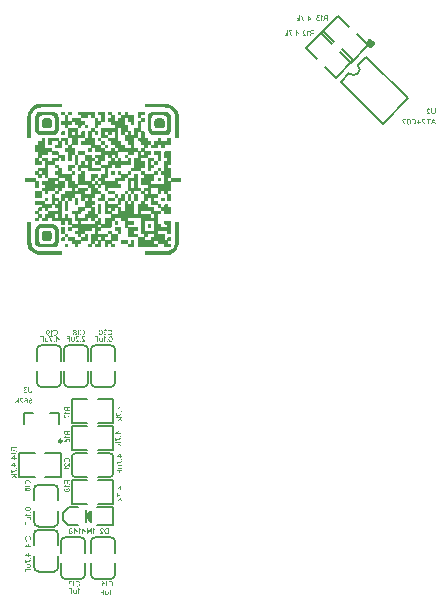
<source format=gbo>
G04*
G04 #@! TF.GenerationSoftware,Altium Limited,Altium Designer,21.2.2 (38)*
G04*
G04 Layer_Color=32896*
%FSLAX24Y24*%
%MOIN*%
G70*
G04*
G04 #@! TF.SameCoordinates,13F91C56-90A4-4746-9D45-15C4089C9FE9*
G04*
G04*
G04 #@! TF.FilePolarity,Positive*
G04*
G01*
G75*
%ADD10C,0.0080*%
%ADD11C,0.0100*%
%ADD12C,0.0079*%
%ADD15C,0.0098*%
%ADD17C,0.0197*%
%ADD20C,0.0060*%
%ADD21C,0.0070*%
G36*
X2203Y20773D02*
X2090D01*
Y20560D01*
X2203D01*
Y20446D01*
X2090D01*
Y20333D01*
X1983D01*
Y20446D01*
X1863D01*
Y20560D01*
X1983D01*
Y20773D01*
X1863D01*
Y20886D01*
X1983D01*
Y20786D01*
X2090D01*
Y20886D01*
X2203D01*
Y20773D01*
D02*
G37*
G36*
X4636Y20773D02*
X4523D01*
Y20673D01*
X4636D01*
Y20573D01*
Y20566D01*
Y20560D01*
X4623Y20553D01*
X4610Y20546D01*
X4523D01*
Y20233D01*
X4623D01*
X4630Y20220D01*
X4636Y20206D01*
Y20006D01*
X4750D01*
X4750Y19893D01*
X4863D01*
Y19780D01*
X4963D01*
Y19893D01*
X5076D01*
X5076Y20006D01*
X5190D01*
X5190Y19893D01*
X5396D01*
X5396Y20006D01*
X5516D01*
X5516Y19780D01*
X5303D01*
Y19666D01*
X5196D01*
X5190Y19673D01*
X5183Y19680D01*
X5176Y19693D01*
Y19780D01*
X5076D01*
Y19666D01*
X4850D01*
Y19780D01*
X4750D01*
Y19666D01*
X4636D01*
Y19566D01*
X4850D01*
X4856Y19553D01*
X4863Y19540D01*
Y19473D01*
Y19466D01*
Y19460D01*
X4850Y19446D01*
X4836Y19440D01*
X4750D01*
Y19346D01*
X4963D01*
Y19233D01*
X5076D01*
Y19440D01*
X4963D01*
Y19566D01*
X5190D01*
Y19233D01*
X5076D01*
Y19113D01*
X4963D01*
Y19233D01*
X4863D01*
Y19113D01*
X4963D01*
Y19006D01*
X4863D01*
Y18920D01*
Y18913D01*
Y18906D01*
X4850Y18900D01*
X4836Y18893D01*
X4756D01*
X4750Y18900D01*
X4743Y18906D01*
X4736Y18920D01*
Y19346D01*
X4523D01*
Y19233D01*
X4636D01*
Y19006D01*
X4523D01*
Y18906D01*
X4636D01*
Y18793D01*
X4963D01*
Y18906D01*
X5076D01*
Y19020D01*
X5190D01*
Y18906D01*
X5290D01*
Y19233D01*
X5396D01*
Y19346D01*
X5290D01*
Y19540D01*
Y19546D01*
X5296Y19553D01*
X5303Y19560D01*
X5316Y19566D01*
X5516D01*
Y19113D01*
X5416D01*
Y19020D01*
X5516D01*
Y18680D01*
X5416D01*
Y18566D01*
X5523D01*
Y18680D01*
X5863D01*
Y18553D01*
X5516D01*
Y18226D01*
X5416D01*
Y18126D01*
X5516D01*
Y17900D01*
X5396D01*
Y18126D01*
X5290D01*
Y18226D01*
X5190D01*
Y18126D01*
X5076D01*
Y18013D01*
X4963D01*
Y17933D01*
Y17926D01*
X4970Y17920D01*
X4976Y17906D01*
X4990Y17900D01*
X5076D01*
Y17800D01*
X5190D01*
Y17693D01*
X5290D01*
Y17773D01*
Y17780D01*
X5296Y17787D01*
X5303Y17793D01*
X5316Y17800D01*
X5403D01*
X5410Y17787D01*
X5416Y17773D01*
Y17693D01*
X5516D01*
Y17460D01*
X5290D01*
Y17573D01*
X5190D01*
Y17460D01*
X5076D01*
Y17140D01*
X5190D01*
Y17033D01*
X5396D01*
Y17120D01*
X5310D01*
X5303Y17127D01*
X5296Y17133D01*
X5290Y17153D01*
Y17220D01*
Y17227D01*
X5296Y17240D01*
X5303Y17247D01*
X5316Y17253D01*
X5516D01*
Y16807D01*
X5396D01*
Y16920D01*
X5076D01*
Y16807D01*
X5303D01*
Y16593D01*
X5396D01*
Y16680D01*
Y16687D01*
X5403Y16693D01*
X5416Y16700D01*
X5430Y16707D01*
X5516D01*
Y16580D01*
X5416D01*
Y16480D01*
X5516D01*
Y16367D01*
X5290D01*
Y16467D01*
X5076D01*
Y16367D01*
X4410D01*
Y16693D01*
X4070D01*
Y17020D01*
X3976D01*
Y17240D01*
X3856D01*
Y17353D01*
X3650D01*
Y17253D01*
X3743D01*
Y17120D01*
X3636D01*
Y17240D01*
X3536D01*
Y17047D01*
Y17040D01*
X3530Y17033D01*
X3523Y17027D01*
X3503Y17020D01*
X3196D01*
Y16920D01*
X3096D01*
Y16807D01*
X3403D01*
Y16893D01*
Y16900D01*
X3410Y16907D01*
X3423Y16913D01*
X3436Y16920D01*
X3536Y16920D01*
Y16807D01*
X3743D01*
Y16920D01*
X3636D01*
Y17033D01*
X3856D01*
Y16807D01*
X3743D01*
Y16580D01*
X3536D01*
Y16480D01*
X3623D01*
X3636Y16473D01*
X3643Y16467D01*
X3650Y16453D01*
Y16367D01*
X3523D01*
Y16467D01*
X3423Y16467D01*
Y16367D01*
X3310D01*
Y16580D01*
X3196D01*
Y16367D01*
X2970D01*
Y16467D01*
X2870D01*
Y16367D01*
X2756D01*
Y16480D01*
X2856D01*
Y16807D01*
X2970D01*
Y17020D01*
X2870D01*
Y16920D01*
X2643D01*
Y16807D01*
X2530D01*
Y16720D01*
X2543Y16693D01*
X2570Y16707D01*
X2643D01*
Y16807D01*
X2756D01*
Y16580D01*
X2530D01*
Y16467D01*
X2430D01*
Y16367D01*
X2303D01*
Y16467D01*
X2203D01*
Y16580D01*
X2090D01*
Y16693D01*
X1983D01*
Y16580D01*
X1863D01*
Y16680D01*
Y16687D01*
X1870Y16693D01*
X1883Y16700D01*
X1897Y16707D01*
X1983D01*
Y16807D01*
X2090D01*
Y16707D01*
X2297D01*
X2303Y16700D01*
X2310Y16693D01*
X2316Y16680D01*
Y16593D01*
X2530D01*
Y16693D01*
X2416D01*
Y16807D01*
X2303D01*
Y16920D01*
X2416D01*
Y17020D01*
X2203D01*
Y16920D01*
X2090D01*
Y17033D01*
X2203D01*
Y17120D01*
X2090D01*
Y17240D01*
X1983D01*
Y17120D01*
X1863D01*
Y17240D01*
X1543D01*
Y17353D01*
X1430D01*
Y17240D01*
X1203D01*
Y17353D01*
X1103D01*
Y17240D01*
X990D01*
Y17353D01*
X1090D01*
Y17460D01*
X990D01*
Y17573D01*
X1090D01*
Y17660D01*
Y17667D01*
X1097Y17680D01*
X1103Y17687D01*
X1117Y17693D01*
X1203D01*
Y17787D01*
X990D01*
Y17900D01*
X1317D01*
Y18013D01*
X1430D01*
Y17900D01*
X1330D01*
Y17800D01*
X1543D01*
Y18126D01*
X1643D01*
Y18226D01*
X1430D01*
Y18126D01*
X1317D01*
Y18226D01*
X1217D01*
Y18013D01*
X990D01*
Y18240D01*
X1203D01*
Y18353D01*
X1317D01*
Y18453D01*
X1203D01*
Y18566D01*
X1430D01*
Y18680D01*
X1317D01*
Y18773D01*
X1217D01*
Y18680D01*
X1090D01*
Y18773D01*
X990D01*
Y18906D01*
X1090D01*
Y18986D01*
Y18993D01*
X1097Y19006D01*
X1103Y19013D01*
X1117Y19020D01*
X1317D01*
Y19233D01*
X1217D01*
Y19113D01*
X990D01*
Y19346D01*
X1090D01*
Y19553D01*
X990D01*
Y19780D01*
X1090D01*
Y19893D01*
X1203D01*
X1203Y20006D01*
X1317D01*
X1323Y19993D01*
X1330Y19980D01*
X1330Y19666D01*
X1543D01*
Y19566D01*
X1757D01*
X1763Y19553D01*
X1770Y19540D01*
Y19453D01*
X1983D01*
Y19233D01*
X1863D01*
Y19346D01*
X1770D01*
Y19233D01*
X1650D01*
Y19113D01*
X1770D01*
Y19020D01*
X1857D01*
X1870Y19013D01*
X1877Y19006D01*
X1883Y18986D01*
Y18793D01*
X2203D01*
Y18893D01*
X2090D01*
Y19113D01*
X2303D01*
Y19440D01*
X2203D01*
Y19233D01*
X2090D01*
Y19553D01*
X1983D01*
Y19666D01*
X2070D01*
X2077Y19673D01*
X2083Y19680D01*
X2090Y19693D01*
Y19780D01*
X2183D01*
X2190Y19786D01*
X2197Y19793D01*
X2203Y19813D01*
X2203Y19993D01*
X2090D01*
X2090Y19780D01*
X1983D01*
Y19893D01*
X1883D01*
Y19693D01*
Y19686D01*
X1877Y19680D01*
X1870Y19673D01*
X1850Y19666D01*
X1663D01*
X1657Y19673D01*
X1650Y19680D01*
X1643Y19693D01*
Y19780D01*
X1750D01*
Y19893D01*
X1543D01*
Y19780D01*
X1430D01*
X1430Y20006D01*
X1770D01*
X1770Y19893D01*
X1863D01*
X1863Y20006D01*
X2090D01*
Y20333D01*
X2416D01*
Y20446D01*
X2303D01*
Y20560D01*
X2277Y20546D01*
X2230D01*
X2223Y20553D01*
X2210Y20560D01*
X2203Y20573D01*
Y20673D01*
X2530D01*
Y20773D01*
X2416D01*
Y20886D01*
X2983D01*
Y20673D01*
X3076D01*
X3083Y20666D01*
X3090Y20660D01*
X3096Y20646D01*
Y20560D01*
X3196D01*
Y20773D01*
X3083D01*
Y20886D01*
X3310D01*
Y20573D01*
Y20566D01*
X3303Y20560D01*
X3296Y20553D01*
X3276Y20546D01*
X3196D01*
Y20446D01*
X3096D01*
Y20360D01*
Y20353D01*
Y20346D01*
X3083Y20340D01*
X3070Y20333D01*
X2983D01*
Y20233D01*
X3083D01*
X3090Y20220D01*
X3096Y20206D01*
Y20133D01*
Y20126D01*
Y20120D01*
X3083Y20113D01*
X3070Y20106D01*
X2970D01*
Y20220D01*
X2870D01*
Y20006D01*
X2983D01*
X2983Y19780D01*
X3196D01*
Y19693D01*
Y19686D01*
X3203Y19680D01*
X3210Y19673D01*
X3223Y19666D01*
X3283D01*
X3296Y19673D01*
X3303Y19680D01*
X3310Y19693D01*
Y19780D01*
X3423D01*
Y19666D01*
X3310D01*
Y19566D01*
X3523Y19566D01*
Y19666D01*
X3636D01*
Y19780D01*
X3523D01*
Y19893D01*
X3403Y19893D01*
X3403Y19993D01*
X3196D01*
X3196Y19893D01*
X3310D01*
Y19780D01*
X3196D01*
Y19893D01*
X3083D01*
X3083Y20006D01*
X3196D01*
Y20333D01*
X3636Y20333D01*
Y20446D01*
X3523D01*
Y20560D01*
X3490Y20546D01*
X3430D01*
X3423Y20553D01*
X3410Y20560D01*
X3403Y20573D01*
Y20646D01*
Y20653D01*
X3410Y20660D01*
X3423Y20666D01*
X3436Y20673D01*
X3523Y20673D01*
Y20773D01*
X3430Y20773D01*
X3423Y20780D01*
X3410Y20786D01*
X3403Y20800D01*
Y20886D01*
X3536Y20886D01*
Y20786D01*
X3623D01*
X3636Y20780D01*
X3643Y20773D01*
X3650Y20760D01*
Y20560D01*
X3743D01*
Y20673D01*
X3856D01*
Y20773D01*
X3743D01*
Y20886D01*
X3856D01*
Y20786D01*
X3976D01*
Y20886D01*
X4083D01*
Y20786D01*
X4296D01*
Y20446D01*
X4183D01*
Y20560D01*
X4156Y20546D01*
X4096D01*
X4090Y20553D01*
X4076Y20560D01*
X4070Y20573D01*
Y20660D01*
X3976D01*
Y20446D01*
X4083D01*
Y20233D01*
X4183D01*
X4190Y20220D01*
X4196Y20206D01*
Y20120D01*
X4296D01*
Y20333D01*
X4410D01*
Y20560D01*
X4523D01*
Y20660D01*
X4410D01*
Y20886D01*
X4636D01*
Y20773D01*
D02*
G37*
G36*
X5403Y20880D02*
X5430Y20866D01*
X5456Y20846D01*
X5483Y20813D01*
X5503Y20773D01*
X5516Y20713D01*
Y20260D01*
Y20253D01*
Y20240D01*
X5510Y20220D01*
X5496Y20193D01*
X5476Y20166D01*
X5443Y20140D01*
X5403Y20120D01*
X5343Y20106D01*
X4930D01*
X4903Y20113D01*
X4876Y20120D01*
X4836Y20140D01*
X4803Y20166D01*
X4770Y20206D01*
X4743Y20266D01*
X4736Y20346D01*
Y20686D01*
Y20693D01*
Y20720D01*
X4743Y20753D01*
X4756Y20786D01*
X4783Y20826D01*
X4810Y20853D01*
X4856Y20880D01*
X4916Y20886D01*
X5376D01*
X5403Y20880D01*
D02*
G37*
G36*
X1983Y20106D02*
X1863D01*
Y20206D01*
Y20213D01*
X1870Y20220D01*
X1883Y20226D01*
X1897Y20233D01*
X1983D01*
Y20106D01*
D02*
G37*
G36*
X1610Y20880D02*
X1643Y20873D01*
X1677Y20853D01*
X1710Y20833D01*
X1743Y20800D01*
X1763Y20753D01*
X1770Y20700D01*
Y20306D01*
Y20300D01*
Y20273D01*
X1757Y20246D01*
X1743Y20206D01*
X1723Y20173D01*
X1683Y20140D01*
X1637Y20113D01*
X1570Y20106D01*
X1163D01*
X1143Y20113D01*
X1110Y20120D01*
X1083Y20133D01*
X1050Y20160D01*
X1017Y20193D01*
X997Y20233D01*
X990Y20293D01*
Y20726D01*
Y20733D01*
X997Y20753D01*
X1003Y20780D01*
X1017Y20806D01*
X1037Y20833D01*
X1063Y20860D01*
X1097Y20880D01*
X1143Y20886D01*
X1590D01*
X1610Y20880D01*
D02*
G37*
G36*
X5383Y21146D02*
X5410Y21140D01*
X5483Y21113D01*
X5563Y21073D01*
X5643Y21020D01*
X5716Y20940D01*
X5743Y20893D01*
X5763Y20840D01*
X5776Y20780D01*
X5783Y20713D01*
Y20006D01*
X5656D01*
Y20673D01*
Y20680D01*
Y20686D01*
X5649Y20726D01*
X5636Y20786D01*
X5609Y20853D01*
X5570Y20913D01*
X5510Y20973D01*
X5470Y20993D01*
X5423Y21013D01*
X5363Y21020D01*
X5303Y21026D01*
X4650D01*
Y21153D01*
X5363D01*
X5383Y21146D01*
D02*
G37*
G36*
X1870Y21146D02*
X1877Y21140D01*
X1883Y21126D01*
Y21026D01*
X1190D01*
X1150Y21020D01*
X1090Y21006D01*
X1030Y20980D01*
X963Y20940D01*
X903Y20880D01*
X883Y20840D01*
X863Y20793D01*
X857Y20733D01*
X850Y20673D01*
Y20006D01*
X723D01*
Y20713D01*
Y20720D01*
X730Y20733D01*
Y20753D01*
X737Y20780D01*
X763Y20853D01*
X803Y20933D01*
X857Y21013D01*
X930Y21086D01*
X977Y21113D01*
X1030Y21133D01*
X1090Y21146D01*
X1157Y21153D01*
X1857D01*
X1870Y21146D01*
D02*
G37*
G36*
X1003Y18566D02*
X1103D01*
Y18340D01*
X990D01*
Y18526D01*
Y18533D01*
Y18540D01*
X977Y18546D01*
X963Y18553D01*
X650D01*
Y18680D01*
X1003D01*
Y18566D01*
D02*
G37*
G36*
X5303Y17900D02*
X5196D01*
X5190Y17906D01*
X5183Y17913D01*
X5176Y17933D01*
Y17986D01*
Y17993D01*
X5183Y18000D01*
X5190Y18006D01*
X5203Y18013D01*
X5303D01*
Y17900D01*
D02*
G37*
G36*
X1983Y16807D02*
X1863D01*
Y17033D01*
X1983D01*
Y16807D01*
D02*
G37*
G36*
X4296Y16367D02*
X4070D01*
Y16467D01*
X3856D01*
Y16593D01*
X4083D01*
Y16480D01*
X4183D01*
Y16593D01*
X4296D01*
Y16367D01*
D02*
G37*
G36*
X2090Y16367D02*
X1983D01*
Y16480D01*
X2090D01*
Y16367D01*
D02*
G37*
G36*
X1603Y17133D02*
X1650Y17113D01*
X1697Y17093D01*
X1730Y17060D01*
X1757Y17013D01*
X1770Y16947D01*
Y16553D01*
Y16547D01*
Y16527D01*
X1763Y16500D01*
X1750Y16473D01*
X1737Y16440D01*
X1710Y16413D01*
X1670Y16387D01*
X1623Y16367D01*
X1150D01*
X1130Y16373D01*
X1103Y16380D01*
X1077Y16393D01*
X1043Y16413D01*
X1017Y16440D01*
X997Y16473D01*
X990Y16520D01*
Y16960D01*
Y16967D01*
X997Y16987D01*
X1003Y17020D01*
X1017Y17053D01*
X1037Y17080D01*
X1077Y17113D01*
X1123Y17133D01*
X1190Y17140D01*
X1570D01*
X1603Y17133D01*
D02*
G37*
G36*
X5783Y16533D02*
Y16527D01*
Y16513D01*
X5776Y16493D01*
X5769Y16467D01*
X5743Y16393D01*
X5703Y16320D01*
X5649Y16240D01*
X5570Y16167D01*
X5523Y16140D01*
X5470Y16120D01*
X5410Y16107D01*
X5343Y16100D01*
X4650D01*
Y16227D01*
X5316D01*
X5356Y16233D01*
X5416Y16247D01*
X5483Y16273D01*
X5543Y16313D01*
X5603Y16373D01*
X5623Y16413D01*
X5643Y16467D01*
X5649Y16520D01*
X5656Y16580D01*
Y17220D01*
X5783D01*
Y16533D01*
D02*
G37*
G36*
X850Y16580D02*
Y16573D01*
Y16567D01*
X857Y16527D01*
X870Y16467D01*
X897Y16407D01*
X937Y16340D01*
X997Y16280D01*
X1037Y16260D01*
X1090Y16240D01*
X1143Y16233D01*
X1203Y16227D01*
X1883D01*
Y16127D01*
Y16120D01*
X1877Y16113D01*
X1870Y16107D01*
X1850Y16100D01*
X1150D01*
X1137Y16107D01*
X1117D01*
X1090Y16113D01*
X1017Y16140D01*
X943Y16180D01*
X863Y16233D01*
X790Y16307D01*
X763Y16353D01*
X743Y16407D01*
X730Y16467D01*
X723Y16533D01*
Y17220D01*
X850D01*
Y16580D01*
D02*
G37*
G36*
X712Y11695D02*
X714Y11694D01*
X716Y11692D01*
X717Y11692D01*
X719Y11689D01*
X720Y11687D01*
X720Y11684D01*
Y11684D01*
Y11684D01*
X720Y11680D01*
X718Y11677D01*
X717Y11675D01*
X717Y11675D01*
X714Y11673D01*
X711Y11672D01*
X709Y11671D01*
X646D01*
X692Y11621D01*
X693Y11619D01*
X694Y11617D01*
X695Y11616D01*
X695Y11616D01*
X696Y11614D01*
X696Y11613D01*
Y11611D01*
Y11611D01*
X696Y11608D01*
X695Y11605D01*
X694Y11603D01*
X693Y11603D01*
X691Y11601D01*
X688Y11600D01*
X686Y11599D01*
X686D01*
X683Y11600D01*
X680Y11600D01*
X678Y11600D01*
X677Y11601D01*
X677D01*
X671Y11602D01*
X669Y11602D01*
X667D01*
X666Y11603D01*
X664D01*
X659Y11602D01*
X654Y11601D01*
X649Y11600D01*
X646Y11598D01*
X642Y11596D01*
X640Y11594D01*
X639Y11593D01*
X638Y11593D01*
X635Y11589D01*
X632Y11585D01*
X630Y11580D01*
X629Y11576D01*
X628Y11572D01*
X628Y11569D01*
Y11567D01*
Y11567D01*
Y11566D01*
X628Y11562D01*
X628Y11558D01*
X629Y11554D01*
X630Y11552D01*
X631Y11549D01*
X632Y11547D01*
X633Y11546D01*
X633Y11545D01*
X635Y11542D01*
X638Y11539D01*
X640Y11537D01*
X642Y11535D01*
X644Y11533D01*
X646Y11532D01*
X647Y11532D01*
X648Y11532D01*
X651Y11530D01*
X654Y11529D01*
X658Y11528D01*
X660Y11527D01*
X663Y11527D01*
X665Y11527D01*
X667D01*
X673Y11527D01*
X678Y11528D01*
X683Y11530D01*
X687Y11532D01*
X690Y11534D01*
X693Y11536D01*
X694Y11537D01*
X694Y11537D01*
X698Y11539D01*
X701Y11540D01*
X703Y11540D01*
X706D01*
X708Y11540D01*
X710Y11538D01*
X712Y11537D01*
X713Y11536D01*
Y11536D01*
X715Y11533D01*
X716Y11530D01*
X717Y11527D01*
Y11527D01*
Y11527D01*
X716Y11524D01*
X716Y11522D01*
X713Y11519D01*
X710Y11516D01*
X710Y11516D01*
X709Y11516D01*
X704Y11512D01*
X698Y11509D01*
X696Y11508D01*
X694Y11508D01*
X693Y11507D01*
X692D01*
X685Y11506D01*
X681Y11505D01*
X678Y11505D01*
X675Y11505D01*
X671D01*
X664Y11505D01*
X657Y11506D01*
X651Y11507D01*
X646Y11508D01*
X641Y11510D01*
X638Y11511D01*
X636Y11512D01*
X635Y11512D01*
X630Y11515D01*
X625Y11519D01*
X621Y11522D01*
X617Y11526D01*
X615Y11529D01*
X612Y11532D01*
X611Y11533D01*
X611Y11534D01*
X608Y11540D01*
X606Y11546D01*
X604Y11552D01*
X603Y11557D01*
X602Y11561D01*
X602Y11565D01*
Y11566D01*
Y11567D01*
Y11568D01*
Y11568D01*
X602Y11574D01*
X603Y11580D01*
X604Y11584D01*
X605Y11589D01*
X607Y11593D01*
X608Y11595D01*
X609Y11597D01*
X609Y11597D01*
X612Y11602D01*
X615Y11606D01*
X618Y11610D01*
X621Y11613D01*
X624Y11615D01*
X626Y11617D01*
X628Y11618D01*
X628Y11618D01*
X633Y11621D01*
X638Y11623D01*
X642Y11624D01*
X647Y11625D01*
X650Y11626D01*
X653Y11626D01*
X656D01*
X614Y11673D01*
X612Y11674D01*
X611Y11676D01*
X610Y11679D01*
X609Y11682D01*
Y11682D01*
Y11683D01*
X610Y11686D01*
X611Y11689D01*
X612Y11691D01*
X613Y11691D01*
X616Y11694D01*
X619Y11695D01*
X620Y11695D01*
X708D01*
X712Y11695D01*
D02*
G37*
G36*
X889D02*
X892Y11694D01*
X894Y11693D01*
X894Y11692D01*
X897Y11689D01*
X898Y11686D01*
X898Y11684D01*
Y11683D01*
Y11683D01*
Y11579D01*
X898Y11572D01*
X897Y11564D01*
X895Y11558D01*
X893Y11552D01*
X892Y11548D01*
X890Y11544D01*
X889Y11542D01*
X889Y11542D01*
Y11541D01*
X885Y11535D01*
X881Y11530D01*
X876Y11525D01*
X872Y11522D01*
X868Y11519D01*
X865Y11516D01*
X863Y11515D01*
X862Y11515D01*
X856Y11512D01*
X850Y11509D01*
X843Y11508D01*
X837Y11506D01*
X832Y11506D01*
X828Y11505D01*
X825D01*
X817Y11506D01*
X810Y11507D01*
X804Y11508D01*
X798Y11510D01*
X794Y11512D01*
X791Y11513D01*
X788Y11514D01*
X788Y11515D01*
X782Y11519D01*
X777Y11523D01*
X772Y11527D01*
X768Y11532D01*
X766Y11535D01*
X764Y11538D01*
X762Y11540D01*
X762Y11541D01*
X759Y11548D01*
X756Y11554D01*
X754Y11561D01*
X753Y11567D01*
X753Y11572D01*
X752Y11576D01*
Y11577D01*
Y11578D01*
Y11579D01*
Y11579D01*
Y11683D01*
X753Y11687D01*
X754Y11690D01*
X755Y11691D01*
X756Y11692D01*
X759Y11694D01*
X761Y11695D01*
X764Y11695D01*
X765D01*
X768Y11695D01*
X771Y11694D01*
X773Y11693D01*
X774Y11692D01*
X776Y11689D01*
X776Y11686D01*
X777Y11684D01*
Y11683D01*
Y11683D01*
Y11579D01*
X777Y11574D01*
X778Y11569D01*
X779Y11565D01*
X780Y11562D01*
X781Y11559D01*
X782Y11556D01*
X783Y11554D01*
X783Y11554D01*
X786Y11550D01*
X789Y11547D01*
X792Y11544D01*
X795Y11541D01*
X797Y11539D01*
X799Y11538D01*
X801Y11537D01*
X801Y11537D01*
X805Y11535D01*
X810Y11533D01*
X813Y11532D01*
X817Y11531D01*
X820Y11531D01*
X823Y11530D01*
X825D01*
X829Y11531D01*
X834Y11532D01*
X838Y11532D01*
X841Y11534D01*
X844Y11535D01*
X846Y11536D01*
X848Y11536D01*
X848Y11537D01*
X852Y11539D01*
X855Y11542D01*
X858Y11545D01*
X861Y11548D01*
X863Y11550D01*
X864Y11552D01*
X865Y11554D01*
X865Y11554D01*
X868Y11559D01*
X869Y11563D01*
X870Y11567D01*
X871Y11571D01*
X871Y11574D01*
X872Y11577D01*
Y11579D01*
Y11579D01*
Y11683D01*
Y11684D01*
X872Y11686D01*
X874Y11689D01*
X875Y11691D01*
X875Y11692D01*
X876D01*
X879Y11694D01*
X882Y11695D01*
X884Y11695D01*
X885D01*
X889Y11695D01*
D02*
G37*
G36*
X549Y11346D02*
X554Y11346D01*
X559Y11345D01*
X563Y11343D01*
X567Y11342D01*
X569Y11341D01*
X571Y11340D01*
X572Y11340D01*
X577Y11337D01*
X581Y11334D01*
X585Y11331D01*
X588Y11328D01*
X591Y11325D01*
X593Y11323D01*
X594Y11321D01*
X594Y11321D01*
X597Y11318D01*
X599Y11315D01*
X600Y11314D01*
X600Y11313D01*
X601Y11311D01*
X602Y11309D01*
X602Y11308D01*
Y11307D01*
X602Y11305D01*
X601Y11304D01*
X600Y11301D01*
X599Y11300D01*
X598Y11299D01*
X595Y11297D01*
X592Y11296D01*
X590Y11296D01*
X589D01*
X587Y11296D01*
X585Y11296D01*
X582Y11299D01*
X580Y11301D01*
X579Y11301D01*
X579Y11301D01*
X577Y11305D01*
X574Y11308D01*
X572Y11311D01*
X569Y11313D01*
X568Y11315D01*
X566Y11316D01*
X565Y11317D01*
X564Y11317D01*
X561Y11319D01*
X557Y11320D01*
X554Y11322D01*
X551Y11322D01*
X549Y11323D01*
X547Y11323D01*
X545D01*
X540Y11323D01*
X535Y11322D01*
X531Y11320D01*
X527Y11318D01*
X525Y11316D01*
X522Y11315D01*
X521Y11314D01*
X521Y11313D01*
X518Y11310D01*
X515Y11306D01*
X514Y11302D01*
X512Y11298D01*
X512Y11295D01*
X511Y11292D01*
Y11290D01*
Y11289D01*
X512Y11286D01*
X512Y11282D01*
X514Y11278D01*
X515Y11273D01*
X519Y11266D01*
X524Y11258D01*
X528Y11252D01*
X530Y11249D01*
X532Y11247D01*
X534Y11245D01*
X535Y11244D01*
X536Y11243D01*
X536Y11242D01*
X596Y11177D01*
X599Y11174D01*
X600Y11171D01*
X600Y11169D01*
Y11168D01*
Y11168D01*
X600Y11164D01*
X598Y11161D01*
X597Y11160D01*
X597Y11159D01*
X594Y11157D01*
X591Y11156D01*
X588Y11156D01*
X492D01*
X488Y11156D01*
X486Y11157D01*
X484Y11158D01*
X484Y11159D01*
X482Y11161D01*
X481Y11164D01*
X480Y11167D01*
Y11167D01*
Y11167D01*
X481Y11171D01*
X482Y11174D01*
X483Y11175D01*
X484Y11176D01*
X486Y11178D01*
X489Y11179D01*
X491Y11179D01*
X559D01*
X519Y11224D01*
X513Y11230D01*
X508Y11237D01*
X503Y11243D01*
X499Y11249D01*
X496Y11255D01*
X493Y11261D01*
X491Y11266D01*
X489Y11271D01*
X488Y11275D01*
X487Y11279D01*
X486Y11282D01*
X485Y11285D01*
Y11288D01*
X485Y11289D01*
Y11290D01*
Y11291D01*
X485Y11296D01*
X486Y11302D01*
X487Y11307D01*
X489Y11311D01*
X490Y11315D01*
X491Y11317D01*
X492Y11319D01*
X493Y11319D01*
X495Y11324D01*
X499Y11328D01*
X502Y11331D01*
X505Y11334D01*
X508Y11336D01*
X511Y11338D01*
X512Y11339D01*
X513Y11339D01*
X518Y11342D01*
X523Y11344D01*
X528Y11345D01*
X533Y11346D01*
X538Y11346D01*
X541Y11347D01*
X544D01*
X549Y11346D01*
D02*
G37*
G36*
X815D02*
X816Y11346D01*
X816D01*
X827Y11342D01*
X836Y11338D01*
X844Y11333D01*
X851Y11328D01*
X856Y11323D01*
X858Y11321D01*
X860Y11319D01*
X862Y11318D01*
X863Y11317D01*
X863Y11316D01*
X864Y11316D01*
X870Y11308D01*
X875Y11299D01*
X880Y11292D01*
X884Y11284D01*
X886Y11278D01*
X887Y11276D01*
X888Y11273D01*
X889Y11272D01*
X890Y11270D01*
X890Y11269D01*
Y11269D01*
X892Y11260D01*
X895Y11252D01*
X896Y11244D01*
X897Y11237D01*
X898Y11231D01*
Y11229D01*
X898Y11227D01*
Y11226D01*
Y11225D01*
Y11224D01*
Y11224D01*
X898Y11217D01*
X897Y11210D01*
X896Y11204D01*
X894Y11199D01*
X893Y11195D01*
X892Y11192D01*
X891Y11190D01*
X891Y11189D01*
Y11189D01*
X887Y11183D01*
X884Y11178D01*
X880Y11174D01*
X877Y11170D01*
X874Y11167D01*
X871Y11165D01*
X870Y11163D01*
X869Y11163D01*
X863Y11160D01*
X858Y11157D01*
X852Y11155D01*
X847Y11154D01*
X842Y11154D01*
X839Y11153D01*
X835D01*
X829Y11154D01*
X823Y11154D01*
X818Y11156D01*
X814Y11157D01*
X810Y11159D01*
X807Y11160D01*
X805Y11161D01*
X804Y11161D01*
X800Y11165D01*
X795Y11168D01*
X791Y11172D01*
X788Y11175D01*
X786Y11179D01*
X784Y11181D01*
X783Y11183D01*
X783Y11184D01*
X780Y11189D01*
X778Y11195D01*
X776Y11200D01*
X776Y11205D01*
X775Y11209D01*
X774Y11212D01*
Y11214D01*
Y11215D01*
X775Y11221D01*
X776Y11226D01*
X777Y11231D01*
X779Y11236D01*
X780Y11240D01*
X781Y11242D01*
X782Y11244D01*
X783Y11245D01*
X786Y11250D01*
X789Y11255D01*
X793Y11259D01*
X796Y11262D01*
X799Y11265D01*
X801Y11266D01*
X803Y11268D01*
X804Y11268D01*
X808Y11271D01*
X813Y11273D01*
X818Y11274D01*
X823Y11275D01*
X826Y11276D01*
X829Y11276D01*
X831D01*
X839Y11276D01*
X845Y11274D01*
X852Y11272D01*
X857Y11269D01*
X861Y11266D01*
X865Y11264D01*
X867Y11262D01*
X867Y11262D01*
X868D01*
X865Y11269D01*
X861Y11276D01*
X857Y11282D01*
X854Y11288D01*
X850Y11292D01*
X847Y11295D01*
X845Y11298D01*
X845Y11298D01*
X838Y11304D01*
X833Y11309D01*
X827Y11313D01*
X821Y11316D01*
X816Y11319D01*
X813Y11320D01*
X811Y11321D01*
X810Y11321D01*
X810Y11322D01*
X810D01*
X806Y11323D01*
X804Y11325D01*
X802Y11326D01*
X801Y11326D01*
X800Y11329D01*
X799Y11332D01*
X799Y11334D01*
Y11334D01*
Y11335D01*
X799Y11339D01*
X800Y11342D01*
X801Y11343D01*
X802Y11344D01*
X805Y11346D01*
X808Y11346D01*
X810Y11347D01*
X813D01*
X815Y11346D01*
D02*
G37*
G36*
X669D02*
X670Y11346D01*
X670D01*
X680Y11342D01*
X690Y11338D01*
X698Y11333D01*
X705Y11328D01*
X710Y11323D01*
X712Y11321D01*
X714Y11319D01*
X716Y11318D01*
X717Y11317D01*
X717Y11316D01*
X717Y11316D01*
X724Y11308D01*
X729Y11299D01*
X734Y11292D01*
X737Y11284D01*
X740Y11278D01*
X741Y11276D01*
X742Y11273D01*
X743Y11272D01*
X743Y11270D01*
X744Y11269D01*
Y11269D01*
X746Y11260D01*
X749Y11252D01*
X750Y11244D01*
X751Y11237D01*
X752Y11231D01*
Y11229D01*
X752Y11227D01*
Y11226D01*
Y11225D01*
Y11224D01*
Y11224D01*
X752Y11217D01*
X751Y11210D01*
X750Y11204D01*
X748Y11199D01*
X747Y11195D01*
X746Y11192D01*
X745Y11190D01*
X744Y11189D01*
Y11189D01*
X741Y11183D01*
X738Y11178D01*
X734Y11174D01*
X731Y11170D01*
X727Y11167D01*
X725Y11165D01*
X723Y11163D01*
X723Y11163D01*
X717Y11160D01*
X712Y11157D01*
X706Y11155D01*
X701Y11154D01*
X696Y11154D01*
X693Y11153D01*
X689D01*
X683Y11154D01*
X677Y11154D01*
X672Y11156D01*
X668Y11157D01*
X663Y11159D01*
X661Y11160D01*
X659Y11161D01*
X658Y11161D01*
X653Y11165D01*
X649Y11168D01*
X645Y11172D01*
X642Y11175D01*
X640Y11179D01*
X638Y11181D01*
X637Y11183D01*
X636Y11184D01*
X634Y11189D01*
X632Y11195D01*
X630Y11200D01*
X629Y11205D01*
X629Y11209D01*
X628Y11212D01*
Y11214D01*
Y11215D01*
X629Y11221D01*
X629Y11226D01*
X631Y11231D01*
X632Y11236D01*
X634Y11240D01*
X635Y11242D01*
X636Y11244D01*
X636Y11245D01*
X639Y11250D01*
X643Y11255D01*
X646Y11259D01*
X650Y11262D01*
X653Y11265D01*
X655Y11266D01*
X657Y11268D01*
X658Y11268D01*
X662Y11271D01*
X667Y11273D01*
X672Y11274D01*
X676Y11275D01*
X680Y11276D01*
X683Y11276D01*
X685D01*
X693Y11276D01*
X699Y11274D01*
X706Y11272D01*
X711Y11269D01*
X715Y11266D01*
X719Y11264D01*
X721Y11262D01*
X721Y11262D01*
X722D01*
X719Y11269D01*
X715Y11276D01*
X711Y11282D01*
X707Y11288D01*
X704Y11292D01*
X701Y11295D01*
X699Y11298D01*
X699Y11298D01*
X692Y11304D01*
X686Y11309D01*
X680Y11313D01*
X675Y11316D01*
X670Y11319D01*
X667Y11320D01*
X665Y11321D01*
X664Y11321D01*
X664Y11322D01*
X663D01*
X660Y11323D01*
X658Y11325D01*
X656Y11326D01*
X655Y11326D01*
X653Y11329D01*
X653Y11332D01*
X652Y11334D01*
Y11334D01*
Y11335D01*
X653Y11339D01*
X654Y11342D01*
X655Y11343D01*
X656Y11344D01*
X659Y11346D01*
X662Y11346D01*
X664Y11347D01*
X667D01*
X669Y11346D01*
D02*
G37*
G36*
X319Y11344D02*
X323Y11342D01*
X325Y11341D01*
X326Y11340D01*
X326Y11340D01*
X421Y11247D01*
Y11331D01*
X422Y11335D01*
X423Y11338D01*
X424Y11339D01*
X425Y11340D01*
X428Y11342D01*
X431Y11343D01*
X434Y11344D01*
X435D01*
X439Y11343D01*
X442Y11342D01*
X444Y11341D01*
X444Y11340D01*
X447Y11337D01*
X448Y11334D01*
X448Y11332D01*
Y11332D01*
Y11331D01*
Y11169D01*
X448Y11165D01*
X446Y11162D01*
X445Y11160D01*
X445Y11160D01*
X442Y11157D01*
X438Y11156D01*
X436Y11156D01*
X435D01*
X431Y11157D01*
X428Y11158D01*
X426Y11159D01*
X426Y11160D01*
X424Y11161D01*
X423Y11162D01*
X422Y11165D01*
X421Y11168D01*
Y11168D01*
Y11169D01*
Y11216D01*
X392Y11244D01*
X326Y11160D01*
X325Y11158D01*
X323Y11157D01*
X320Y11156D01*
X318Y11155D01*
X317D01*
X313Y11156D01*
X309Y11157D01*
X307Y11158D01*
X307Y11159D01*
X306D01*
X305Y11160D01*
X304Y11162D01*
X302Y11165D01*
X302Y11167D01*
Y11168D01*
Y11168D01*
X302Y11172D01*
X303Y11175D01*
X305Y11177D01*
X305Y11177D01*
X372Y11263D01*
X308Y11323D01*
X306Y11325D01*
X306Y11327D01*
X304Y11329D01*
X304Y11331D01*
Y11332D01*
X305Y11335D01*
X306Y11338D01*
X307Y11340D01*
X308Y11340D01*
X309Y11342D01*
X310Y11343D01*
X313Y11344D01*
X315Y11345D01*
X318D01*
X319Y11344D01*
D02*
G37*
G36*
X14105Y20996D02*
X14110Y20995D01*
X14114Y20994D01*
X14119Y20993D01*
X14122Y20991D01*
X14125Y20990D01*
X14127Y20989D01*
X14127Y20989D01*
X14132Y20986D01*
X14137Y20983D01*
X14141Y20980D01*
X14144Y20977D01*
X14146Y20974D01*
X14148Y20972D01*
X14149Y20970D01*
X14150Y20970D01*
X14152Y20967D01*
X14154Y20965D01*
X14155Y20963D01*
X14156Y20962D01*
X14157Y20960D01*
X14157Y20958D01*
X14158Y20957D01*
Y20956D01*
X14157Y20954D01*
X14157Y20953D01*
X14155Y20950D01*
X14154Y20949D01*
X14154Y20948D01*
X14151Y20946D01*
X14148Y20945D01*
X14146Y20945D01*
X14145D01*
X14143Y20945D01*
X14141Y20946D01*
X14138Y20948D01*
X14135Y20950D01*
X14135Y20950D01*
X14135Y20950D01*
X14132Y20954D01*
X14130Y20957D01*
X14128Y20960D01*
X14125Y20962D01*
X14123Y20964D01*
X14121Y20965D01*
X14120Y20966D01*
X14120Y20966D01*
X14117Y20968D01*
X14113Y20970D01*
X14110Y20971D01*
X14107Y20972D01*
X14104Y20972D01*
X14103Y20972D01*
X14101D01*
X14095Y20972D01*
X14091Y20971D01*
X14087Y20969D01*
X14083Y20967D01*
X14080Y20966D01*
X14078Y20964D01*
X14077Y20963D01*
X14077Y20963D01*
X14073Y20959D01*
X14071Y20955D01*
X14069Y20951D01*
X14068Y20947D01*
X14067Y20944D01*
X14067Y20941D01*
Y20939D01*
Y20939D01*
X14067Y20935D01*
X14068Y20931D01*
X14069Y20927D01*
X14071Y20923D01*
X14075Y20915D01*
X14079Y20908D01*
X14084Y20901D01*
X14086Y20898D01*
X14088Y20896D01*
X14090Y20894D01*
X14091Y20893D01*
X14091Y20892D01*
X14092Y20892D01*
X14152Y20826D01*
X14154Y20823D01*
X14155Y20820D01*
X14156Y20818D01*
Y20818D01*
Y20817D01*
X14155Y20814D01*
X14154Y20811D01*
X14153Y20809D01*
X14152Y20808D01*
X14149Y20807D01*
X14147Y20805D01*
X14144Y20805D01*
X14048D01*
X14044Y20805D01*
X14041Y20807D01*
X14040Y20808D01*
X14039Y20808D01*
X14037Y20811D01*
X14036Y20814D01*
X14036Y20816D01*
Y20816D01*
Y20816D01*
X14036Y20820D01*
X14037Y20823D01*
X14039Y20824D01*
X14039Y20825D01*
X14042Y20827D01*
X14045Y20828D01*
X14047Y20828D01*
X14115D01*
X14074Y20873D01*
X14068Y20879D01*
X14063Y20886D01*
X14059Y20892D01*
X14055Y20898D01*
X14052Y20904D01*
X14049Y20910D01*
X14047Y20915D01*
X14045Y20920D01*
X14044Y20924D01*
X14043Y20928D01*
X14042Y20932D01*
X14041Y20934D01*
Y20937D01*
X14041Y20938D01*
Y20939D01*
Y20940D01*
X14041Y20946D01*
X14042Y20951D01*
X14043Y20956D01*
X14044Y20960D01*
X14046Y20964D01*
X14047Y20966D01*
X14048Y20968D01*
X14048Y20969D01*
X14051Y20973D01*
X14054Y20977D01*
X14058Y20980D01*
X14061Y20983D01*
X14064Y20986D01*
X14066Y20987D01*
X14068Y20988D01*
X14068Y20989D01*
X14074Y20991D01*
X14079Y20993D01*
X14084Y20994D01*
X14089Y20995D01*
X14093Y20996D01*
X14097Y20996D01*
X14100D01*
X14105Y20996D01*
D02*
G37*
G36*
X14333Y20993D02*
X14336Y20992D01*
X14337Y20990D01*
X14338Y20990D01*
X14340Y20987D01*
X14342Y20984D01*
X14342Y20982D01*
Y20981D01*
Y20980D01*
Y20877D01*
X14342Y20869D01*
X14340Y20862D01*
X14339Y20856D01*
X14337Y20850D01*
X14336Y20846D01*
X14334Y20842D01*
X14333Y20840D01*
X14333Y20839D01*
Y20839D01*
X14329Y20833D01*
X14325Y20828D01*
X14320Y20823D01*
X14316Y20819D01*
X14312Y20816D01*
X14309Y20814D01*
X14307Y20813D01*
X14306Y20812D01*
X14300Y20809D01*
X14293Y20807D01*
X14287Y20805D01*
X14281Y20804D01*
X14276Y20804D01*
X14272Y20803D01*
X14269D01*
X14261Y20804D01*
X14254Y20805D01*
X14248Y20806D01*
X14242Y20808D01*
X14238Y20809D01*
X14235Y20811D01*
X14232Y20812D01*
X14232Y20812D01*
X14226Y20816D01*
X14221Y20821D01*
X14216Y20825D01*
X14212Y20829D01*
X14209Y20833D01*
X14208Y20836D01*
X14206Y20838D01*
X14206Y20839D01*
X14202Y20846D01*
X14200Y20852D01*
X14198Y20859D01*
X14197Y20865D01*
X14196Y20870D01*
X14196Y20873D01*
Y20875D01*
Y20876D01*
Y20877D01*
Y20877D01*
Y20980D01*
X14196Y20984D01*
X14198Y20987D01*
X14199Y20989D01*
X14199Y20990D01*
X14202Y20992D01*
X14205Y20993D01*
X14208Y20993D01*
X14209D01*
X14212Y20993D01*
X14215Y20992D01*
X14217Y20990D01*
X14218Y20990D01*
X14219Y20987D01*
X14220Y20984D01*
X14221Y20982D01*
Y20981D01*
Y20980D01*
Y20877D01*
X14221Y20872D01*
X14222Y20867D01*
X14223Y20863D01*
X14224Y20859D01*
X14225Y20856D01*
X14226Y20854D01*
X14227Y20852D01*
X14227Y20852D01*
X14230Y20848D01*
X14233Y20845D01*
X14236Y20842D01*
X14239Y20839D01*
X14241Y20837D01*
X14243Y20836D01*
X14245Y20835D01*
X14245Y20835D01*
X14249Y20832D01*
X14253Y20831D01*
X14257Y20830D01*
X14261Y20829D01*
X14264Y20829D01*
X14266Y20828D01*
X14269D01*
X14273Y20829D01*
X14278Y20829D01*
X14282Y20830D01*
X14285Y20832D01*
X14288Y20833D01*
X14290Y20834D01*
X14292Y20834D01*
X14292Y20835D01*
X14296Y20837D01*
X14299Y20840D01*
X14302Y20843D01*
X14305Y20846D01*
X14307Y20848D01*
X14308Y20850D01*
X14309Y20852D01*
X14309Y20852D01*
X14312Y20856D01*
X14313Y20861D01*
X14314Y20865D01*
X14315Y20869D01*
X14315Y20872D01*
X14316Y20875D01*
Y20876D01*
Y20877D01*
Y20980D01*
Y20982D01*
X14316Y20984D01*
X14317Y20987D01*
X14319Y20989D01*
X14319Y20990D01*
X14320D01*
X14323Y20992D01*
X14326Y20993D01*
X14328Y20993D01*
X14329D01*
X14333Y20993D01*
D02*
G37*
G36*
X13950Y20646D02*
X13955Y20645D01*
X13959Y20644D01*
X13964Y20643D01*
X13967Y20642D01*
X13970Y20640D01*
X13972Y20640D01*
X13972Y20639D01*
X13977Y20636D01*
X13982Y20633D01*
X13986Y20630D01*
X13989Y20627D01*
X13991Y20624D01*
X13994Y20622D01*
X13995Y20621D01*
X13995Y20620D01*
X13998Y20617D01*
X13999Y20615D01*
X14001Y20613D01*
X14001Y20613D01*
X14002Y20610D01*
X14002Y20609D01*
X14003Y20607D01*
Y20607D01*
X14002Y20605D01*
X14002Y20603D01*
X14001Y20601D01*
X13999Y20599D01*
X13999Y20599D01*
X13996Y20597D01*
X13993Y20596D01*
X13991Y20595D01*
X13990D01*
X13988Y20596D01*
X13986Y20596D01*
X13983Y20598D01*
X13981Y20600D01*
X13980Y20600D01*
X13980Y20601D01*
X13978Y20605D01*
X13975Y20608D01*
X13973Y20610D01*
X13970Y20613D01*
X13968Y20615D01*
X13966Y20616D01*
X13965Y20616D01*
X13965Y20617D01*
X13962Y20619D01*
X13958Y20620D01*
X13955Y20621D01*
X13952Y20622D01*
X13949Y20622D01*
X13948Y20623D01*
X13946D01*
X13941Y20622D01*
X13936Y20621D01*
X13932Y20620D01*
X13928Y20618D01*
X13925Y20616D01*
X13923Y20615D01*
X13922Y20613D01*
X13922Y20613D01*
X13918Y20609D01*
X13916Y20605D01*
X13914Y20601D01*
X13913Y20597D01*
X13912Y20594D01*
X13912Y20592D01*
Y20590D01*
Y20589D01*
X13912Y20585D01*
X13913Y20581D01*
X13914Y20577D01*
X13916Y20573D01*
X13920Y20565D01*
X13924Y20558D01*
X13929Y20552D01*
X13931Y20549D01*
X13933Y20546D01*
X13935Y20545D01*
X13936Y20543D01*
X13937Y20542D01*
X13937Y20542D01*
X13997Y20477D01*
X13999Y20474D01*
X14001Y20471D01*
X14001Y20468D01*
Y20468D01*
Y20468D01*
X14001Y20464D01*
X13999Y20461D01*
X13998Y20459D01*
X13998Y20459D01*
X13995Y20457D01*
X13992Y20456D01*
X13989Y20455D01*
X13893D01*
X13889Y20456D01*
X13887Y20457D01*
X13885Y20458D01*
X13884Y20458D01*
X13883Y20461D01*
X13881Y20464D01*
X13881Y20466D01*
Y20466D01*
Y20467D01*
X13881Y20471D01*
X13883Y20473D01*
X13884Y20475D01*
X13884Y20475D01*
X13887Y20477D01*
X13890Y20478D01*
X13892Y20479D01*
X13960D01*
X13920Y20523D01*
X13914Y20530D01*
X13908Y20536D01*
X13904Y20543D01*
X13900Y20549D01*
X13897Y20555D01*
X13894Y20560D01*
X13892Y20565D01*
X13890Y20570D01*
X13889Y20575D01*
X13888Y20578D01*
X13887Y20582D01*
X13886Y20585D01*
Y20587D01*
X13886Y20589D01*
Y20590D01*
Y20590D01*
X13886Y20596D01*
X13887Y20602D01*
X13888Y20606D01*
X13890Y20611D01*
X13891Y20614D01*
X13892Y20617D01*
X13893Y20618D01*
X13893Y20619D01*
X13896Y20623D01*
X13900Y20627D01*
X13903Y20631D01*
X13906Y20634D01*
X13909Y20636D01*
X13911Y20637D01*
X13913Y20639D01*
X13914Y20639D01*
X13919Y20642D01*
X13924Y20643D01*
X13929Y20644D01*
X13934Y20646D01*
X13938Y20646D01*
X13942Y20646D01*
X13945D01*
X13950Y20646D01*
D02*
G37*
G36*
X13294D02*
X13299Y20645D01*
X13304Y20644D01*
X13308Y20643D01*
X13312Y20642D01*
X13315Y20640D01*
X13316Y20640D01*
X13317Y20639D01*
X13322Y20636D01*
X13326Y20633D01*
X13330Y20630D01*
X13333Y20627D01*
X13336Y20624D01*
X13338Y20622D01*
X13339Y20621D01*
X13339Y20620D01*
X13342Y20617D01*
X13344Y20615D01*
X13345Y20613D01*
X13345Y20613D01*
X13346Y20610D01*
X13347Y20609D01*
X13347Y20607D01*
Y20607D01*
X13347Y20605D01*
X13346Y20603D01*
X13345Y20601D01*
X13344Y20599D01*
X13343Y20599D01*
X13340Y20597D01*
X13337Y20596D01*
X13335Y20595D01*
X13335D01*
X13332Y20596D01*
X13330Y20596D01*
X13327Y20598D01*
X13325Y20600D01*
X13325Y20600D01*
X13324Y20601D01*
X13322Y20605D01*
X13319Y20608D01*
X13317Y20610D01*
X13315Y20613D01*
X13313Y20615D01*
X13311Y20616D01*
X13310Y20616D01*
X13309Y20617D01*
X13306Y20619D01*
X13302Y20620D01*
X13299Y20621D01*
X13296Y20622D01*
X13294Y20622D01*
X13292Y20623D01*
X13290D01*
X13285Y20622D01*
X13280Y20621D01*
X13276Y20620D01*
X13272Y20618D01*
X13270Y20616D01*
X13268Y20615D01*
X13266Y20613D01*
X13266Y20613D01*
X13263Y20609D01*
X13261Y20605D01*
X13259Y20601D01*
X13258Y20597D01*
X13257Y20594D01*
X13256Y20592D01*
Y20590D01*
Y20589D01*
X13257Y20585D01*
X13258Y20581D01*
X13259Y20577D01*
X13260Y20573D01*
X13264Y20565D01*
X13269Y20558D01*
X13273Y20552D01*
X13275Y20549D01*
X13277Y20546D01*
X13279Y20545D01*
X13280Y20543D01*
X13281Y20542D01*
X13281Y20542D01*
X13342Y20477D01*
X13344Y20474D01*
X13345Y20471D01*
X13345Y20468D01*
Y20468D01*
Y20468D01*
X13345Y20464D01*
X13343Y20461D01*
X13342Y20459D01*
X13342Y20459D01*
X13339Y20457D01*
X13336Y20456D01*
X13333Y20455D01*
X13237D01*
X13234Y20456D01*
X13231Y20457D01*
X13229Y20458D01*
X13229Y20458D01*
X13227Y20461D01*
X13226Y20464D01*
X13225Y20466D01*
Y20466D01*
Y20467D01*
X13226Y20471D01*
X13227Y20473D01*
X13228Y20475D01*
X13229Y20475D01*
X13231Y20477D01*
X13234Y20478D01*
X13236Y20479D01*
X13304D01*
X13264Y20523D01*
X13258Y20530D01*
X13253Y20536D01*
X13248Y20543D01*
X13244Y20549D01*
X13241Y20555D01*
X13238Y20560D01*
X13236Y20565D01*
X13234Y20570D01*
X13233Y20575D01*
X13232Y20578D01*
X13231Y20582D01*
X13231Y20585D01*
Y20587D01*
X13230Y20589D01*
Y20590D01*
Y20590D01*
X13231Y20596D01*
X13231Y20602D01*
X13232Y20606D01*
X13234Y20611D01*
X13235Y20614D01*
X13236Y20617D01*
X13237Y20618D01*
X13238Y20619D01*
X13241Y20623D01*
X13244Y20627D01*
X13247Y20631D01*
X13251Y20634D01*
X13254Y20636D01*
X13256Y20637D01*
X13257Y20639D01*
X13258Y20639D01*
X13263Y20642D01*
X13268Y20643D01*
X13273Y20644D01*
X13278Y20646D01*
X13283Y20646D01*
X13286Y20646D01*
X13289D01*
X13294Y20646D01*
D02*
G37*
G36*
X13600Y20645D02*
X13609Y20643D01*
X13618Y20641D01*
X13625Y20639D01*
X13631Y20637D01*
X13634Y20636D01*
X13635Y20634D01*
X13637Y20634D01*
X13638Y20633D01*
X13639Y20633D01*
X13639D01*
X13647Y20628D01*
X13654Y20622D01*
X13660Y20616D01*
X13665Y20611D01*
X13669Y20606D01*
X13672Y20602D01*
X13672Y20600D01*
X13673Y20599D01*
X13674Y20599D01*
Y20598D01*
X13678Y20590D01*
X13681Y20582D01*
X13683Y20573D01*
X13685Y20566D01*
X13685Y20559D01*
X13686Y20556D01*
Y20554D01*
X13686Y20552D01*
Y20550D01*
Y20550D01*
Y20549D01*
X13685Y20539D01*
X13684Y20529D01*
X13682Y20520D01*
X13679Y20512D01*
X13678Y20509D01*
X13677Y20506D01*
X13676Y20503D01*
X13675Y20502D01*
X13674Y20500D01*
X13673Y20499D01*
X13673Y20498D01*
Y20498D01*
X13668Y20490D01*
X13662Y20483D01*
X13656Y20478D01*
X13651Y20473D01*
X13646Y20469D01*
X13642Y20466D01*
X13641Y20465D01*
X13639Y20465D01*
X13639Y20464D01*
X13638D01*
X13630Y20461D01*
X13621Y20458D01*
X13613Y20456D01*
X13606Y20454D01*
X13599Y20454D01*
X13597Y20453D01*
X13595D01*
X13593Y20453D01*
X13590D01*
X13581Y20453D01*
X13577Y20454D01*
X13573Y20455D01*
X13569Y20455D01*
X13567Y20456D01*
X13565Y20456D01*
X13565D01*
X13560Y20458D01*
X13555Y20459D01*
X13551Y20461D01*
X13548Y20462D01*
X13545Y20463D01*
X13543Y20464D01*
X13541Y20465D01*
X13541Y20465D01*
X13539Y20467D01*
X13537Y20468D01*
X13537Y20469D01*
X13536Y20470D01*
X13535Y20472D01*
X13535Y20474D01*
X13534Y20475D01*
Y20476D01*
X13535Y20479D01*
X13536Y20482D01*
X13537Y20484D01*
X13538Y20485D01*
X13539Y20486D01*
X13541Y20487D01*
X13544Y20489D01*
X13546Y20489D01*
X13547D01*
X13550Y20489D01*
X13552Y20488D01*
X13554Y20488D01*
X13554Y20488D01*
X13560Y20484D01*
X13567Y20482D01*
X13572Y20480D01*
X13578Y20479D01*
X13583Y20478D01*
X13587Y20478D01*
X13590D01*
X13597Y20478D01*
X13604Y20479D01*
X13610Y20481D01*
X13615Y20482D01*
X13619Y20484D01*
X13622Y20485D01*
X13624Y20486D01*
X13625Y20486D01*
X13631Y20490D01*
X13635Y20494D01*
X13639Y20498D01*
X13643Y20502D01*
X13646Y20505D01*
X13648Y20508D01*
X13649Y20510D01*
X13649Y20511D01*
X13652Y20517D01*
X13655Y20524D01*
X13656Y20530D01*
X13657Y20536D01*
X13658Y20542D01*
X13658Y20546D01*
Y20547D01*
Y20548D01*
Y20549D01*
Y20549D01*
X13658Y20557D01*
X13657Y20564D01*
X13656Y20570D01*
X13654Y20576D01*
X13652Y20580D01*
X13651Y20583D01*
X13650Y20585D01*
X13650Y20586D01*
X13646Y20592D01*
X13642Y20597D01*
X13638Y20601D01*
X13635Y20605D01*
X13631Y20607D01*
X13628Y20609D01*
X13626Y20610D01*
X13626Y20611D01*
X13620Y20614D01*
X13614Y20616D01*
X13608Y20617D01*
X13602Y20619D01*
X13597Y20619D01*
X13594Y20620D01*
X13590D01*
X13583Y20619D01*
X13576Y20618D01*
X13570Y20617D01*
X13565Y20615D01*
X13560Y20613D01*
X13557Y20612D01*
X13555Y20611D01*
X13554Y20610D01*
X13551Y20609D01*
X13549Y20609D01*
X13548Y20609D01*
X13547D01*
X13545Y20609D01*
X13543Y20609D01*
X13540Y20611D01*
X13538Y20612D01*
X13538Y20613D01*
X13536Y20616D01*
X13535Y20619D01*
X13535Y20621D01*
Y20622D01*
Y20622D01*
X13535Y20624D01*
X13536Y20627D01*
X13538Y20630D01*
X13540Y20632D01*
X13541Y20633D01*
X13541D01*
X13550Y20637D01*
X13558Y20640D01*
X13567Y20642D01*
X13574Y20644D01*
X13581Y20644D01*
X13584Y20645D01*
X13586Y20645D01*
X13590D01*
X13600Y20645D01*
D02*
G37*
G36*
X14167Y20643D02*
X14170Y20642D01*
X14172Y20640D01*
X14173Y20640D01*
X14174Y20637D01*
X14176Y20634D01*
X14176Y20632D01*
Y20632D01*
Y20632D01*
X14176Y20627D01*
X14174Y20625D01*
X14173Y20623D01*
X14173Y20622D01*
X14170Y20620D01*
X14166Y20619D01*
X14164Y20619D01*
X14116D01*
Y20468D01*
X14115Y20464D01*
X14114Y20462D01*
X14113Y20460D01*
X14112Y20459D01*
X14109Y20457D01*
X14105Y20456D01*
X14104D01*
X14103Y20455D01*
X14102D01*
X14098Y20456D01*
X14095Y20457D01*
X14093Y20458D01*
X14092Y20459D01*
X14090Y20461D01*
X14090Y20462D01*
X14088Y20465D01*
X14088Y20467D01*
Y20468D01*
Y20468D01*
Y20619D01*
X14040D01*
X14036Y20619D01*
X14033Y20621D01*
X14032Y20622D01*
X14031Y20622D01*
X14029Y20625D01*
X14028Y20628D01*
X14027Y20630D01*
Y20631D01*
Y20631D01*
X14028Y20635D01*
X14029Y20638D01*
X14030Y20639D01*
X14031Y20640D01*
X14034Y20642D01*
X14037Y20643D01*
X14039Y20643D01*
X14163D01*
X14167Y20643D01*
D02*
G37*
G36*
X13756D02*
X13758Y20643D01*
X13760Y20642D01*
X13760Y20642D01*
X13762Y20641D01*
X13763Y20640D01*
X13764Y20639D01*
X13764Y20639D01*
X13850Y20531D01*
X13852Y20528D01*
X13853Y20525D01*
X13853Y20523D01*
Y20522D01*
Y20522D01*
X13853Y20518D01*
X13851Y20516D01*
X13850Y20514D01*
X13850Y20513D01*
X13847Y20511D01*
X13844Y20510D01*
X13841Y20509D01*
X13767D01*
Y20468D01*
X13766Y20464D01*
X13765Y20462D01*
X13764Y20460D01*
X13763Y20459D01*
X13760Y20457D01*
X13757Y20456D01*
X13755Y20455D01*
X13754D01*
X13750Y20456D01*
X13748Y20457D01*
X13746Y20458D01*
X13745Y20459D01*
X13744Y20461D01*
X13743Y20462D01*
X13742Y20465D01*
X13741Y20467D01*
Y20468D01*
Y20468D01*
Y20509D01*
X13727D01*
X13723Y20510D01*
X13721Y20511D01*
X13719Y20512D01*
X13719Y20512D01*
X13716Y20515D01*
X13715Y20518D01*
X13715Y20520D01*
Y20521D01*
Y20521D01*
X13716Y20525D01*
X13717Y20527D01*
X13718Y20529D01*
X13719Y20529D01*
X13721Y20531D01*
X13724Y20532D01*
X13726Y20533D01*
X13741D01*
Y20631D01*
X13742Y20634D01*
X13743Y20637D01*
X13744Y20639D01*
X13745Y20640D01*
X13748Y20642D01*
X13751Y20643D01*
X13753Y20643D01*
X13754D01*
X13756Y20643D01*
D02*
G37*
G36*
X14276Y20644D02*
X14277Y20643D01*
X14278Y20643D01*
X14280Y20641D01*
X14282Y20639D01*
X14283Y20637D01*
X14284Y20636D01*
Y20636D01*
X14352Y20470D01*
X14352Y20468D01*
Y20466D01*
Y20466D01*
Y20465D01*
X14352Y20462D01*
X14351Y20459D01*
X14350Y20458D01*
X14349Y20457D01*
X14347Y20456D01*
X14344Y20455D01*
X14342Y20455D01*
X14341D01*
X14338Y20455D01*
X14336Y20456D01*
X14335Y20456D01*
X14334Y20457D01*
X14332Y20458D01*
X14331Y20461D01*
X14330Y20462D01*
X14330Y20463D01*
X14313Y20502D01*
X14230D01*
X14214Y20463D01*
X14212Y20461D01*
X14210Y20458D01*
X14209Y20457D01*
X14208Y20457D01*
X14206Y20456D01*
X14204Y20455D01*
X14203Y20455D01*
X14202D01*
X14198Y20455D01*
X14196Y20457D01*
X14194Y20458D01*
X14193Y20458D01*
X14191Y20461D01*
X14190Y20464D01*
X14190Y20466D01*
Y20466D01*
Y20467D01*
Y20469D01*
X14190Y20471D01*
X14190Y20472D01*
Y20472D01*
X14259Y20636D01*
X14260Y20639D01*
X14261Y20641D01*
X14263Y20642D01*
X14263Y20642D01*
X14266Y20644D01*
X14268Y20644D01*
X14270Y20644D01*
X14274D01*
X14276Y20644D01*
D02*
G37*
G36*
X13453Y20646D02*
X13460Y20644D01*
X13466Y20642D01*
X13471Y20640D01*
X13476Y20638D01*
X13479Y20636D01*
X13481Y20634D01*
X13482Y20634D01*
X13488Y20629D01*
X13493Y20623D01*
X13497Y20617D01*
X13500Y20612D01*
X13503Y20607D01*
X13504Y20603D01*
X13505Y20602D01*
X13505Y20601D01*
X13506Y20600D01*
Y20600D01*
X13508Y20591D01*
X13510Y20583D01*
X13512Y20574D01*
X13513Y20566D01*
X13513Y20560D01*
Y20557D01*
X13514Y20554D01*
Y20552D01*
Y20550D01*
Y20550D01*
Y20549D01*
X13513Y20539D01*
X13513Y20529D01*
X13511Y20521D01*
X13510Y20513D01*
X13509Y20510D01*
X13508Y20508D01*
X13508Y20505D01*
X13507Y20503D01*
X13507Y20501D01*
X13506Y20500D01*
X13506Y20499D01*
Y20499D01*
X13503Y20491D01*
X13499Y20485D01*
X13495Y20479D01*
X13491Y20474D01*
X13487Y20470D01*
X13485Y20467D01*
X13483Y20466D01*
X13482Y20465D01*
X13476Y20461D01*
X13470Y20458D01*
X13463Y20456D01*
X13457Y20454D01*
X13452Y20454D01*
X13448Y20453D01*
X13447Y20453D01*
X13444D01*
X13437Y20453D01*
X13429Y20455D01*
X13423Y20457D01*
X13417Y20459D01*
X13413Y20461D01*
X13410Y20463D01*
X13408Y20465D01*
X13407Y20465D01*
X13402Y20470D01*
X13397Y20475D01*
X13393Y20481D01*
X13389Y20486D01*
X13387Y20492D01*
X13385Y20495D01*
X13384Y20497D01*
X13384Y20498D01*
X13383Y20499D01*
Y20499D01*
X13381Y20508D01*
X13379Y20516D01*
X13377Y20525D01*
X13376Y20532D01*
X13376Y20539D01*
Y20542D01*
X13375Y20545D01*
Y20547D01*
Y20548D01*
Y20549D01*
Y20549D01*
X13376Y20560D01*
X13376Y20569D01*
X13378Y20578D01*
X13379Y20585D01*
X13380Y20589D01*
X13381Y20591D01*
X13382Y20594D01*
X13382Y20596D01*
X13383Y20597D01*
X13383Y20599D01*
X13383Y20599D01*
Y20600D01*
X13387Y20607D01*
X13390Y20614D01*
X13394Y20620D01*
X13398Y20625D01*
X13402Y20629D01*
X13404Y20632D01*
X13406Y20633D01*
X13407Y20634D01*
X13407D01*
X13413Y20638D01*
X13419Y20641D01*
X13426Y20643D01*
X13431Y20645D01*
X13437Y20646D01*
X13441Y20646D01*
X13444D01*
X13453Y20646D01*
D02*
G37*
G36*
X2133Y8596D02*
X2135Y8596D01*
X2137Y8594D01*
X2139Y8593D01*
X2140Y8592D01*
X2142Y8589D01*
X2143Y8585D01*
Y8584D01*
X2144Y8583D01*
Y8581D01*
X2143Y8578D01*
X2142Y8576D01*
X2141Y8574D01*
X2140Y8573D01*
X2137Y8572D01*
X2134Y8570D01*
X2132Y8570D01*
X2131D01*
X2131D01*
X2070D01*
Y8516D01*
X2071Y8511D01*
X2071Y8507D01*
X2073Y8503D01*
X2074Y8500D01*
X2075Y8498D01*
X2076Y8496D01*
X2077Y8495D01*
X2077Y8495D01*
X2080Y8492D01*
X2083Y8490D01*
X2086Y8489D01*
X2089Y8488D01*
X2092Y8487D01*
X2094Y8487D01*
X2096D01*
X2097D01*
X2104Y8486D01*
X2110Y8486D01*
X2115Y8485D01*
X2119Y8484D01*
X2123Y8483D01*
X2125Y8482D01*
X2127Y8482D01*
X2127Y8482D01*
X2130Y8479D01*
X2134Y8477D01*
X2136Y8475D01*
X2138Y8473D01*
X2140Y8471D01*
X2141Y8470D01*
X2141Y8469D01*
X2142Y8468D01*
X2143Y8466D01*
X2143Y8463D01*
X2144Y8461D01*
Y8460D01*
X2143Y8456D01*
X2142Y8453D01*
X2141Y8452D01*
X2141Y8451D01*
X2139Y8449D01*
X2136Y8448D01*
X2134Y8448D01*
X2133D01*
X2133D01*
X2131Y8448D01*
X2129Y8448D01*
X2127Y8449D01*
X2127Y8449D01*
X2125Y8451D01*
X2123Y8452D01*
X2123Y8453D01*
X2122Y8453D01*
X2120Y8456D01*
X2117Y8458D01*
X2115Y8459D01*
X2115Y8459D01*
X2114D01*
X2112Y8460D01*
X2109Y8460D01*
X2102Y8461D01*
X2099Y8461D01*
X2096D01*
X2094Y8462D01*
X2094D01*
X2089Y8462D01*
X2085Y8463D01*
X2081Y8464D01*
X2078Y8465D01*
X2076Y8466D01*
X2074Y8467D01*
X2073Y8468D01*
X2072Y8468D01*
X2069Y8470D01*
X2066Y8473D01*
X2064Y8476D01*
X2062Y8478D01*
X2060Y8480D01*
X2059Y8482D01*
X2059Y8483D01*
X2058Y8484D01*
X2056Y8479D01*
X2052Y8475D01*
X2049Y8472D01*
X2046Y8469D01*
X2043Y8466D01*
X2041Y8465D01*
X2039Y8463D01*
X2039Y8463D01*
X2034Y8461D01*
X2029Y8458D01*
X2024Y8457D01*
X2020Y8456D01*
X2016Y8455D01*
X2013Y8455D01*
X2011D01*
X2010D01*
X2005Y8455D01*
X1999Y8456D01*
X1995Y8457D01*
X1990Y8459D01*
X1987Y8460D01*
X1985Y8461D01*
X1983Y8462D01*
X1982Y8462D01*
X1978Y8465D01*
X1974Y8468D01*
X1970Y8472D01*
X1968Y8475D01*
X1966Y8478D01*
X1964Y8480D01*
X1963Y8481D01*
X1963Y8482D01*
X1960Y8486D01*
X1959Y8491D01*
X1957Y8495D01*
X1956Y8499D01*
X1956Y8503D01*
X1956Y8506D01*
Y8584D01*
X1956Y8587D01*
X1957Y8590D01*
X1959Y8592D01*
X1959Y8593D01*
X1962Y8595D01*
X1965Y8596D01*
X1967Y8597D01*
X1968D01*
X1968D01*
X2131D01*
X2133Y8596D01*
D02*
G37*
G36*
X1997Y8434D02*
X2000Y8433D01*
X2002Y8432D01*
X2003Y8431D01*
X2003D01*
X2004Y8430D01*
X2005Y8428D01*
X2007Y8425D01*
X2007Y8423D01*
Y8422D01*
X2007Y8419D01*
X2006Y8417D01*
X2006Y8416D01*
X2005Y8415D01*
X1991Y8392D01*
X2131D01*
X2135Y8391D01*
X2137Y8390D01*
X2139Y8389D01*
X2140Y8388D01*
X2142Y8385D01*
X2143Y8381D01*
Y8380D01*
X2144Y8379D01*
Y8378D01*
X2143Y8374D01*
X2142Y8371D01*
X2141Y8369D01*
X2140Y8368D01*
X2138Y8367D01*
X2137Y8366D01*
X2134Y8365D01*
X2132Y8364D01*
X2131D01*
X2131D01*
X1968D01*
X1965Y8365D01*
X1962Y8366D01*
X1960Y8367D01*
X1959Y8368D01*
X1957Y8370D01*
X1956Y8373D01*
X1956Y8375D01*
Y8376D01*
X1956Y8380D01*
X1956Y8383D01*
X1957Y8385D01*
X1957Y8386D01*
X1983Y8428D01*
X1985Y8430D01*
X1986Y8432D01*
X1987Y8433D01*
X1988Y8433D01*
X1990Y8434D01*
X1992Y8435D01*
X1993Y8435D01*
X1994D01*
X1997Y8434D01*
D02*
G37*
G36*
X2096Y8325D02*
X2100Y8324D01*
X2105Y8322D01*
X2109Y8321D01*
X2113Y8320D01*
X2115Y8318D01*
X2117Y8317D01*
X2117Y8317D01*
X2122Y8314D01*
X2126Y8310D01*
X2129Y8306D01*
X2132Y8303D01*
X2134Y8300D01*
X2136Y8297D01*
X2137Y8295D01*
X2137Y8295D01*
X2140Y8289D01*
X2141Y8284D01*
X2142Y8279D01*
X2144Y8274D01*
X2144Y8270D01*
X2144Y8267D01*
Y8264D01*
X2144Y8258D01*
X2143Y8252D01*
X2142Y8247D01*
X2141Y8243D01*
X2140Y8239D01*
X2138Y8236D01*
X2138Y8234D01*
X2137Y8234D01*
X2134Y8229D01*
X2131Y8224D01*
X2128Y8220D01*
X2124Y8217D01*
X2122Y8215D01*
X2120Y8213D01*
X2118Y8212D01*
X2117Y8211D01*
X2113Y8209D01*
X2108Y8207D01*
X2103Y8205D01*
X2099Y8204D01*
X2095Y8204D01*
X2093Y8203D01*
X2091D01*
X2090D01*
X2085Y8204D01*
X2080Y8204D01*
X2076Y8206D01*
X2073Y8207D01*
X2070Y8209D01*
X2067Y8210D01*
X2066Y8211D01*
X2065Y8211D01*
X2061Y8214D01*
X2057Y8217D01*
X2054Y8221D01*
X2051Y8224D01*
X2049Y8227D01*
X2048Y8229D01*
X2047Y8231D01*
X2046Y8231D01*
X2044Y8228D01*
X2042Y8225D01*
X2039Y8222D01*
X2037Y8220D01*
X2035Y8218D01*
X2033Y8216D01*
X2032Y8216D01*
X2032Y8215D01*
X2028Y8213D01*
X2024Y8211D01*
X2020Y8210D01*
X2016Y8209D01*
X2013Y8209D01*
X2010Y8208D01*
X2009D01*
X2008D01*
X2003Y8209D01*
X1998Y8209D01*
X1993Y8210D01*
X1989Y8212D01*
X1986Y8213D01*
X1984Y8214D01*
X1982Y8215D01*
X1982Y8216D01*
X1977Y8219D01*
X1973Y8222D01*
X1970Y8225D01*
X1967Y8229D01*
X1965Y8231D01*
X1964Y8234D01*
X1963Y8235D01*
X1963Y8236D01*
X1960Y8241D01*
X1959Y8246D01*
X1957Y8250D01*
X1956Y8255D01*
X1956Y8258D01*
X1956Y8261D01*
Y8264D01*
X1956Y8270D01*
X1957Y8275D01*
X1958Y8280D01*
X1959Y8284D01*
X1960Y8288D01*
X1962Y8291D01*
X1962Y8292D01*
X1963Y8293D01*
X1965Y8297D01*
X1969Y8301D01*
X1972Y8305D01*
X1975Y8308D01*
X1977Y8310D01*
X1980Y8311D01*
X1981Y8313D01*
X1982Y8313D01*
X1986Y8315D01*
X1991Y8317D01*
X1995Y8318D01*
X1999Y8319D01*
X2003Y8320D01*
X2006Y8320D01*
X2007D01*
X2008D01*
X2013Y8320D01*
X2017Y8319D01*
X2022Y8318D01*
X2025Y8317D01*
X2028Y8316D01*
X2030Y8315D01*
X2031Y8314D01*
X2032Y8314D01*
X2035Y8311D01*
X2038Y8308D01*
X2040Y8306D01*
X2043Y8303D01*
X2044Y8301D01*
X2046Y8299D01*
X2046Y8298D01*
X2047Y8298D01*
X2050Y8302D01*
X2053Y8306D01*
X2056Y8309D01*
X2059Y8312D01*
X2061Y8314D01*
X2063Y8316D01*
X2064Y8317D01*
X2065Y8317D01*
X2069Y8320D01*
X2073Y8322D01*
X2077Y8323D01*
X2081Y8324D01*
X2085Y8325D01*
X2087Y8325D01*
X2089D01*
X2090D01*
X2096Y8325D01*
D02*
G37*
G36*
X3836Y8400D02*
X3839Y8398D01*
X3841Y8397D01*
X3841Y8397D01*
X3843Y8394D01*
X3845Y8391D01*
X3845Y8388D01*
Y8314D01*
X3886D01*
X3890Y8313D01*
X3893Y8312D01*
X3895Y8311D01*
X3895Y8310D01*
X3897Y8307D01*
X3899Y8304D01*
X3899Y8302D01*
Y8301D01*
X3898Y8297D01*
X3897Y8295D01*
X3896Y8293D01*
X3895Y8292D01*
X3894Y8291D01*
X3892Y8290D01*
X3889Y8289D01*
X3887Y8288D01*
X3887D01*
X3886D01*
X3845D01*
Y8274D01*
X3845Y8270D01*
X3843Y8268D01*
X3842Y8266D01*
X3842Y8266D01*
X3839Y8263D01*
X3836Y8262D01*
X3834Y8262D01*
X3834D01*
X3833D01*
X3830Y8263D01*
X3827Y8264D01*
X3826Y8265D01*
X3825Y8266D01*
X3823Y8268D01*
X3822Y8271D01*
X3822Y8273D01*
Y8288D01*
X3724D01*
X3720Y8289D01*
X3717Y8290D01*
X3715Y8291D01*
X3715Y8292D01*
X3712Y8295D01*
X3711Y8298D01*
X3711Y8300D01*
Y8301D01*
X3711Y8303D01*
X3712Y8305D01*
X3712Y8307D01*
X3712Y8307D01*
X3714Y8309D01*
X3715Y8310D01*
X3715Y8311D01*
X3716Y8311D01*
X3824Y8397D01*
X3827Y8399D01*
X3829Y8400D01*
X3832Y8400D01*
X3832D01*
X3832D01*
X3836Y8400D01*
D02*
G37*
G36*
X3890Y8229D02*
X3893Y8228D01*
X3895Y8227D01*
X3896Y8226D01*
X3897Y8223D01*
X3899Y8220D01*
Y8219D01*
X3899Y8218D01*
Y8214D01*
X3898Y8209D01*
X3897Y8206D01*
X3895Y8204D01*
X3892Y8202D01*
X3890Y8201D01*
X3887Y8201D01*
X3886Y8201D01*
X3885D01*
X3880D01*
X3876Y8201D01*
X3873Y8202D01*
X3871Y8203D01*
X3870Y8204D01*
X3868Y8207D01*
X3867Y8210D01*
X3867Y8212D01*
Y8216D01*
X3867Y8221D01*
X3868Y8224D01*
X3870Y8226D01*
X3870Y8226D01*
X3873Y8228D01*
X3876Y8229D01*
X3878D01*
X3879Y8230D01*
X3880D01*
X3880D01*
X3885D01*
X3890Y8229D01*
D02*
G37*
G36*
X3726Y8169D02*
X3729Y8167D01*
X3731Y8166D01*
X3731Y8166D01*
X3733Y8163D01*
X3734Y8160D01*
X3735Y8158D01*
Y8079D01*
X3882Y8145D01*
X3885Y8145D01*
X3886Y8146D01*
X3888Y8146D01*
X3888D01*
X3890Y8146D01*
X3892Y8145D01*
X3894Y8144D01*
X3896Y8143D01*
X3896Y8142D01*
X3898Y8139D01*
X3899Y8136D01*
X3900Y8134D01*
Y8133D01*
X3899Y8130D01*
X3899Y8128D01*
X3898Y8127D01*
X3898Y8126D01*
X3896Y8124D01*
X3895Y8122D01*
X3893Y8121D01*
X3892Y8121D01*
X3729Y8049D01*
X3727Y8048D01*
X3725Y8048D01*
X3724D01*
X3723D01*
X3721D01*
X3720Y8048D01*
X3717Y8050D01*
X3715Y8051D01*
X3714Y8051D01*
Y8052D01*
X3712Y8055D01*
X3711Y8058D01*
X3711Y8060D01*
Y8157D01*
X3711Y8161D01*
X3712Y8164D01*
X3714Y8165D01*
X3714Y8166D01*
X3717Y8168D01*
X3720Y8169D01*
X3722Y8169D01*
X3722D01*
X3722D01*
X3726Y8169D01*
D02*
G37*
G36*
X3890Y8016D02*
X3893Y8015D01*
X3895Y8014D01*
X3895Y8013D01*
X3897Y8010D01*
X3899Y8007D01*
X3899Y8004D01*
Y8004D01*
X3898Y8000D01*
X3897Y7997D01*
X3896Y7996D01*
X3895Y7995D01*
X3892Y7993D01*
X3889Y7991D01*
X3887Y7991D01*
X3887D01*
X3886D01*
X3853D01*
X3838Y7975D01*
X3895Y7922D01*
X3896Y7920D01*
X3897Y7919D01*
X3898Y7916D01*
X3899Y7914D01*
Y7913D01*
X3898Y7909D01*
X3897Y7906D01*
X3896Y7905D01*
X3895Y7904D01*
X3894Y7902D01*
X3892Y7902D01*
X3889Y7900D01*
X3887Y7900D01*
X3887D01*
X3886D01*
X3885D01*
X3883Y7900D01*
X3880Y7902D01*
X3878Y7903D01*
X3877Y7903D01*
X3877Y7904D01*
X3821Y7955D01*
X3779Y7909D01*
X3778Y7907D01*
X3776Y7906D01*
X3773Y7905D01*
X3771Y7904D01*
X3770D01*
X3770D01*
X3767Y7905D01*
X3764Y7906D01*
X3762Y7907D01*
X3762Y7907D01*
X3760Y7909D01*
X3759Y7910D01*
X3758Y7913D01*
X3758Y7915D01*
Y7917D01*
X3758Y7919D01*
X3759Y7922D01*
X3761Y7924D01*
X3761Y7925D01*
X3762Y7925D01*
X3822Y7991D01*
X3713D01*
X3709Y7992D01*
X3707Y7993D01*
X3705Y7994D01*
X3704Y7995D01*
X3702Y7998D01*
X3701Y8001D01*
X3700Y8003D01*
Y8004D01*
X3701Y8007D01*
X3702Y8010D01*
X3703Y8012D01*
X3704Y8013D01*
X3707Y8015D01*
X3710Y8016D01*
X3712Y8017D01*
X3712D01*
X3713D01*
X3886D01*
X3890Y8016D01*
D02*
G37*
G36*
X2133Y11046D02*
X2135Y11045D01*
X2137Y11044D01*
X2139Y11042D01*
X2140Y11042D01*
X2142Y11038D01*
X2143Y11035D01*
Y11033D01*
X2144Y11032D01*
Y11031D01*
X2143Y11028D01*
X2142Y11025D01*
X2141Y11024D01*
X2140Y11023D01*
X2137Y11021D01*
X2134Y11020D01*
X2132Y11019D01*
X2131D01*
X2131D01*
X2070D01*
Y10965D01*
X2071Y10961D01*
X2071Y10956D01*
X2073Y10953D01*
X2074Y10950D01*
X2075Y10947D01*
X2076Y10946D01*
X2077Y10945D01*
X2077Y10944D01*
X2080Y10942D01*
X2083Y10940D01*
X2086Y10938D01*
X2089Y10937D01*
X2092Y10937D01*
X2094Y10936D01*
X2096D01*
X2097D01*
X2104Y10936D01*
X2110Y10935D01*
X2115Y10935D01*
X2119Y10934D01*
X2123Y10933D01*
X2125Y10932D01*
X2127Y10931D01*
X2127Y10931D01*
X2130Y10929D01*
X2134Y10927D01*
X2136Y10924D01*
X2138Y10923D01*
X2140Y10921D01*
X2141Y10919D01*
X2141Y10918D01*
X2142Y10918D01*
X2143Y10915D01*
X2143Y10912D01*
X2144Y10910D01*
Y10909D01*
X2143Y10905D01*
X2142Y10903D01*
X2141Y10901D01*
X2141Y10901D01*
X2139Y10898D01*
X2136Y10897D01*
X2134Y10897D01*
X2133D01*
X2133D01*
X2131Y10897D01*
X2129Y10898D01*
X2127Y10898D01*
X2127Y10898D01*
X2125Y10900D01*
X2123Y10901D01*
X2123Y10903D01*
X2122Y10903D01*
X2120Y10906D01*
X2117Y10907D01*
X2115Y10908D01*
X2115Y10909D01*
X2114D01*
X2112Y10909D01*
X2109Y10910D01*
X2102Y10910D01*
X2099Y10911D01*
X2096D01*
X2094Y10911D01*
X2094D01*
X2089Y10911D01*
X2085Y10913D01*
X2081Y10914D01*
X2078Y10915D01*
X2076Y10916D01*
X2074Y10917D01*
X2073Y10917D01*
X2072Y10918D01*
X2069Y10920D01*
X2066Y10923D01*
X2064Y10925D01*
X2062Y10928D01*
X2060Y10930D01*
X2059Y10932D01*
X2059Y10933D01*
X2058Y10933D01*
X2056Y10929D01*
X2052Y10925D01*
X2049Y10921D01*
X2046Y10918D01*
X2043Y10916D01*
X2041Y10914D01*
X2039Y10913D01*
X2039Y10913D01*
X2034Y10910D01*
X2029Y10908D01*
X2024Y10906D01*
X2020Y10905D01*
X2016Y10905D01*
X2013Y10904D01*
X2011D01*
X2010D01*
X2005Y10905D01*
X1999Y10905D01*
X1995Y10907D01*
X1990Y10908D01*
X1987Y10910D01*
X1985Y10911D01*
X1983Y10911D01*
X1982Y10912D01*
X1978Y10915D01*
X1974Y10918D01*
X1970Y10921D01*
X1968Y10924D01*
X1966Y10927D01*
X1964Y10929D01*
X1963Y10931D01*
X1963Y10931D01*
X1960Y10936D01*
X1959Y10940D01*
X1957Y10945D01*
X1956Y10949D01*
X1956Y10952D01*
X1956Y10955D01*
Y11033D01*
X1956Y11037D01*
X1957Y11040D01*
X1959Y11042D01*
X1959Y11042D01*
X1962Y11045D01*
X1965Y11046D01*
X1967Y11046D01*
X1968D01*
X1968D01*
X2131D01*
X2133Y11046D01*
D02*
G37*
G36*
X1997Y10884D02*
X2000Y10883D01*
X2002Y10881D01*
X2003Y10881D01*
X2003D01*
X2004Y10879D01*
X2005Y10878D01*
X2007Y10875D01*
X2007Y10872D01*
Y10871D01*
X2007Y10869D01*
X2006Y10867D01*
X2006Y10865D01*
X2005Y10865D01*
X1991Y10841D01*
X2131D01*
X2135Y10840D01*
X2137Y10839D01*
X2139Y10838D01*
X2140Y10837D01*
X2142Y10834D01*
X2143Y10831D01*
Y10830D01*
X2144Y10829D01*
Y10827D01*
X2143Y10823D01*
X2142Y10820D01*
X2141Y10819D01*
X2140Y10818D01*
X2138Y10816D01*
X2137Y10816D01*
X2134Y10814D01*
X2132Y10814D01*
X2131D01*
X2131D01*
X1968D01*
X1965Y10814D01*
X1962Y10815D01*
X1960Y10817D01*
X1959Y10817D01*
X1957Y10820D01*
X1956Y10823D01*
X1956Y10825D01*
Y10826D01*
X1956Y10830D01*
X1956Y10833D01*
X1957Y10834D01*
X1957Y10835D01*
X1983Y10878D01*
X1985Y10880D01*
X1986Y10881D01*
X1987Y10882D01*
X1988Y10883D01*
X1990Y10884D01*
X1992Y10884D01*
X1993Y10884D01*
X1994D01*
X1997Y10884D01*
D02*
G37*
G36*
X1971Y10775D02*
X1973Y10773D01*
X1975Y10772D01*
X1976Y10772D01*
X1978Y10769D01*
X1979Y10766D01*
X1979Y10764D01*
Y10685D01*
X2127Y10751D01*
X2129Y10752D01*
X2131Y10752D01*
X2133Y10752D01*
X2133D01*
X2135Y10752D01*
X2136Y10752D01*
X2139Y10750D01*
X2140Y10749D01*
X2141Y10748D01*
X2143Y10745D01*
X2144Y10742D01*
X2144Y10740D01*
Y10739D01*
X2144Y10736D01*
X2143Y10734D01*
X2143Y10733D01*
X2142Y10732D01*
X2141Y10730D01*
X2139Y10729D01*
X2138Y10728D01*
X2137Y10727D01*
X1974Y10655D01*
X1972Y10655D01*
X1970Y10654D01*
X1968D01*
X1968D01*
X1966D01*
X1964Y10655D01*
X1961Y10656D01*
X1960Y10657D01*
X1959Y10658D01*
Y10658D01*
X1957Y10661D01*
X1956Y10664D01*
X1956Y10666D01*
Y10763D01*
X1956Y10767D01*
X1957Y10770D01*
X1959Y10771D01*
X1959Y10772D01*
X1962Y10774D01*
X1964Y10775D01*
X1966Y10775D01*
X1967D01*
X1967D01*
X1971Y10775D01*
D02*
G37*
G36*
X3820Y11071D02*
X3823Y11070D01*
X3825Y11069D01*
X3825Y11068D01*
X3828Y11065D01*
X3829Y11062D01*
X3829Y11060D01*
Y10985D01*
X3871D01*
X3874Y10985D01*
X3877Y10983D01*
X3879Y10982D01*
X3879Y10982D01*
X3882Y10979D01*
X3883Y10976D01*
X3883Y10973D01*
Y10972D01*
X3882Y10969D01*
X3881Y10966D01*
X3880Y10964D01*
X3879Y10964D01*
X3878Y10962D01*
X3876Y10961D01*
X3873Y10960D01*
X3871Y10960D01*
X3871D01*
X3871D01*
X3829D01*
Y10945D01*
X3829Y10942D01*
X3828Y10939D01*
X3826Y10938D01*
X3826Y10937D01*
X3824Y10935D01*
X3821Y10934D01*
X3818Y10933D01*
X3818D01*
X3818D01*
X3814Y10934D01*
X3811Y10935D01*
X3810Y10936D01*
X3809Y10937D01*
X3807Y10940D01*
X3806Y10942D01*
X3806Y10945D01*
Y10960D01*
X3708D01*
X3704Y10960D01*
X3701Y10961D01*
X3700Y10962D01*
X3699Y10963D01*
X3697Y10966D01*
X3695Y10969D01*
X3695Y10971D01*
Y10972D01*
X3695Y10975D01*
X3696Y10977D01*
X3696Y10978D01*
X3697Y10978D01*
X3698Y10980D01*
X3699Y10982D01*
X3700Y10982D01*
X3700Y10983D01*
X3808Y11069D01*
X3811Y11071D01*
X3814Y11071D01*
X3816Y11072D01*
X3816D01*
X3816D01*
X3820Y11071D01*
D02*
G37*
G36*
X3874Y10901D02*
X3877Y10899D01*
X3879Y10898D01*
X3880Y10898D01*
X3882Y10895D01*
X3883Y10891D01*
Y10890D01*
X3883Y10889D01*
Y10885D01*
X3882Y10881D01*
X3881Y10877D01*
X3879Y10875D01*
X3876Y10873D01*
X3874Y10873D01*
X3872Y10872D01*
X3870Y10872D01*
X3869D01*
X3864D01*
X3860Y10872D01*
X3857Y10873D01*
X3855Y10875D01*
X3854Y10875D01*
X3852Y10878D01*
X3851Y10881D01*
X3851Y10883D01*
Y10888D01*
X3851Y10892D01*
X3852Y10895D01*
X3854Y10897D01*
X3854Y10898D01*
X3857Y10900D01*
X3861Y10901D01*
X3862D01*
X3863Y10901D01*
X3864D01*
X3864D01*
X3869D01*
X3874Y10901D01*
D02*
G37*
G36*
X3710Y10840D02*
X3713Y10839D01*
X3715Y10837D01*
X3715Y10837D01*
X3717Y10834D01*
X3718Y10831D01*
X3719Y10829D01*
Y10750D01*
X3866Y10816D01*
X3869Y10817D01*
X3871Y10817D01*
X3872Y10817D01*
X3872D01*
X3874Y10817D01*
X3876Y10817D01*
X3878Y10815D01*
X3880Y10814D01*
X3880Y10813D01*
X3882Y10810D01*
X3883Y10807D01*
X3884Y10805D01*
Y10804D01*
X3883Y10802D01*
X3883Y10799D01*
X3882Y10798D01*
X3882Y10797D01*
X3880Y10795D01*
X3879Y10794D01*
X3877Y10793D01*
X3876Y10792D01*
X3713Y10720D01*
X3711Y10720D01*
X3709Y10719D01*
X3708D01*
X3707D01*
X3705D01*
X3704Y10720D01*
X3701Y10721D01*
X3699Y10722D01*
X3698Y10723D01*
Y10723D01*
X3697Y10726D01*
X3695Y10729D01*
X3695Y10731D01*
Y10828D01*
X3695Y10832D01*
X3697Y10835D01*
X3698Y10836D01*
X3698Y10837D01*
X3701Y10839D01*
X3704Y10840D01*
X3706Y10840D01*
X3706D01*
X3707D01*
X3710Y10840D01*
D02*
G37*
G36*
X3874Y10687D02*
X3877Y10686D01*
X3879Y10685D01*
X3879Y10684D01*
X3882Y10681D01*
X3883Y10678D01*
X3883Y10676D01*
Y10675D01*
X3882Y10671D01*
X3881Y10669D01*
X3880Y10667D01*
X3879Y10666D01*
X3876Y10664D01*
X3873Y10663D01*
X3871Y10662D01*
X3871D01*
X3871D01*
X3837D01*
X3822Y10646D01*
X3879Y10593D01*
X3880Y10592D01*
X3881Y10590D01*
X3882Y10587D01*
X3883Y10585D01*
Y10584D01*
X3882Y10581D01*
X3881Y10578D01*
X3880Y10576D01*
X3879Y10575D01*
X3878Y10574D01*
X3876Y10573D01*
X3873Y10571D01*
X3871Y10571D01*
X3871D01*
X3871D01*
X3869D01*
X3867Y10572D01*
X3864Y10573D01*
X3862Y10574D01*
X3861Y10575D01*
X3861Y10575D01*
X3805Y10627D01*
X3764Y10580D01*
X3762Y10578D01*
X3760Y10577D01*
X3757Y10576D01*
X3755Y10575D01*
X3754D01*
X3754D01*
X3751Y10576D01*
X3748Y10577D01*
X3747Y10578D01*
X3746Y10579D01*
X3744Y10580D01*
X3744Y10582D01*
X3742Y10584D01*
X3742Y10586D01*
Y10589D01*
X3742Y10591D01*
X3744Y10594D01*
X3745Y10596D01*
X3745Y10596D01*
X3746Y10597D01*
X3806Y10662D01*
X3697D01*
X3693Y10663D01*
X3691Y10664D01*
X3689Y10665D01*
X3688Y10666D01*
X3686Y10669D01*
X3685Y10672D01*
X3684Y10674D01*
Y10675D01*
X3685Y10679D01*
X3686Y10682D01*
X3687Y10683D01*
X3688Y10684D01*
X3691Y10686D01*
X3694Y10688D01*
X3696Y10688D01*
X3697D01*
X3697D01*
X3871D01*
X3874Y10687D01*
D02*
G37*
G36*
X2133Y10245D02*
X2135Y10245D01*
X2138Y10243D01*
X2140Y10242D01*
X2140Y10241D01*
X2143Y10237D01*
X2144Y10234D01*
Y10232D01*
X2144Y10231D01*
Y10230D01*
X2144Y10227D01*
X2142Y10224D01*
X2141Y10223D01*
X2141Y10222D01*
X2138Y10220D01*
X2135Y10219D01*
X2132Y10219D01*
X2132D01*
X2132D01*
X2071D01*
Y10164D01*
X2071Y10160D01*
X2072Y10155D01*
X2073Y10152D01*
X2074Y10149D01*
X2075Y10147D01*
X2076Y10145D01*
X2077Y10144D01*
X2078Y10144D01*
X2080Y10141D01*
X2083Y10139D01*
X2086Y10137D01*
X2090Y10137D01*
X2093Y10136D01*
X2095Y10135D01*
X2096D01*
X2097D01*
X2104Y10135D01*
X2110Y10135D01*
X2116Y10134D01*
X2120Y10133D01*
X2123Y10132D01*
X2126Y10131D01*
X2127Y10131D01*
X2128Y10130D01*
X2131Y10128D01*
X2134Y10126D01*
X2136Y10124D01*
X2139Y10122D01*
X2140Y10120D01*
X2142Y10118D01*
X2142Y10117D01*
X2142Y10117D01*
X2143Y10114D01*
X2144Y10111D01*
X2144Y10109D01*
Y10108D01*
X2144Y10105D01*
X2143Y10102D01*
X2142Y10101D01*
X2142Y10100D01*
X2139Y10098D01*
X2136Y10097D01*
X2134Y10096D01*
X2134D01*
X2133D01*
X2131Y10097D01*
X2129Y10097D01*
X2128Y10097D01*
X2128Y10098D01*
X2126Y10099D01*
X2124Y10100D01*
X2123Y10102D01*
X2123Y10102D01*
X2120Y10105D01*
X2118Y10107D01*
X2116Y10108D01*
X2115Y10108D01*
X2115D01*
X2112Y10108D01*
X2109Y10109D01*
X2102Y10110D01*
X2099Y10110D01*
X2097D01*
X2095Y10110D01*
X2094D01*
X2090Y10111D01*
X2086Y10112D01*
X2082Y10113D01*
X2079Y10114D01*
X2076Y10115D01*
X2074Y10116D01*
X2073Y10117D01*
X2073Y10117D01*
X2069Y10119D01*
X2066Y10122D01*
X2064Y10124D01*
X2062Y10127D01*
X2061Y10129D01*
X2059Y10131D01*
X2059Y10132D01*
X2059Y10133D01*
X2056Y10128D01*
X2053Y10124D01*
X2049Y10120D01*
X2046Y10117D01*
X2044Y10115D01*
X2041Y10113D01*
X2040Y10112D01*
X2039Y10112D01*
X2034Y10109D01*
X2029Y10107D01*
X2025Y10106D01*
X2020Y10105D01*
X2017Y10104D01*
X2014Y10104D01*
X2012D01*
X2011D01*
X2005Y10104D01*
X2000Y10105D01*
X1995Y10106D01*
X1991Y10107D01*
X1988Y10109D01*
X1985Y10110D01*
X1984Y10111D01*
X1983Y10111D01*
X1978Y10114D01*
X1974Y10117D01*
X1971Y10120D01*
X1968Y10123D01*
X1966Y10126D01*
X1964Y10128D01*
X1964Y10130D01*
X1963Y10130D01*
X1961Y10135D01*
X1959Y10140D01*
X1958Y10144D01*
X1957Y10148D01*
X1957Y10152D01*
X1956Y10154D01*
Y10232D01*
X1957Y10236D01*
X1958Y10239D01*
X1959Y10241D01*
X1960Y10242D01*
X1963Y10244D01*
X1966Y10245D01*
X1968Y10245D01*
X1968D01*
X1969D01*
X2132D01*
X2133Y10245D01*
D02*
G37*
G36*
X1998Y10083D02*
X2001Y10082D01*
X2003Y10081D01*
X2003Y10080D01*
X2004D01*
X2005Y10078D01*
X2006Y10077D01*
X2007Y10074D01*
X2008Y10071D01*
Y10071D01*
X2007Y10068D01*
X2007Y10066D01*
X2006Y10064D01*
X2006Y10064D01*
X1992Y10040D01*
X2132D01*
X2135Y10040D01*
X2138Y10039D01*
X2140Y10037D01*
X2140Y10037D01*
X2143Y10033D01*
X2144Y10030D01*
Y10029D01*
X2144Y10028D01*
Y10027D01*
X2143Y10023D01*
X2142Y10020D01*
X2141Y10018D01*
X2140Y10017D01*
X2139Y10016D01*
X2138Y10015D01*
X2135Y10013D01*
X2132Y10013D01*
X2132D01*
X2132D01*
X1969D01*
X1965Y10013D01*
X1962Y10014D01*
X1961Y10016D01*
X1960Y10016D01*
X1958Y10019D01*
X1957Y10022D01*
X1956Y10024D01*
Y10025D01*
X1957Y10029D01*
X1957Y10032D01*
X1958Y10034D01*
X1958Y10034D01*
X1984Y10077D01*
X1985Y10079D01*
X1987Y10080D01*
X1988Y10081D01*
X1988Y10082D01*
X1991Y10083D01*
X1992Y10083D01*
X1994Y10084D01*
X1995D01*
X1998Y10083D01*
D02*
G37*
G36*
X2083Y9978D02*
X2090Y9977D01*
X2096Y9976D01*
X2101Y9975D01*
X2105Y9973D01*
X2108Y9972D01*
X2110Y9971D01*
X2111Y9971D01*
X2111D01*
X2117Y9967D01*
X2122Y9964D01*
X2126Y9960D01*
X2130Y9957D01*
X2133Y9954D01*
X2135Y9951D01*
X2137Y9950D01*
X2137Y9949D01*
X2140Y9943D01*
X2143Y9938D01*
X2145Y9932D01*
X2146Y9927D01*
X2146Y9922D01*
X2147Y9919D01*
Y9916D01*
X2146Y9909D01*
X2146Y9903D01*
X2144Y9898D01*
X2143Y9894D01*
X2141Y9890D01*
X2140Y9887D01*
X2139Y9885D01*
X2139Y9885D01*
X2135Y9880D01*
X2132Y9875D01*
X2128Y9872D01*
X2125Y9868D01*
X2121Y9866D01*
X2119Y9864D01*
X2117Y9863D01*
X2116Y9863D01*
X2111Y9860D01*
X2105Y9858D01*
X2100Y9856D01*
X2095Y9856D01*
X2091Y9855D01*
X2088Y9855D01*
X2086D01*
X2085D01*
X2079Y9855D01*
X2074Y9856D01*
X2069Y9857D01*
X2064Y9859D01*
X2060Y9860D01*
X2058Y9862D01*
X2056Y9862D01*
X2055Y9863D01*
X2050Y9866D01*
X2045Y9869D01*
X2041Y9873D01*
X2038Y9876D01*
X2035Y9879D01*
X2034Y9882D01*
X2032Y9883D01*
X2032Y9884D01*
X2029Y9889D01*
X2027Y9893D01*
X2026Y9898D01*
X2025Y9903D01*
X2024Y9906D01*
X2024Y9909D01*
Y9912D01*
X2024Y9919D01*
X2026Y9926D01*
X2028Y9932D01*
X2031Y9938D01*
X2034Y9942D01*
X2036Y9945D01*
X2038Y9947D01*
X2038Y9948D01*
Y9948D01*
X2031Y9945D01*
X2024Y9941D01*
X2018Y9938D01*
X2012Y9934D01*
X2008Y9930D01*
X2005Y9928D01*
X2002Y9926D01*
X2002Y9925D01*
X1996Y9919D01*
X1991Y9913D01*
X1987Y9907D01*
X1984Y9901D01*
X1981Y9896D01*
X1980Y9893D01*
X1979Y9892D01*
X1979Y9891D01*
X1978Y9890D01*
Y9890D01*
X1977Y9886D01*
X1975Y9884D01*
X1974Y9882D01*
X1974Y9882D01*
X1971Y9880D01*
X1968Y9879D01*
X1966Y9879D01*
X1966D01*
X1965D01*
X1961Y9879D01*
X1958Y9881D01*
X1957Y9882D01*
X1956Y9882D01*
X1954Y9885D01*
X1954Y9888D01*
X1953Y9891D01*
Y9893D01*
X1954Y9895D01*
X1954Y9896D01*
Y9896D01*
X1958Y9907D01*
X1962Y9916D01*
X1967Y9924D01*
X1972Y9931D01*
X1977Y9936D01*
X1979Y9939D01*
X1981Y9940D01*
X1982Y9942D01*
X1983Y9943D01*
X1984Y9943D01*
X1984Y9944D01*
X1992Y9950D01*
X2001Y9956D01*
X2008Y9960D01*
X2016Y9964D01*
X2022Y9966D01*
X2024Y9967D01*
X2026Y9969D01*
X2028Y9969D01*
X2030Y9970D01*
X2031Y9970D01*
X2031D01*
X2040Y9973D01*
X2048Y9975D01*
X2056Y9976D01*
X2063Y9977D01*
X2069Y9978D01*
X2071D01*
X2073Y9978D01*
X2074D01*
X2075D01*
X2076D01*
X2076D01*
X2083Y9978D01*
D02*
G37*
G36*
X3786Y10250D02*
X3789Y10248D01*
X3791Y10247D01*
X3791Y10247D01*
X3793Y10244D01*
X3795Y10241D01*
X3795Y10238D01*
Y10164D01*
X3836D01*
X3840Y10163D01*
X3843Y10162D01*
X3845Y10161D01*
X3845Y10160D01*
X3847Y10157D01*
X3849Y10154D01*
X3849Y10152D01*
Y10151D01*
X3848Y10147D01*
X3847Y10145D01*
X3846Y10143D01*
X3845Y10142D01*
X3844Y10141D01*
X3842Y10140D01*
X3839Y10139D01*
X3837Y10138D01*
X3837D01*
X3836D01*
X3795D01*
Y10124D01*
X3795Y10120D01*
X3793Y10118D01*
X3792Y10116D01*
X3792Y10116D01*
X3789Y10113D01*
X3786Y10112D01*
X3784Y10112D01*
X3784D01*
X3783D01*
X3780Y10113D01*
X3777Y10114D01*
X3776Y10115D01*
X3775Y10116D01*
X3773Y10118D01*
X3772Y10121D01*
X3772Y10123D01*
Y10138D01*
X3674D01*
X3670Y10139D01*
X3667Y10140D01*
X3665Y10141D01*
X3665Y10142D01*
X3662Y10145D01*
X3661Y10148D01*
X3661Y10150D01*
Y10151D01*
X3661Y10153D01*
X3662Y10155D01*
X3662Y10157D01*
X3662Y10157D01*
X3664Y10159D01*
X3665Y10160D01*
X3665Y10161D01*
X3666Y10161D01*
X3774Y10247D01*
X3777Y10249D01*
X3779Y10250D01*
X3782Y10250D01*
X3782D01*
X3782D01*
X3786Y10250D01*
D02*
G37*
G36*
X3840Y10079D02*
X3843Y10078D01*
X3845Y10077D01*
X3846Y10076D01*
X3847Y10073D01*
X3849Y10070D01*
Y10069D01*
X3849Y10068D01*
Y10064D01*
X3848Y10059D01*
X3847Y10056D01*
X3845Y10054D01*
X3842Y10052D01*
X3840Y10051D01*
X3837Y10051D01*
X3836Y10051D01*
X3835D01*
X3830D01*
X3826Y10051D01*
X3823Y10052D01*
X3821Y10053D01*
X3820Y10054D01*
X3818Y10057D01*
X3817Y10060D01*
X3817Y10062D01*
Y10066D01*
X3817Y10071D01*
X3818Y10074D01*
X3820Y10076D01*
X3820Y10076D01*
X3823Y10078D01*
X3826Y10079D01*
X3828D01*
X3829Y10080D01*
X3830D01*
X3830D01*
X3835D01*
X3840Y10079D01*
D02*
G37*
G36*
X3676Y10019D02*
X3679Y10017D01*
X3681Y10016D01*
X3681Y10016D01*
X3683Y10013D01*
X3684Y10010D01*
X3685Y10008D01*
Y9929D01*
X3832Y9995D01*
X3835Y9995D01*
X3836Y9996D01*
X3838Y9996D01*
X3838D01*
X3840Y9996D01*
X3842Y9995D01*
X3844Y9994D01*
X3846Y9993D01*
X3846Y9992D01*
X3848Y9989D01*
X3849Y9986D01*
X3850Y9984D01*
Y9983D01*
X3849Y9980D01*
X3849Y9978D01*
X3848Y9977D01*
X3848Y9976D01*
X3846Y9974D01*
X3845Y9972D01*
X3843Y9971D01*
X3842Y9971D01*
X3679Y9899D01*
X3677Y9898D01*
X3675Y9898D01*
X3674D01*
X3673D01*
X3671D01*
X3670Y9898D01*
X3667Y9900D01*
X3665Y9901D01*
X3664Y9901D01*
Y9902D01*
X3662Y9905D01*
X3661Y9908D01*
X3661Y9910D01*
Y10007D01*
X3661Y10011D01*
X3662Y10014D01*
X3664Y10015D01*
X3664Y10016D01*
X3667Y10018D01*
X3670Y10019D01*
X3672Y10019D01*
X3672D01*
X3672D01*
X3676Y10019D01*
D02*
G37*
G36*
X3840Y9866D02*
X3843Y9865D01*
X3845Y9864D01*
X3845Y9863D01*
X3847Y9860D01*
X3849Y9857D01*
X3849Y9854D01*
Y9854D01*
X3848Y9850D01*
X3847Y9847D01*
X3846Y9846D01*
X3845Y9845D01*
X3842Y9843D01*
X3839Y9841D01*
X3837Y9841D01*
X3837D01*
X3836D01*
X3803D01*
X3788Y9825D01*
X3845Y9772D01*
X3846Y9770D01*
X3847Y9769D01*
X3848Y9766D01*
X3849Y9764D01*
Y9763D01*
X3848Y9759D01*
X3847Y9756D01*
X3846Y9755D01*
X3845Y9754D01*
X3844Y9752D01*
X3842Y9752D01*
X3839Y9750D01*
X3837Y9750D01*
X3837D01*
X3836D01*
X3835D01*
X3833Y9750D01*
X3830Y9752D01*
X3828Y9753D01*
X3827Y9753D01*
X3827Y9754D01*
X3771Y9805D01*
X3729Y9759D01*
X3728Y9757D01*
X3726Y9756D01*
X3723Y9755D01*
X3721Y9754D01*
X3720D01*
X3720D01*
X3717Y9755D01*
X3714Y9756D01*
X3712Y9757D01*
X3712Y9757D01*
X3710Y9759D01*
X3709Y9760D01*
X3708Y9763D01*
X3708Y9765D01*
Y9767D01*
X3708Y9769D01*
X3709Y9772D01*
X3711Y9774D01*
X3711Y9775D01*
X3712Y9775D01*
X3772Y9841D01*
X3663D01*
X3659Y9842D01*
X3657Y9843D01*
X3655Y9844D01*
X3654Y9845D01*
X3652Y9848D01*
X3651Y9851D01*
X3650Y9853D01*
Y9854D01*
X3651Y9857D01*
X3652Y9860D01*
X3653Y9862D01*
X3654Y9863D01*
X3657Y9865D01*
X3660Y9866D01*
X3662Y9867D01*
X3662D01*
X3663D01*
X3836D01*
X3840Y9866D01*
D02*
G37*
G36*
X358Y9697D02*
X360Y9696D01*
X363Y9695D01*
X364Y9693D01*
X365Y9693D01*
X367Y9689D01*
X369Y9686D01*
Y9684D01*
X369Y9683D01*
Y9682D01*
X369Y9679D01*
X367Y9676D01*
X366Y9675D01*
X366Y9674D01*
X363Y9672D01*
X360Y9671D01*
X357Y9670D01*
X357D01*
X356D01*
X296D01*
Y9616D01*
X296Y9612D01*
X297Y9607D01*
X298Y9604D01*
X299Y9601D01*
X300Y9598D01*
X301Y9597D01*
X302Y9596D01*
X302Y9595D01*
X305Y9593D01*
X308Y9591D01*
X311Y9589D01*
X314Y9588D01*
X317Y9588D01*
X320Y9587D01*
X321D01*
X322D01*
X329Y9587D01*
X335Y9586D01*
X340Y9586D01*
X344Y9585D01*
X348Y9584D01*
X350Y9583D01*
X352Y9582D01*
X352Y9582D01*
X356Y9580D01*
X359Y9578D01*
X361Y9575D01*
X363Y9574D01*
X365Y9572D01*
X366Y9570D01*
X367Y9569D01*
X367Y9569D01*
X368Y9566D01*
X369Y9563D01*
X369Y9561D01*
Y9560D01*
X369Y9556D01*
X367Y9554D01*
X367Y9552D01*
X366Y9552D01*
X364Y9549D01*
X361Y9548D01*
X359Y9548D01*
X359D01*
X358D01*
X356Y9548D01*
X354Y9549D01*
X353Y9549D01*
X352Y9549D01*
X350Y9551D01*
X349Y9552D01*
X348Y9554D01*
X347Y9554D01*
X345Y9557D01*
X343Y9558D01*
X340Y9559D01*
X340Y9560D01*
X340D01*
X337Y9560D01*
X334Y9561D01*
X327Y9561D01*
X324Y9562D01*
X322D01*
X320Y9562D01*
X319D01*
X314Y9562D01*
X310Y9564D01*
X307Y9565D01*
X304Y9566D01*
X301Y9567D01*
X299Y9568D01*
X298Y9568D01*
X297Y9569D01*
X294Y9571D01*
X291Y9574D01*
X289Y9576D01*
X287Y9579D01*
X285Y9581D01*
X284Y9583D01*
X284Y9584D01*
X283Y9584D01*
X281Y9580D01*
X277Y9576D01*
X274Y9572D01*
X271Y9569D01*
X268Y9567D01*
X266Y9565D01*
X265Y9564D01*
X264Y9564D01*
X259Y9561D01*
X254Y9559D01*
X249Y9557D01*
X245Y9556D01*
X241Y9556D01*
X238Y9555D01*
X236D01*
X236D01*
X230Y9556D01*
X225Y9556D01*
X220Y9558D01*
X216Y9559D01*
X212Y9561D01*
X210Y9562D01*
X208Y9562D01*
X208Y9563D01*
X203Y9566D01*
X199Y9569D01*
X196Y9572D01*
X193Y9575D01*
X191Y9578D01*
X189Y9580D01*
X188Y9582D01*
X188Y9582D01*
X186Y9587D01*
X184Y9591D01*
X183Y9596D01*
X182Y9600D01*
X181Y9603D01*
X181Y9606D01*
Y9684D01*
X182Y9688D01*
X183Y9691D01*
X184Y9693D01*
X185Y9693D01*
X188Y9696D01*
X191Y9697D01*
X193Y9697D01*
X193D01*
X193D01*
X356D01*
X358Y9697D01*
D02*
G37*
G36*
X223Y9535D02*
X226Y9534D01*
X228Y9532D01*
X228Y9532D01*
X228D01*
X230Y9530D01*
X231Y9529D01*
X232Y9526D01*
X232Y9523D01*
Y9522D01*
X232Y9520D01*
X231Y9518D01*
X231Y9516D01*
X231Y9516D01*
X216Y9492D01*
X356D01*
X360Y9491D01*
X363Y9490D01*
X364Y9489D01*
X365Y9488D01*
X367Y9485D01*
X369Y9482D01*
Y9481D01*
X369Y9480D01*
Y9478D01*
X368Y9474D01*
X367Y9471D01*
X366Y9470D01*
X365Y9469D01*
X364Y9467D01*
X362Y9467D01*
X359Y9465D01*
X357Y9465D01*
X357D01*
X356D01*
X193D01*
X190Y9465D01*
X187Y9466D01*
X185Y9468D01*
X185Y9468D01*
X182Y9471D01*
X181Y9474D01*
X181Y9476D01*
Y9477D01*
X181Y9481D01*
X182Y9484D01*
X182Y9485D01*
X183Y9486D01*
X208Y9529D01*
X210Y9531D01*
X211Y9532D01*
X213Y9533D01*
X213Y9534D01*
X215Y9535D01*
X217Y9535D01*
X219Y9535D01*
X219D01*
X223Y9535D01*
D02*
G37*
G36*
X306Y9424D02*
X309Y9423D01*
X310Y9421D01*
X311Y9421D01*
X313Y9418D01*
X314Y9415D01*
X315Y9413D01*
Y9338D01*
X356D01*
X360Y9337D01*
X363Y9336D01*
X364Y9335D01*
X365Y9334D01*
X367Y9332D01*
X369Y9329D01*
X369Y9326D01*
Y9325D01*
X368Y9322D01*
X367Y9319D01*
X366Y9317D01*
X365Y9316D01*
X364Y9315D01*
X362Y9314D01*
X359Y9313D01*
X357Y9312D01*
X357D01*
X356D01*
X315D01*
Y9298D01*
X314Y9295D01*
X313Y9292D01*
X312Y9290D01*
X312Y9290D01*
X309Y9288D01*
X306Y9286D01*
X304Y9286D01*
X304D01*
X303D01*
X300Y9287D01*
X297Y9288D01*
X296Y9289D01*
X295Y9290D01*
X293Y9292D01*
X292Y9295D01*
X292Y9298D01*
Y9312D01*
X193D01*
X190Y9313D01*
X187Y9314D01*
X185Y9315D01*
X185Y9316D01*
X182Y9319D01*
X181Y9322D01*
X181Y9324D01*
Y9325D01*
X181Y9327D01*
X182Y9329D01*
X182Y9331D01*
X182Y9331D01*
X184Y9333D01*
X185Y9334D01*
X185Y9335D01*
X186Y9336D01*
X294Y9421D01*
X297Y9423D01*
X299Y9424D01*
X302Y9424D01*
X302D01*
X302D01*
X306Y9424D01*
D02*
G37*
G36*
X306Y9180D02*
X309Y9178D01*
X311Y9177D01*
X312Y9177D01*
X314Y9174D01*
X315Y9171D01*
X315Y9168D01*
Y9094D01*
X357D01*
X360Y9093D01*
X363Y9092D01*
X365Y9091D01*
X366Y9090D01*
X368Y9087D01*
X369Y9084D01*
X369Y9082D01*
Y9081D01*
X369Y9077D01*
X368Y9075D01*
X366Y9073D01*
X366Y9072D01*
X364Y9071D01*
X363Y9070D01*
X360Y9069D01*
X358Y9068D01*
X357D01*
X357D01*
X315D01*
Y9054D01*
X315Y9050D01*
X314Y9048D01*
X313Y9046D01*
X312Y9046D01*
X310Y9043D01*
X307Y9042D01*
X305Y9042D01*
X304D01*
X304D01*
X300Y9043D01*
X298Y9044D01*
X296Y9045D01*
X295Y9046D01*
X294Y9048D01*
X292Y9051D01*
X292Y9053D01*
Y9068D01*
X194D01*
X190Y9069D01*
X188Y9070D01*
X186Y9071D01*
X185Y9072D01*
X183Y9075D01*
X182Y9078D01*
X181Y9080D01*
Y9081D01*
X182Y9083D01*
X182Y9085D01*
X183Y9087D01*
X183Y9087D01*
X184Y9089D01*
X185Y9090D01*
X186Y9091D01*
X186Y9092D01*
X294Y9177D01*
X297Y9179D01*
X300Y9180D01*
X302Y9180D01*
X302D01*
X303D01*
X306Y9180D01*
D02*
G37*
G36*
X360Y9009D02*
X363Y9008D01*
X365Y9007D01*
X366Y9006D01*
X368Y9003D01*
X369Y9000D01*
Y8999D01*
X369Y8998D01*
Y8994D01*
X369Y8989D01*
X367Y8986D01*
X365Y8984D01*
X362Y8982D01*
X360Y8981D01*
X358Y8981D01*
X356Y8981D01*
X356D01*
X351D01*
X346Y8981D01*
X343Y8982D01*
X341Y8983D01*
X341Y8984D01*
X339Y8987D01*
X338Y8990D01*
X337Y8992D01*
Y8996D01*
X338Y9001D01*
X339Y9004D01*
X340Y9006D01*
X341Y9006D01*
X343Y9008D01*
X347Y9009D01*
X348D01*
X349Y9010D01*
X350D01*
X351D01*
X356D01*
X360Y9009D01*
D02*
G37*
G36*
X197Y8949D02*
X199Y8947D01*
X201Y8946D01*
X202Y8946D01*
X204Y8943D01*
X205Y8940D01*
X205Y8938D01*
Y8859D01*
X353Y8925D01*
X355Y8925D01*
X357Y8926D01*
X358Y8926D01*
X359D01*
X360Y8926D01*
X362Y8925D01*
X365Y8924D01*
X366Y8923D01*
X367Y8922D01*
X369Y8919D01*
X370Y8916D01*
X370Y8914D01*
Y8913D01*
X370Y8910D01*
X369Y8908D01*
X369Y8906D01*
X368Y8906D01*
X367Y8904D01*
X365Y8902D01*
X363Y8901D01*
X363Y8901D01*
X200Y8829D01*
X197Y8828D01*
X195Y8828D01*
X194D01*
X194D01*
X192D01*
X190Y8828D01*
X187Y8830D01*
X185Y8831D01*
X185Y8831D01*
Y8832D01*
X183Y8835D01*
X182Y8838D01*
X181Y8840D01*
Y8937D01*
X182Y8941D01*
X183Y8944D01*
X184Y8945D01*
X185Y8946D01*
X187Y8948D01*
X190Y8949D01*
X192Y8949D01*
X193D01*
X193D01*
X197Y8949D01*
D02*
G37*
G36*
X360Y8796D02*
X363Y8795D01*
X365Y8794D01*
X366Y8793D01*
X368Y8790D01*
X369Y8787D01*
X369Y8784D01*
Y8784D01*
X369Y8780D01*
X368Y8777D01*
X366Y8776D01*
X366Y8775D01*
X363Y8773D01*
X360Y8771D01*
X358Y8771D01*
X357D01*
X357D01*
X323D01*
X309Y8755D01*
X365Y8702D01*
X366Y8700D01*
X368Y8699D01*
X369Y8696D01*
X369Y8694D01*
Y8693D01*
X369Y8689D01*
X368Y8686D01*
X366Y8685D01*
X366Y8684D01*
X364Y8682D01*
X363Y8682D01*
X360Y8680D01*
X358Y8680D01*
X357D01*
X357D01*
X355D01*
X353Y8680D01*
X350Y8682D01*
X348Y8683D01*
X348Y8683D01*
X347Y8684D01*
X291Y8735D01*
X250Y8689D01*
X248Y8687D01*
X247Y8686D01*
X243Y8685D01*
X241Y8684D01*
X241D01*
X240D01*
X237Y8685D01*
X234Y8686D01*
X233Y8687D01*
X232Y8687D01*
X231Y8689D01*
X230Y8690D01*
X228Y8693D01*
X228Y8695D01*
Y8697D01*
X229Y8699D01*
X230Y8702D01*
X231Y8704D01*
X232Y8705D01*
X232Y8705D01*
X293Y8771D01*
X183D01*
X180Y8772D01*
X177Y8773D01*
X175Y8774D01*
X174Y8775D01*
X172Y8778D01*
X171Y8781D01*
X171Y8783D01*
Y8784D01*
X171Y8787D01*
X173Y8790D01*
X174Y8792D01*
X174Y8793D01*
X177Y8795D01*
X180Y8796D01*
X183Y8797D01*
X183D01*
X183D01*
X357D01*
X360Y8796D01*
D02*
G37*
G36*
X10527Y24093D02*
X10530Y24092D01*
X10532Y24092D01*
X10533Y24091D01*
X10575Y24066D01*
X10577Y24064D01*
X10579Y24063D01*
X10580Y24061D01*
X10580Y24061D01*
X10581Y24059D01*
X10581Y24057D01*
X10582Y24055D01*
Y24055D01*
X10581Y24051D01*
X10580Y24048D01*
X10579Y24046D01*
X10578Y24046D01*
Y24046D01*
X10577Y24044D01*
X10575Y24043D01*
X10572Y24042D01*
X10570Y24042D01*
X10569D01*
X10566Y24042D01*
X10564Y24043D01*
X10563Y24043D01*
X10562Y24043D01*
X10539Y24058D01*
Y23918D01*
X10538Y23914D01*
X10537Y23911D01*
X10536Y23910D01*
X10535Y23909D01*
X10532Y23907D01*
X10528Y23905D01*
X10527D01*
X10526Y23905D01*
X10525D01*
X10521Y23906D01*
X10518Y23907D01*
X10516Y23908D01*
X10515Y23909D01*
X10514Y23910D01*
X10513Y23912D01*
X10512Y23915D01*
X10511Y23917D01*
Y23917D01*
Y23918D01*
Y24080D01*
X10512Y24084D01*
X10513Y24087D01*
X10514Y24089D01*
X10514Y24089D01*
X10517Y24092D01*
X10520Y24093D01*
X10522Y24093D01*
X10523D01*
X10527Y24093D01*
D02*
G37*
G36*
X10470D02*
X10473Y24092D01*
X10475Y24090D01*
X10476Y24090D01*
X10477Y24087D01*
X10479Y24085D01*
X10479Y24082D01*
Y24082D01*
Y24082D01*
X10479Y24078D01*
X10477Y24075D01*
X10476Y24073D01*
X10476Y24073D01*
X10473Y24071D01*
X10470Y24070D01*
X10468Y24069D01*
X10405D01*
X10450Y24019D01*
X10452Y24017D01*
X10453Y24015D01*
X10454Y24014D01*
X10454Y24014D01*
X10455Y24012D01*
X10455Y24011D01*
Y24009D01*
Y24009D01*
X10455Y24006D01*
X10454Y24003D01*
X10453Y24001D01*
X10452Y24001D01*
X10450Y23999D01*
X10447Y23998D01*
X10445Y23997D01*
X10445D01*
X10442Y23998D01*
X10439Y23998D01*
X10437Y23998D01*
X10436Y23999D01*
X10436D01*
X10430Y24000D01*
X10428Y24000D01*
X10426D01*
X10425Y24001D01*
X10423D01*
X10418Y24000D01*
X10413Y23999D01*
X10408Y23998D01*
X10405Y23996D01*
X10401Y23994D01*
X10399Y23992D01*
X10398Y23991D01*
X10397Y23991D01*
X10394Y23987D01*
X10391Y23983D01*
X10389Y23978D01*
X10388Y23974D01*
X10387Y23970D01*
X10386Y23967D01*
Y23965D01*
Y23965D01*
Y23964D01*
X10387Y23960D01*
X10387Y23956D01*
X10388Y23952D01*
X10389Y23949D01*
X10390Y23947D01*
X10391Y23945D01*
X10392Y23944D01*
X10392Y23943D01*
X10394Y23940D01*
X10396Y23937D01*
X10399Y23935D01*
X10401Y23933D01*
X10403Y23931D01*
X10405Y23930D01*
X10406Y23930D01*
X10406Y23930D01*
X10410Y23928D01*
X10413Y23927D01*
X10416Y23926D01*
X10419Y23925D01*
X10422Y23925D01*
X10424Y23925D01*
X10426D01*
X10432Y23925D01*
X10437Y23926D01*
X10442Y23928D01*
X10446Y23930D01*
X10449Y23932D01*
X10452Y23934D01*
X10453Y23935D01*
X10453Y23935D01*
X10457Y23937D01*
X10460Y23938D01*
X10462Y23938D01*
X10465D01*
X10467Y23938D01*
X10469Y23936D01*
X10471Y23935D01*
X10472Y23934D01*
Y23934D01*
X10474Y23931D01*
X10475Y23928D01*
X10476Y23925D01*
Y23925D01*
Y23925D01*
X10475Y23922D01*
X10475Y23920D01*
X10472Y23917D01*
X10469Y23914D01*
X10469Y23914D01*
X10468Y23914D01*
X10463Y23910D01*
X10457Y23907D01*
X10455Y23906D01*
X10453Y23906D01*
X10452Y23905D01*
X10451D01*
X10443Y23904D01*
X10440Y23903D01*
X10437Y23903D01*
X10434Y23902D01*
X10430D01*
X10423Y23903D01*
X10416Y23904D01*
X10410Y23905D01*
X10405Y23906D01*
X10400Y23908D01*
X10397Y23909D01*
X10395Y23910D01*
X10394Y23910D01*
X10389Y23913D01*
X10384Y23917D01*
X10380Y23920D01*
X10376Y23924D01*
X10374Y23927D01*
X10371Y23930D01*
X10370Y23931D01*
X10370Y23932D01*
X10367Y23938D01*
X10365Y23944D01*
X10363Y23949D01*
X10362Y23955D01*
X10361Y23959D01*
X10361Y23963D01*
Y23964D01*
Y23965D01*
Y23966D01*
Y23966D01*
X10361Y23972D01*
X10362Y23978D01*
X10363Y23982D01*
X10364Y23987D01*
X10366Y23991D01*
X10367Y23993D01*
X10368Y23995D01*
X10368Y23995D01*
X10371Y24000D01*
X10374Y24004D01*
X10377Y24008D01*
X10380Y24011D01*
X10383Y24013D01*
X10385Y24015D01*
X10387Y24016D01*
X10387Y24016D01*
X10392Y24019D01*
X10397Y24021D01*
X10401Y24022D01*
X10406Y24023D01*
X10409Y24024D01*
X10412Y24024D01*
X10415D01*
X10373Y24070D01*
X10371Y24072D01*
X10370Y24074D01*
X10369Y24077D01*
X10368Y24080D01*
Y24080D01*
Y24080D01*
X10369Y24084D01*
X10370Y24087D01*
X10371Y24089D01*
X10372Y24089D01*
X10375Y24092D01*
X10378Y24093D01*
X10379Y24093D01*
X10467D01*
X10470Y24093D01*
D02*
G37*
G36*
X10734Y24092D02*
X10737Y24091D01*
X10739Y24090D01*
X10740Y24089D01*
X10742Y24086D01*
X10743Y24083D01*
X10744Y24081D01*
Y24081D01*
Y24080D01*
Y23918D01*
X10743Y23916D01*
X10743Y23914D01*
X10741Y23911D01*
X10740Y23910D01*
X10739Y23909D01*
X10735Y23907D01*
X10732Y23905D01*
X10731D01*
X10729Y23905D01*
X10728D01*
X10725Y23905D01*
X10722Y23907D01*
X10721Y23908D01*
X10720Y23908D01*
X10718Y23911D01*
X10717Y23914D01*
X10717Y23917D01*
Y23917D01*
Y23918D01*
Y23978D01*
X10662D01*
X10658Y23978D01*
X10654Y23977D01*
X10650Y23976D01*
X10647Y23975D01*
X10645Y23974D01*
X10643Y23973D01*
X10642Y23972D01*
X10642Y23972D01*
X10639Y23969D01*
X10637Y23966D01*
X10635Y23963D01*
X10635Y23959D01*
X10634Y23957D01*
X10634Y23954D01*
Y23953D01*
Y23952D01*
X10633Y23945D01*
X10633Y23939D01*
X10632Y23934D01*
X10631Y23930D01*
X10630Y23926D01*
X10629Y23924D01*
X10629Y23922D01*
X10628Y23922D01*
X10626Y23918D01*
X10624Y23915D01*
X10622Y23913D01*
X10620Y23911D01*
X10618Y23909D01*
X10617Y23908D01*
X10616Y23907D01*
X10615Y23907D01*
X10613Y23906D01*
X10610Y23905D01*
X10607Y23905D01*
X10607D01*
X10603Y23905D01*
X10600Y23907D01*
X10599Y23907D01*
X10598Y23908D01*
X10596Y23910D01*
X10595Y23913D01*
X10594Y23915D01*
Y23915D01*
Y23916D01*
X10595Y23918D01*
X10595Y23920D01*
X10596Y23921D01*
X10596Y23922D01*
X10597Y23924D01*
X10598Y23925D01*
X10600Y23926D01*
X10600Y23927D01*
X10603Y23929D01*
X10605Y23931D01*
X10606Y23934D01*
X10606Y23934D01*
Y23934D01*
X10607Y23937D01*
X10607Y23940D01*
X10608Y23947D01*
X10608Y23950D01*
Y23952D01*
X10608Y23954D01*
Y23955D01*
X10609Y23959D01*
X10610Y23964D01*
X10611Y23967D01*
X10612Y23970D01*
X10613Y23973D01*
X10614Y23975D01*
X10615Y23976D01*
X10615Y23977D01*
X10617Y23980D01*
X10620Y23983D01*
X10623Y23985D01*
X10625Y23987D01*
X10627Y23989D01*
X10629Y23990D01*
X10630Y23990D01*
X10631Y23991D01*
X10626Y23993D01*
X10622Y23996D01*
X10618Y24000D01*
X10616Y24003D01*
X10613Y24006D01*
X10611Y24008D01*
X10610Y24009D01*
X10610Y24010D01*
X10607Y24015D01*
X10605Y24020D01*
X10604Y24025D01*
X10603Y24029D01*
X10602Y24033D01*
X10602Y24036D01*
Y24038D01*
Y24038D01*
X10602Y24044D01*
X10603Y24049D01*
X10604Y24054D01*
X10606Y24058D01*
X10607Y24062D01*
X10608Y24064D01*
X10609Y24066D01*
X10609Y24066D01*
X10612Y24071D01*
X10615Y24075D01*
X10618Y24078D01*
X10621Y24081D01*
X10624Y24083D01*
X10627Y24085D01*
X10628Y24086D01*
X10628Y24086D01*
X10633Y24088D01*
X10638Y24090D01*
X10642Y24091D01*
X10646Y24092D01*
X10650Y24093D01*
X10653Y24093D01*
X10731D01*
X10734Y24092D01*
D02*
G37*
G36*
X9810Y24097D02*
X9813Y24096D01*
X9814Y24095D01*
X9815Y24094D01*
X9817Y24091D01*
X9818Y24088D01*
X9819Y24086D01*
Y24085D01*
Y24085D01*
Y23911D01*
X9818Y23908D01*
X9817Y23905D01*
X9816Y23903D01*
X9815Y23902D01*
X9812Y23900D01*
X9809Y23899D01*
X9807Y23899D01*
X9806D01*
X9802Y23900D01*
X9800Y23901D01*
X9798Y23902D01*
X9797Y23902D01*
X9795Y23905D01*
X9794Y23908D01*
X9793Y23911D01*
Y23911D01*
Y23911D01*
Y23945D01*
X9777Y23959D01*
X9724Y23903D01*
X9723Y23902D01*
X9721Y23901D01*
X9718Y23900D01*
X9716Y23899D01*
X9715D01*
X9712Y23900D01*
X9709Y23901D01*
X9707Y23902D01*
X9706Y23902D01*
X9705Y23904D01*
X9704Y23905D01*
X9702Y23908D01*
X9702Y23911D01*
Y23911D01*
Y23911D01*
Y23913D01*
X9703Y23915D01*
X9704Y23918D01*
X9705Y23920D01*
X9706Y23921D01*
X9706Y23921D01*
X9757Y23977D01*
X9711Y24018D01*
X9709Y24020D01*
X9708Y24022D01*
X9707Y24025D01*
X9706Y24027D01*
Y24028D01*
Y24028D01*
X9707Y24031D01*
X9708Y24034D01*
X9709Y24035D01*
X9710Y24036D01*
X9711Y24038D01*
X9713Y24038D01*
X9715Y24040D01*
X9717Y24040D01*
X9720D01*
X9722Y24039D01*
X9724Y24038D01*
X9727Y24037D01*
X9727Y24036D01*
X9727Y24036D01*
X9793Y23975D01*
Y24085D01*
X9794Y24089D01*
X9795Y24091D01*
X9796Y24093D01*
X9797Y24094D01*
X9800Y24096D01*
X9803Y24097D01*
X9805Y24097D01*
X9806D01*
X9810Y24097D01*
D02*
G37*
G36*
X10106Y24086D02*
X10107Y24086D01*
X10109Y24086D01*
X10109Y24085D01*
X10111Y24084D01*
X10113Y24083D01*
X10113Y24082D01*
X10114Y24082D01*
X10200Y23974D01*
X10201Y23971D01*
X10202Y23968D01*
X10203Y23966D01*
Y23966D01*
Y23965D01*
X10202Y23962D01*
X10201Y23959D01*
X10200Y23957D01*
X10199Y23957D01*
X10196Y23954D01*
X10193Y23953D01*
X10191Y23953D01*
X10116D01*
Y23911D01*
X10116Y23908D01*
X10114Y23905D01*
X10113Y23903D01*
X10113Y23902D01*
X10110Y23900D01*
X10107Y23899D01*
X10104Y23899D01*
X10103D01*
X10100Y23900D01*
X10097Y23901D01*
X10095Y23902D01*
X10094Y23902D01*
X10093Y23904D01*
X10092Y23905D01*
X10091Y23908D01*
X10090Y23911D01*
Y23911D01*
Y23911D01*
Y23953D01*
X10076D01*
X10073Y23953D01*
X10070Y23954D01*
X10069Y23955D01*
X10068Y23956D01*
X10066Y23958D01*
X10065Y23961D01*
X10064Y23964D01*
Y23964D01*
Y23964D01*
X10065Y23968D01*
X10066Y23971D01*
X10067Y23972D01*
X10068Y23973D01*
X10070Y23975D01*
X10073Y23976D01*
X10076Y23976D01*
X10090D01*
Y24074D01*
X10091Y24078D01*
X10092Y24080D01*
X10093Y24082D01*
X10094Y24083D01*
X10097Y24085D01*
X10100Y24086D01*
X10102Y24087D01*
X10103D01*
X10106Y24086D01*
D02*
G37*
G36*
X10023Y23931D02*
X10026Y23930D01*
X10028Y23928D01*
X10029Y23928D01*
X10030Y23925D01*
X10032Y23921D01*
Y23920D01*
X10032Y23919D01*
Y23918D01*
Y23918D01*
Y23912D01*
X10032Y23908D01*
X10030Y23905D01*
X10029Y23903D01*
X10029Y23902D01*
X10026Y23900D01*
X10022Y23899D01*
X10021D01*
X10020Y23899D01*
X10016D01*
X10012Y23900D01*
X10008Y23901D01*
X10006Y23903D01*
X10004Y23906D01*
X10003Y23908D01*
X10003Y23910D01*
X10003Y23912D01*
Y23912D01*
Y23918D01*
X10003Y23922D01*
X10004Y23925D01*
X10006Y23927D01*
X10006Y23928D01*
X10009Y23930D01*
X10012Y23931D01*
X10014Y23931D01*
X10019D01*
X10023Y23931D01*
D02*
G37*
G36*
X9963Y24086D02*
X9966Y24085D01*
X9967Y24084D01*
X9968Y24083D01*
X9970Y24081D01*
X9971Y24078D01*
X9971Y24076D01*
Y24076D01*
Y24075D01*
X9971Y24072D01*
X9969Y24069D01*
X9968Y24067D01*
X9968Y24066D01*
X9965Y24065D01*
X9962Y24063D01*
X9960Y24063D01*
X9881D01*
X9947Y23915D01*
X9948Y23913D01*
X9948Y23911D01*
X9948Y23910D01*
Y23910D01*
X9948Y23908D01*
X9948Y23906D01*
X9946Y23904D01*
X9945Y23902D01*
X9944Y23901D01*
X9941Y23900D01*
X9938Y23898D01*
X9936Y23898D01*
X9935D01*
X9932Y23898D01*
X9930Y23899D01*
X9929Y23900D01*
X9928Y23900D01*
X9926Y23901D01*
X9925Y23903D01*
X9924Y23905D01*
X9923Y23905D01*
X9851Y24069D01*
X9851Y24071D01*
X9850Y24073D01*
Y24074D01*
Y24075D01*
Y24076D01*
X9851Y24078D01*
X9852Y24081D01*
X9853Y24083D01*
X9854Y24083D01*
X9854D01*
X9857Y24085D01*
X9860Y24086D01*
X9862Y24087D01*
X9959D01*
X9963Y24086D01*
D02*
G37*
G36*
X9973Y23595D02*
X9978Y23594D01*
X9982Y23593D01*
X9987Y23592D01*
X9990Y23591D01*
X9993Y23590D01*
X9994Y23589D01*
X9995Y23588D01*
X10000Y23585D01*
X10004Y23583D01*
X10008Y23580D01*
X10011Y23576D01*
X10014Y23574D01*
X10016Y23571D01*
X10017Y23570D01*
X10018Y23570D01*
X10020Y23567D01*
X10022Y23564D01*
X10023Y23563D01*
X10024Y23562D01*
X10025Y23560D01*
X10025Y23558D01*
X10025Y23556D01*
Y23556D01*
X10025Y23554D01*
X10025Y23553D01*
X10023Y23550D01*
X10022Y23548D01*
X10021Y23548D01*
X10018Y23546D01*
X10015Y23545D01*
X10014Y23544D01*
X10013D01*
X10011Y23545D01*
X10009Y23545D01*
X10005Y23547D01*
X10003Y23549D01*
X10003Y23550D01*
X10002Y23550D01*
X10000Y23554D01*
X9998Y23557D01*
X9995Y23560D01*
X9993Y23562D01*
X9991Y23564D01*
X9989Y23565D01*
X9988Y23565D01*
X9988Y23566D01*
X9984Y23568D01*
X9981Y23569D01*
X9978Y23570D01*
X9975Y23571D01*
X9972Y23571D01*
X9970Y23572D01*
X9968D01*
X9963Y23571D01*
X9958Y23570D01*
X9954Y23569D01*
X9951Y23567D01*
X9948Y23565D01*
X9946Y23564D01*
X9945Y23563D01*
X9944Y23562D01*
X9941Y23558D01*
X9939Y23554D01*
X9937Y23550D01*
X9936Y23547D01*
X9935Y23543D01*
X9935Y23541D01*
Y23539D01*
Y23538D01*
X9935Y23534D01*
X9936Y23530D01*
X9937Y23526D01*
X9938Y23522D01*
X9943Y23514D01*
X9947Y23507D01*
X9952Y23501D01*
X9954Y23498D01*
X9956Y23496D01*
X9957Y23494D01*
X9958Y23492D01*
X9959Y23491D01*
X9960Y23491D01*
X10020Y23426D01*
X10022Y23423D01*
X10023Y23420D01*
X10024Y23417D01*
Y23417D01*
Y23417D01*
X10023Y23413D01*
X10022Y23410D01*
X10021Y23409D01*
X10020Y23408D01*
X10017Y23406D01*
X10014Y23405D01*
X10012Y23405D01*
X9916D01*
X9912Y23405D01*
X9909Y23406D01*
X9908Y23407D01*
X9907Y23407D01*
X9905Y23410D01*
X9904Y23413D01*
X9904Y23415D01*
Y23416D01*
Y23416D01*
X9904Y23420D01*
X9905Y23422D01*
X9907Y23424D01*
X9907Y23425D01*
X9910Y23426D01*
X9913Y23427D01*
X9915Y23428D01*
X9983D01*
X9942Y23472D01*
X9936Y23479D01*
X9931Y23486D01*
X9927Y23492D01*
X9923Y23498D01*
X9920Y23504D01*
X9917Y23509D01*
X9914Y23514D01*
X9913Y23519D01*
X9911Y23524D01*
X9910Y23527D01*
X9910Y23531D01*
X9909Y23534D01*
Y23536D01*
X9909Y23538D01*
Y23539D01*
Y23539D01*
X9909Y23545D01*
X9910Y23551D01*
X9911Y23556D01*
X9912Y23560D01*
X9914Y23563D01*
X9915Y23566D01*
X9916Y23567D01*
X9916Y23568D01*
X9919Y23573D01*
X9922Y23577D01*
X9926Y23580D01*
X9929Y23583D01*
X9932Y23585D01*
X9934Y23587D01*
X9936Y23588D01*
X9936Y23588D01*
X9941Y23591D01*
X9947Y23593D01*
X9952Y23594D01*
X9957Y23595D01*
X9961Y23595D01*
X9964Y23595D01*
X9967D01*
X9973Y23595D01*
D02*
G37*
G36*
X10080Y23592D02*
X10083Y23592D01*
X10085Y23591D01*
X10085Y23591D01*
X10128Y23565D01*
X10130Y23564D01*
X10131Y23562D01*
X10132Y23561D01*
X10133Y23560D01*
X10134Y23558D01*
X10134Y23556D01*
X10135Y23555D01*
Y23554D01*
X10134Y23551D01*
X10133Y23548D01*
X10132Y23546D01*
X10131Y23546D01*
Y23545D01*
X10129Y23544D01*
X10128Y23543D01*
X10125Y23541D01*
X10122Y23541D01*
X10122D01*
X10119Y23541D01*
X10117Y23542D01*
X10115Y23543D01*
X10115Y23543D01*
X10091Y23557D01*
Y23417D01*
X10091Y23413D01*
X10089Y23411D01*
X10088Y23409D01*
X10088Y23408D01*
X10084Y23406D01*
X10081Y23405D01*
X10080D01*
X10079Y23405D01*
X10078D01*
X10074Y23405D01*
X10071Y23406D01*
X10069Y23407D01*
X10068Y23408D01*
X10067Y23410D01*
X10066Y23411D01*
X10064Y23414D01*
X10064Y23416D01*
Y23417D01*
Y23417D01*
Y23580D01*
X10064Y23584D01*
X10065Y23586D01*
X10067Y23588D01*
X10067Y23589D01*
X10070Y23591D01*
X10073Y23592D01*
X10075Y23593D01*
X10076D01*
X10080Y23592D01*
D02*
G37*
G36*
X10287Y23592D02*
X10290Y23591D01*
X10292Y23590D01*
X10293Y23589D01*
X10295Y23586D01*
X10296Y23583D01*
X10296Y23581D01*
Y23580D01*
Y23580D01*
Y23417D01*
X10296Y23415D01*
X10296Y23413D01*
X10294Y23411D01*
X10293Y23409D01*
X10292Y23408D01*
X10288Y23406D01*
X10285Y23405D01*
X10283D01*
X10282Y23405D01*
X10281D01*
X10278Y23405D01*
X10275Y23406D01*
X10274Y23407D01*
X10273Y23408D01*
X10271Y23411D01*
X10270Y23414D01*
X10270Y23416D01*
Y23417D01*
Y23417D01*
Y23478D01*
X10215D01*
X10211Y23477D01*
X10206Y23477D01*
X10203Y23476D01*
X10200Y23474D01*
X10197Y23473D01*
X10196Y23472D01*
X10195Y23472D01*
X10195Y23471D01*
X10192Y23469D01*
X10190Y23466D01*
X10188Y23462D01*
X10187Y23459D01*
X10187Y23456D01*
X10186Y23454D01*
Y23452D01*
Y23452D01*
X10186Y23444D01*
X10186Y23438D01*
X10185Y23433D01*
X10184Y23429D01*
X10183Y23426D01*
X10182Y23423D01*
X10182Y23422D01*
X10181Y23421D01*
X10179Y23418D01*
X10177Y23415D01*
X10175Y23412D01*
X10173Y23410D01*
X10171Y23409D01*
X10169Y23407D01*
X10168Y23407D01*
X10168Y23406D01*
X10165Y23405D01*
X10162Y23405D01*
X10160Y23405D01*
X10159D01*
X10156Y23405D01*
X10153Y23406D01*
X10152Y23407D01*
X10151Y23407D01*
X10149Y23409D01*
X10148Y23412D01*
X10147Y23415D01*
Y23415D01*
Y23415D01*
X10148Y23417D01*
X10148Y23419D01*
X10148Y23421D01*
X10149Y23421D01*
X10150Y23423D01*
X10151Y23425D01*
X10153Y23426D01*
X10153Y23426D01*
X10156Y23428D01*
X10158Y23431D01*
X10159Y23433D01*
X10159Y23433D01*
Y23434D01*
X10159Y23436D01*
X10160Y23439D01*
X10160Y23446D01*
X10161Y23449D01*
Y23452D01*
X10161Y23454D01*
Y23454D01*
X10162Y23459D01*
X10163Y23463D01*
X10164Y23467D01*
X10165Y23470D01*
X10166Y23472D01*
X10167Y23474D01*
X10168Y23476D01*
X10168Y23476D01*
X10170Y23479D01*
X10173Y23482D01*
X10175Y23484D01*
X10178Y23486D01*
X10180Y23488D01*
X10182Y23489D01*
X10183Y23490D01*
X10183Y23490D01*
X10179Y23493D01*
X10175Y23496D01*
X10171Y23499D01*
X10168Y23502D01*
X10166Y23505D01*
X10164Y23507D01*
X10163Y23509D01*
X10163Y23510D01*
X10160Y23514D01*
X10158Y23520D01*
X10156Y23524D01*
X10156Y23528D01*
X10155Y23532D01*
X10155Y23535D01*
Y23537D01*
Y23538D01*
X10155Y23543D01*
X10156Y23549D01*
X10157Y23554D01*
X10158Y23558D01*
X10160Y23561D01*
X10161Y23564D01*
X10162Y23565D01*
X10162Y23566D01*
X10165Y23570D01*
X10168Y23574D01*
X10171Y23578D01*
X10174Y23580D01*
X10177Y23583D01*
X10179Y23584D01*
X10181Y23585D01*
X10181Y23585D01*
X10186Y23588D01*
X10190Y23590D01*
X10195Y23591D01*
X10199Y23592D01*
X10203Y23592D01*
X10205Y23593D01*
X10283D01*
X10287Y23592D01*
D02*
G37*
G36*
X9407Y23599D02*
X9410Y23598D01*
X9412Y23597D01*
X9413Y23596D01*
X9415Y23593D01*
X9416Y23590D01*
X9417Y23588D01*
Y23588D01*
Y23587D01*
Y23414D01*
X9416Y23410D01*
X9415Y23407D01*
X9414Y23405D01*
X9413Y23405D01*
X9410Y23403D01*
X9407Y23401D01*
X9404Y23401D01*
X9404D01*
X9400Y23402D01*
X9397Y23403D01*
X9396Y23404D01*
X9395Y23405D01*
X9393Y23408D01*
X9391Y23411D01*
X9391Y23413D01*
Y23413D01*
Y23414D01*
Y23447D01*
X9375Y23462D01*
X9322Y23405D01*
X9320Y23404D01*
X9319Y23403D01*
X9316Y23402D01*
X9314Y23401D01*
X9313D01*
X9309Y23402D01*
X9306Y23403D01*
X9305Y23404D01*
X9304Y23405D01*
X9302Y23406D01*
X9302Y23408D01*
X9300Y23411D01*
X9300Y23413D01*
Y23413D01*
Y23414D01*
Y23415D01*
X9300Y23417D01*
X9302Y23420D01*
X9303Y23422D01*
X9303Y23423D01*
X9304Y23423D01*
X9355Y23479D01*
X9309Y23521D01*
X9307Y23522D01*
X9306Y23524D01*
X9305Y23527D01*
X9304Y23529D01*
Y23530D01*
Y23530D01*
X9305Y23533D01*
X9306Y23536D01*
X9307Y23538D01*
X9307Y23538D01*
X9309Y23540D01*
X9310Y23541D01*
X9313Y23542D01*
X9315Y23542D01*
X9317D01*
X9319Y23542D01*
X9322Y23541D01*
X9324Y23539D01*
X9325Y23539D01*
X9325Y23538D01*
X9391Y23478D01*
Y23587D01*
X9392Y23591D01*
X9393Y23593D01*
X9394Y23595D01*
X9395Y23596D01*
X9398Y23598D01*
X9401Y23599D01*
X9403Y23600D01*
X9404D01*
X9407Y23599D01*
D02*
G37*
G36*
X9703Y23589D02*
X9705Y23588D01*
X9707Y23588D01*
X9707Y23588D01*
X9709Y23586D01*
X9710Y23585D01*
X9711Y23585D01*
X9711Y23584D01*
X9797Y23476D01*
X9799Y23473D01*
X9800Y23471D01*
X9800Y23468D01*
Y23468D01*
Y23468D01*
X9800Y23464D01*
X9798Y23461D01*
X9797Y23459D01*
X9797Y23459D01*
X9794Y23457D01*
X9791Y23455D01*
X9788Y23455D01*
X9714D01*
Y23414D01*
X9713Y23410D01*
X9712Y23407D01*
X9711Y23405D01*
X9710Y23405D01*
X9707Y23403D01*
X9704Y23401D01*
X9702Y23401D01*
X9701D01*
X9697Y23402D01*
X9695Y23403D01*
X9693Y23404D01*
X9692Y23405D01*
X9691Y23406D01*
X9690Y23408D01*
X9689Y23411D01*
X9688Y23413D01*
Y23413D01*
Y23414D01*
Y23455D01*
X9674D01*
X9670Y23455D01*
X9668Y23457D01*
X9666Y23458D01*
X9666Y23458D01*
X9663Y23461D01*
X9662Y23464D01*
X9662Y23466D01*
Y23466D01*
Y23467D01*
X9663Y23470D01*
X9664Y23473D01*
X9665Y23474D01*
X9666Y23475D01*
X9668Y23477D01*
X9671Y23478D01*
X9673Y23478D01*
X9688D01*
Y23576D01*
X9689Y23580D01*
X9690Y23583D01*
X9691Y23585D01*
X9692Y23585D01*
X9695Y23588D01*
X9698Y23589D01*
X9700Y23589D01*
X9701D01*
X9703Y23589D01*
D02*
G37*
G36*
X9621Y23433D02*
X9624Y23432D01*
X9626Y23430D01*
X9626Y23430D01*
X9628Y23427D01*
X9629Y23424D01*
Y23422D01*
X9630Y23421D01*
Y23420D01*
Y23420D01*
Y23415D01*
X9629Y23410D01*
X9628Y23407D01*
X9627Y23405D01*
X9626Y23404D01*
X9623Y23403D01*
X9620Y23401D01*
X9619D01*
X9618Y23401D01*
X9614D01*
X9609Y23402D01*
X9606Y23403D01*
X9604Y23405D01*
X9602Y23408D01*
X9601Y23410D01*
X9601Y23412D01*
X9601Y23414D01*
Y23415D01*
Y23420D01*
X9601Y23424D01*
X9602Y23427D01*
X9603Y23429D01*
X9604Y23430D01*
X9607Y23432D01*
X9610Y23433D01*
X9612Y23433D01*
X9616D01*
X9621Y23433D01*
D02*
G37*
G36*
X9561Y23589D02*
X9564Y23588D01*
X9565Y23586D01*
X9566Y23586D01*
X9568Y23583D01*
X9569Y23580D01*
X9569Y23578D01*
Y23578D01*
Y23578D01*
X9569Y23574D01*
X9567Y23571D01*
X9566Y23569D01*
X9566Y23569D01*
X9563Y23567D01*
X9560Y23566D01*
X9558Y23565D01*
X9479D01*
X9545Y23418D01*
X9545Y23415D01*
X9546Y23414D01*
X9546Y23412D01*
Y23412D01*
X9546Y23410D01*
X9545Y23408D01*
X9544Y23406D01*
X9543Y23404D01*
X9542Y23404D01*
X9539Y23402D01*
X9536Y23401D01*
X9534Y23400D01*
X9533D01*
X9530Y23401D01*
X9528Y23401D01*
X9527Y23402D01*
X9526Y23402D01*
X9524Y23404D01*
X9522Y23405D01*
X9521Y23407D01*
X9521Y23408D01*
X9449Y23571D01*
X9448Y23573D01*
X9448Y23575D01*
Y23576D01*
Y23577D01*
Y23579D01*
X9448Y23580D01*
X9450Y23583D01*
X9451Y23585D01*
X9451Y23586D01*
X9452D01*
X9455Y23588D01*
X9458Y23589D01*
X9460Y23589D01*
X9557D01*
X9561Y23589D01*
D02*
G37*
G36*
X3215Y6995D02*
X3220Y6994D01*
X3224Y6993D01*
X3229Y6992D01*
X3232Y6991D01*
X3235Y6990D01*
X3237Y6989D01*
X3237Y6988D01*
X3242Y6985D01*
X3247Y6983D01*
X3251Y6980D01*
X3254Y6976D01*
X3256Y6974D01*
X3258Y6971D01*
X3259Y6970D01*
X3260Y6970D01*
X3262Y6967D01*
X3264Y6964D01*
X3265Y6963D01*
X3266Y6962D01*
X3267Y6960D01*
X3267Y6958D01*
X3268Y6956D01*
Y6956D01*
X3267Y6954D01*
X3267Y6953D01*
X3265Y6950D01*
X3264Y6948D01*
X3264Y6948D01*
X3261Y6946D01*
X3258Y6945D01*
X3256Y6944D01*
X3255D01*
X3253Y6945D01*
X3251Y6945D01*
X3248Y6947D01*
X3245Y6949D01*
X3245Y6950D01*
X3245Y6950D01*
X3242Y6954D01*
X3240Y6957D01*
X3238Y6960D01*
X3235Y6962D01*
X3233Y6964D01*
X3231Y6965D01*
X3230Y6965D01*
X3230Y6966D01*
X3227Y6968D01*
X3223Y6969D01*
X3220Y6970D01*
X3217Y6971D01*
X3214Y6971D01*
X3212Y6972D01*
X3211D01*
X3205Y6971D01*
X3201Y6970D01*
X3197Y6969D01*
X3193Y6967D01*
X3190Y6965D01*
X3188Y6964D01*
X3187Y6963D01*
X3187Y6962D01*
X3183Y6958D01*
X3181Y6954D01*
X3179Y6950D01*
X3178Y6947D01*
X3177Y6943D01*
X3177Y6941D01*
Y6939D01*
Y6938D01*
X3177Y6934D01*
X3178Y6930D01*
X3179Y6926D01*
X3181Y6922D01*
X3185Y6914D01*
X3189Y6907D01*
X3194Y6901D01*
X3196Y6898D01*
X3198Y6896D01*
X3200Y6894D01*
X3201Y6892D01*
X3201Y6891D01*
X3202Y6891D01*
X3262Y6826D01*
X3264Y6823D01*
X3265Y6820D01*
X3266Y6817D01*
Y6817D01*
Y6817D01*
X3265Y6813D01*
X3264Y6810D01*
X3263Y6809D01*
X3262Y6808D01*
X3259Y6806D01*
X3257Y6805D01*
X3254Y6805D01*
X3158D01*
X3154Y6805D01*
X3151Y6806D01*
X3150Y6807D01*
X3149Y6808D01*
X3147Y6810D01*
X3146Y6813D01*
X3146Y6815D01*
Y6816D01*
Y6816D01*
X3146Y6820D01*
X3147Y6822D01*
X3149Y6824D01*
X3149Y6825D01*
X3152Y6826D01*
X3155Y6827D01*
X3157Y6828D01*
X3225D01*
X3184Y6872D01*
X3178Y6879D01*
X3173Y6886D01*
X3169Y6892D01*
X3165Y6898D01*
X3162Y6904D01*
X3159Y6909D01*
X3157Y6914D01*
X3155Y6919D01*
X3154Y6924D01*
X3153Y6927D01*
X3152Y6931D01*
X3151Y6934D01*
Y6936D01*
X3151Y6938D01*
Y6939D01*
Y6939D01*
X3151Y6945D01*
X3152Y6951D01*
X3153Y6956D01*
X3154Y6960D01*
X3156Y6963D01*
X3157Y6966D01*
X3158Y6967D01*
X3158Y6968D01*
X3161Y6973D01*
X3164Y6977D01*
X3168Y6980D01*
X3171Y6983D01*
X3174Y6985D01*
X3176Y6987D01*
X3178Y6988D01*
X3178Y6988D01*
X3184Y6991D01*
X3189Y6992D01*
X3194Y6994D01*
X3199Y6995D01*
X3203Y6995D01*
X3207Y6995D01*
X3210D01*
X3215Y6995D01*
D02*
G37*
G36*
X3445Y6992D02*
X3448Y6991D01*
X3450Y6990D01*
X3450Y6989D01*
X3453Y6986D01*
X3454Y6983D01*
X3454Y6981D01*
Y6980D01*
Y6980D01*
Y6817D01*
X3453Y6813D01*
X3452Y6811D01*
X3451Y6809D01*
X3450Y6808D01*
X3447Y6806D01*
X3444Y6805D01*
X3442Y6805D01*
X3375D01*
X3366Y6805D01*
X3358Y6806D01*
X3350Y6808D01*
X3344Y6811D01*
X3339Y6813D01*
X3335Y6815D01*
X3334Y6816D01*
X3333Y6816D01*
X3332Y6817D01*
X3332D01*
X3326Y6822D01*
X3320Y6827D01*
X3315Y6833D01*
X3312Y6839D01*
X3308Y6843D01*
X3306Y6847D01*
X3306Y6849D01*
X3305Y6850D01*
X3305Y6850D01*
Y6851D01*
X3302Y6859D01*
X3299Y6867D01*
X3298Y6875D01*
X3296Y6883D01*
X3296Y6889D01*
Y6892D01*
X3295Y6894D01*
Y6896D01*
Y6897D01*
Y6898D01*
Y6899D01*
X3296Y6908D01*
X3297Y6917D01*
X3298Y6925D01*
X3300Y6932D01*
X3302Y6938D01*
X3302Y6940D01*
X3303Y6942D01*
X3304Y6944D01*
X3304Y6945D01*
X3305Y6946D01*
Y6946D01*
X3308Y6954D01*
X3313Y6960D01*
X3317Y6966D01*
X3322Y6971D01*
X3326Y6975D01*
X3329Y6978D01*
X3331Y6979D01*
X3332Y6980D01*
X3332D01*
X3339Y6984D01*
X3346Y6987D01*
X3353Y6990D01*
X3360Y6991D01*
X3366Y6992D01*
X3369Y6992D01*
X3371Y6992D01*
X3441D01*
X3445Y6992D01*
D02*
G37*
G36*
X2930Y6994D02*
X2933Y6994D01*
X2935Y6993D01*
X2936Y6992D01*
X2978Y6967D01*
X2980Y6965D01*
X2982Y6964D01*
X2983Y6963D01*
X2983Y6962D01*
X2984Y6960D01*
X2985Y6958D01*
X2985Y6957D01*
Y6956D01*
X2984Y6953D01*
X2983Y6950D01*
X2982Y6948D01*
X2981Y6947D01*
Y6947D01*
X2980Y6946D01*
X2978Y6945D01*
X2975Y6943D01*
X2973Y6943D01*
X2972D01*
X2969Y6943D01*
X2967Y6944D01*
X2966Y6944D01*
X2965Y6945D01*
X2942Y6959D01*
Y6819D01*
X2941Y6815D01*
X2940Y6813D01*
X2939Y6811D01*
X2938Y6810D01*
X2935Y6808D01*
X2931Y6807D01*
X2930D01*
X2929Y6806D01*
X2928D01*
X2924Y6807D01*
X2921Y6808D01*
X2919Y6809D01*
X2918Y6810D01*
X2917Y6812D01*
X2916Y6813D01*
X2915Y6816D01*
X2914Y6818D01*
Y6819D01*
Y6819D01*
Y6982D01*
X2915Y6985D01*
X2916Y6988D01*
X2917Y6990D01*
X2918Y6991D01*
X2920Y6993D01*
X2923Y6994D01*
X2925Y6994D01*
X2926D01*
X2930Y6994D01*
D02*
G37*
G36*
X2465D02*
X2468Y6994D01*
X2470Y6993D01*
X2471Y6992D01*
X2514Y6967D01*
X2515Y6965D01*
X2517Y6964D01*
X2518Y6963D01*
X2518Y6962D01*
X2519Y6960D01*
X2520Y6958D01*
X2520Y6957D01*
Y6956D01*
X2519Y6953D01*
X2518Y6950D01*
X2517Y6948D01*
X2517Y6947D01*
Y6947D01*
X2515Y6946D01*
X2514Y6945D01*
X2511Y6943D01*
X2508Y6943D01*
X2507D01*
X2505Y6943D01*
X2502Y6944D01*
X2501Y6944D01*
X2501Y6945D01*
X2477Y6959D01*
Y6819D01*
X2476Y6815D01*
X2475Y6813D01*
X2474Y6811D01*
X2473Y6810D01*
X2470Y6808D01*
X2467Y6807D01*
X2465D01*
X2464Y6806D01*
X2463D01*
X2459Y6807D01*
X2456Y6808D01*
X2454Y6809D01*
X2454Y6810D01*
X2452Y6812D01*
X2451Y6813D01*
X2450Y6816D01*
X2450Y6818D01*
Y6819D01*
Y6819D01*
Y6982D01*
X2450Y6985D01*
X2451Y6988D01*
X2453Y6990D01*
X2453Y6991D01*
X2455Y6993D01*
X2458Y6994D01*
X2461Y6994D01*
X2461D01*
X2465Y6994D01*
D02*
G37*
G36*
X2861Y6994D02*
X2864Y6992D01*
X2865Y6991D01*
X2866Y6991D01*
X2868Y6988D01*
X2869Y6985D01*
X2869Y6983D01*
Y6982D01*
Y6982D01*
Y6818D01*
X2869Y6815D01*
X2868Y6812D01*
X2867Y6810D01*
X2867Y6810D01*
X2864Y6808D01*
X2861Y6807D01*
X2859Y6806D01*
X2858D01*
X2854Y6807D01*
X2852Y6808D01*
X2850Y6809D01*
X2850Y6810D01*
X2848Y6812D01*
X2847Y6815D01*
X2846Y6817D01*
Y6817D01*
Y6818D01*
Y6948D01*
X2740Y6810D01*
X2739Y6809D01*
X2738Y6808D01*
X2737Y6808D01*
X2736Y6807D01*
X2734Y6807D01*
X2732Y6806D01*
X2730D01*
X2726Y6807D01*
X2723Y6808D01*
X2722Y6809D01*
X2721Y6810D01*
X2719Y6813D01*
X2718Y6816D01*
X2717Y6819D01*
Y6819D01*
Y6819D01*
Y6983D01*
X2718Y6986D01*
X2719Y6989D01*
X2720Y6990D01*
X2721Y6991D01*
X2723Y6993D01*
X2726Y6994D01*
X2728Y6994D01*
X2729D01*
X2732Y6994D01*
X2735Y6993D01*
X2737Y6991D01*
X2737Y6991D01*
X2739Y6988D01*
X2740Y6985D01*
X2741Y6983D01*
Y6983D01*
Y6983D01*
Y6852D01*
X2846Y6990D01*
X2848Y6991D01*
X2849Y6992D01*
X2850Y6993D01*
X2851Y6993D01*
X2853Y6994D01*
X2855Y6994D01*
X2857D01*
X2861Y6994D01*
D02*
G37*
G36*
X2580Y6994D02*
X2582Y6994D01*
X2583Y6993D01*
X2584Y6993D01*
X2586Y6992D01*
X2587Y6991D01*
X2588Y6990D01*
X2588Y6990D01*
X2674Y6881D01*
X2676Y6879D01*
X2677Y6876D01*
X2677Y6874D01*
Y6873D01*
Y6873D01*
X2676Y6869D01*
X2675Y6867D01*
X2674Y6865D01*
X2673Y6864D01*
X2670Y6862D01*
X2667Y6861D01*
X2665Y6860D01*
X2591D01*
Y6819D01*
X2590Y6815D01*
X2589Y6813D01*
X2588Y6811D01*
X2587Y6810D01*
X2584Y6808D01*
X2581Y6807D01*
X2579Y6806D01*
X2578D01*
X2574Y6807D01*
X2572Y6808D01*
X2570Y6809D01*
X2569Y6810D01*
X2568Y6812D01*
X2567Y6813D01*
X2565Y6816D01*
X2565Y6818D01*
Y6819D01*
Y6819D01*
Y6860D01*
X2551D01*
X2547Y6861D01*
X2545Y6862D01*
X2543Y6863D01*
X2542Y6863D01*
X2540Y6866D01*
X2539Y6869D01*
X2539Y6871D01*
Y6872D01*
Y6872D01*
X2539Y6876D01*
X2541Y6878D01*
X2542Y6880D01*
X2542Y6880D01*
X2545Y6882D01*
X2548Y6883D01*
X2550Y6884D01*
X2565D01*
Y6982D01*
X2566Y6985D01*
X2567Y6988D01*
X2568Y6990D01*
X2569Y6991D01*
X2572Y6993D01*
X2575Y6994D01*
X2577Y6994D01*
X2578D01*
X2580Y6994D01*
D02*
G37*
G36*
X2312D02*
X2314Y6994D01*
X2316Y6993D01*
X2316Y6993D01*
X2318Y6992D01*
X2319Y6991D01*
X2320Y6990D01*
X2320Y6990D01*
X2406Y6881D01*
X2408Y6879D01*
X2409Y6876D01*
X2409Y6874D01*
Y6873D01*
Y6873D01*
X2408Y6869D01*
X2407Y6867D01*
X2406Y6865D01*
X2406Y6864D01*
X2403Y6862D01*
X2400Y6861D01*
X2397Y6860D01*
X2323D01*
Y6819D01*
X2322Y6815D01*
X2321Y6813D01*
X2320Y6811D01*
X2319Y6810D01*
X2316Y6808D01*
X2313Y6807D01*
X2311Y6806D01*
X2310D01*
X2306Y6807D01*
X2304Y6808D01*
X2302Y6809D01*
X2301Y6810D01*
X2300Y6812D01*
X2299Y6813D01*
X2297Y6816D01*
X2297Y6818D01*
Y6819D01*
Y6819D01*
Y6860D01*
X2283D01*
X2279Y6861D01*
X2277Y6862D01*
X2275Y6863D01*
X2275Y6863D01*
X2272Y6866D01*
X2271Y6869D01*
X2271Y6871D01*
Y6872D01*
Y6872D01*
X2272Y6876D01*
X2273Y6878D01*
X2274Y6880D01*
X2275Y6880D01*
X2277Y6882D01*
X2280Y6883D01*
X2282Y6884D01*
X2297D01*
Y6982D01*
X2298Y6985D01*
X2299Y6988D01*
X2300Y6990D01*
X2301Y6991D01*
X2304Y6993D01*
X2307Y6994D01*
X2309Y6994D01*
X2310D01*
X2312Y6994D01*
D02*
G37*
G36*
X2182D02*
X2187Y6993D01*
X2192Y6992D01*
X2196Y6991D01*
X2200Y6990D01*
X2202Y6988D01*
X2204Y6988D01*
X2205Y6987D01*
X2209Y6985D01*
X2213Y6981D01*
X2216Y6978D01*
X2219Y6975D01*
X2222Y6973D01*
X2223Y6970D01*
X2224Y6969D01*
X2225Y6968D01*
X2227Y6964D01*
X2229Y6959D01*
X2230Y6955D01*
X2231Y6951D01*
X2232Y6947D01*
X2232Y6944D01*
Y6943D01*
Y6942D01*
X2232Y6937D01*
X2231Y6933D01*
X2230Y6928D01*
X2229Y6925D01*
X2228Y6922D01*
X2227Y6920D01*
X2226Y6919D01*
X2226Y6919D01*
X2223Y6915D01*
X2220Y6912D01*
X2218Y6910D01*
X2215Y6907D01*
X2213Y6906D01*
X2211Y6904D01*
X2210Y6904D01*
X2209Y6903D01*
X2213Y6900D01*
X2218Y6897D01*
X2221Y6894D01*
X2223Y6891D01*
X2226Y6889D01*
X2228Y6887D01*
X2229Y6886D01*
X2229Y6885D01*
X2232Y6881D01*
X2233Y6877D01*
X2235Y6873D01*
X2236Y6869D01*
X2236Y6865D01*
X2237Y6863D01*
Y6861D01*
Y6860D01*
X2236Y6854D01*
X2236Y6850D01*
X2234Y6845D01*
X2233Y6841D01*
X2231Y6837D01*
X2230Y6835D01*
X2229Y6833D01*
X2229Y6833D01*
X2225Y6828D01*
X2222Y6824D01*
X2218Y6821D01*
X2215Y6818D01*
X2211Y6816D01*
X2209Y6814D01*
X2207Y6813D01*
X2206Y6813D01*
X2201Y6810D01*
X2196Y6809D01*
X2191Y6808D01*
X2186Y6806D01*
X2182Y6806D01*
X2179Y6806D01*
X2176D01*
X2170Y6806D01*
X2164Y6807D01*
X2159Y6808D01*
X2154Y6809D01*
X2151Y6810D01*
X2148Y6812D01*
X2146Y6812D01*
X2145Y6813D01*
X2140Y6816D01*
X2136Y6819D01*
X2132Y6822D01*
X2129Y6826D01*
X2127Y6828D01*
X2125Y6830D01*
X2124Y6832D01*
X2123Y6833D01*
X2121Y6837D01*
X2118Y6842D01*
X2117Y6847D01*
X2116Y6851D01*
X2115Y6855D01*
X2115Y6857D01*
Y6859D01*
Y6860D01*
X2115Y6865D01*
X2116Y6870D01*
X2118Y6874D01*
X2119Y6877D01*
X2120Y6880D01*
X2122Y6883D01*
X2122Y6884D01*
X2123Y6885D01*
X2126Y6889D01*
X2129Y6893D01*
X2133Y6896D01*
X2136Y6899D01*
X2139Y6901D01*
X2141Y6902D01*
X2142Y6903D01*
X2143Y6904D01*
X2140Y6906D01*
X2137Y6908D01*
X2134Y6911D01*
X2131Y6913D01*
X2130Y6915D01*
X2128Y6917D01*
X2127Y6918D01*
X2127Y6919D01*
X2125Y6922D01*
X2123Y6926D01*
X2122Y6930D01*
X2121Y6934D01*
X2120Y6937D01*
X2120Y6940D01*
Y6941D01*
Y6942D01*
X2120Y6947D01*
X2121Y6952D01*
X2122Y6957D01*
X2124Y6961D01*
X2125Y6964D01*
X2126Y6966D01*
X2127Y6968D01*
X2127Y6968D01*
X2130Y6973D01*
X2134Y6977D01*
X2137Y6980D01*
X2140Y6983D01*
X2143Y6985D01*
X2145Y6986D01*
X2147Y6987D01*
X2148Y6987D01*
X2152Y6990D01*
X2158Y6991D01*
X2162Y6992D01*
X2166Y6994D01*
X2170Y6994D01*
X2173Y6994D01*
X2176D01*
X2182Y6994D01*
D02*
G37*
G36*
X2061Y9339D02*
X2071Y9338D01*
X2079Y9336D01*
X2087Y9333D01*
X2091Y9332D01*
X2093Y9331D01*
X2096Y9330D01*
X2098Y9329D01*
X2100Y9328D01*
X2101Y9327D01*
X2102Y9327D01*
X2102D01*
X2110Y9322D01*
X2116Y9316D01*
X2122Y9310D01*
X2127Y9305D01*
X2130Y9299D01*
X2133Y9296D01*
X2134Y9294D01*
X2135Y9293D01*
X2135Y9292D01*
Y9292D01*
X2139Y9284D01*
X2142Y9275D01*
X2144Y9267D01*
X2145Y9260D01*
X2146Y9253D01*
X2146Y9251D01*
Y9248D01*
X2147Y9247D01*
Y9244D01*
X2146Y9235D01*
X2146Y9230D01*
X2145Y9227D01*
X2145Y9223D01*
X2144Y9221D01*
X2143Y9219D01*
Y9218D01*
X2142Y9214D01*
X2140Y9209D01*
X2139Y9205D01*
X2138Y9201D01*
X2136Y9199D01*
X2135Y9197D01*
X2135Y9195D01*
X2134Y9195D01*
X2133Y9193D01*
X2131Y9191D01*
X2130Y9190D01*
X2130Y9190D01*
X2128Y9189D01*
X2126Y9188D01*
X2124Y9188D01*
X2124D01*
X2120Y9188D01*
X2118Y9190D01*
X2116Y9191D01*
X2115Y9191D01*
X2113Y9193D01*
X2112Y9194D01*
X2111Y9197D01*
X2110Y9200D01*
Y9201D01*
X2111Y9204D01*
X2111Y9206D01*
X2112Y9207D01*
X2112Y9208D01*
X2115Y9214D01*
X2118Y9220D01*
X2119Y9226D01*
X2120Y9232D01*
X2121Y9237D01*
X2122Y9241D01*
Y9244D01*
X2121Y9251D01*
X2120Y9258D01*
X2119Y9264D01*
X2118Y9268D01*
X2116Y9273D01*
X2115Y9276D01*
X2114Y9278D01*
X2113Y9279D01*
X2110Y9284D01*
X2106Y9289D01*
X2102Y9293D01*
X2098Y9297D01*
X2094Y9299D01*
X2091Y9302D01*
X2089Y9303D01*
X2089Y9303D01*
X2082Y9306D01*
X2076Y9308D01*
X2069Y9310D01*
X2063Y9311D01*
X2058Y9312D01*
X2054Y9312D01*
X2052D01*
X2051D01*
X2051D01*
X2050D01*
X2043Y9312D01*
X2036Y9311D01*
X2029Y9309D01*
X2024Y9308D01*
X2020Y9306D01*
X2017Y9305D01*
X2014Y9304D01*
X2014Y9304D01*
X2008Y9300D01*
X2003Y9296D01*
X1999Y9292D01*
X1995Y9288D01*
X1992Y9285D01*
X1990Y9282D01*
X1989Y9280D01*
X1989Y9280D01*
X1986Y9274D01*
X1984Y9267D01*
X1982Y9261D01*
X1981Y9256D01*
X1980Y9251D01*
X1980Y9247D01*
Y9244D01*
X1980Y9237D01*
X1981Y9230D01*
X1983Y9224D01*
X1984Y9218D01*
X1986Y9214D01*
X1988Y9211D01*
X1989Y9208D01*
X1989Y9208D01*
X1990Y9205D01*
X1991Y9203D01*
X1991Y9201D01*
Y9201D01*
X1991Y9198D01*
X1990Y9197D01*
X1989Y9194D01*
X1987Y9192D01*
X1987Y9192D01*
X1984Y9190D01*
X1981Y9189D01*
X1978Y9188D01*
X1978D01*
X1978D01*
X1975Y9189D01*
X1973Y9190D01*
X1970Y9191D01*
X1968Y9194D01*
X1967Y9194D01*
Y9195D01*
X1963Y9203D01*
X1960Y9212D01*
X1957Y9220D01*
X1956Y9228D01*
X1955Y9234D01*
X1955Y9237D01*
X1954Y9240D01*
Y9244D01*
X1955Y9254D01*
X1956Y9263D01*
X1958Y9271D01*
X1961Y9279D01*
X1963Y9285D01*
X1964Y9287D01*
X1965Y9289D01*
X1966Y9291D01*
X1967Y9292D01*
X1967Y9293D01*
Y9293D01*
X1972Y9301D01*
X1977Y9308D01*
X1983Y9314D01*
X1989Y9319D01*
X1994Y9322D01*
X1998Y9325D01*
X1999Y9326D01*
X2000Y9327D01*
X2001Y9328D01*
X2001D01*
X2010Y9332D01*
X2018Y9335D01*
X2026Y9337D01*
X2034Y9338D01*
X2041Y9339D01*
X2043Y9339D01*
X2046D01*
X2048Y9340D01*
X2049D01*
X2050D01*
X2050D01*
X2061Y9339D01*
D02*
G37*
G36*
X1995Y9163D02*
X1996Y9163D01*
X1999Y9161D01*
X2000Y9160D01*
X2001Y9160D01*
X2003Y9157D01*
X2004Y9154D01*
X2004Y9152D01*
Y9151D01*
X2004Y9149D01*
X2004Y9147D01*
X2001Y9144D01*
X1999Y9141D01*
X1999Y9141D01*
X1999Y9141D01*
X1995Y9139D01*
X1992Y9136D01*
X1989Y9134D01*
X1987Y9131D01*
X1985Y9129D01*
X1984Y9127D01*
X1983Y9126D01*
X1983Y9126D01*
X1981Y9123D01*
X1980Y9119D01*
X1978Y9116D01*
X1978Y9113D01*
X1977Y9110D01*
X1977Y9109D01*
Y9107D01*
X1977Y9102D01*
X1978Y9097D01*
X1980Y9093D01*
X1982Y9089D01*
X1984Y9086D01*
X1985Y9084D01*
X1986Y9083D01*
X1987Y9083D01*
X1990Y9079D01*
X1994Y9077D01*
X1998Y9075D01*
X2002Y9074D01*
X2005Y9073D01*
X2008Y9073D01*
X2010D01*
X2011D01*
X2014Y9073D01*
X2018Y9074D01*
X2022Y9075D01*
X2026Y9077D01*
X2034Y9081D01*
X2042Y9085D01*
X2048Y9090D01*
X2051Y9092D01*
X2053Y9094D01*
X2055Y9096D01*
X2056Y9097D01*
X2057Y9097D01*
X2058Y9098D01*
X2123Y9158D01*
X2126Y9160D01*
X2129Y9161D01*
X2131Y9162D01*
X2132D01*
X2132D01*
X2136Y9161D01*
X2139Y9160D01*
X2140Y9159D01*
X2141Y9159D01*
X2143Y9156D01*
X2144Y9153D01*
X2144Y9150D01*
Y9054D01*
X2144Y9050D01*
X2143Y9048D01*
X2142Y9046D01*
X2141Y9045D01*
X2139Y9043D01*
X2136Y9042D01*
X2133Y9042D01*
X2133D01*
X2133D01*
X2129Y9042D01*
X2126Y9043D01*
X2125Y9045D01*
X2124Y9045D01*
X2122Y9048D01*
X2121Y9051D01*
X2121Y9053D01*
Y9121D01*
X2076Y9080D01*
X2070Y9075D01*
X2063Y9069D01*
X2057Y9065D01*
X2051Y9061D01*
X2045Y9058D01*
X2039Y9055D01*
X2034Y9053D01*
X2029Y9051D01*
X2025Y9050D01*
X2021Y9049D01*
X2018Y9048D01*
X2015Y9047D01*
X2012D01*
X2011Y9047D01*
X2010D01*
X2009D01*
X2004Y9047D01*
X1998Y9048D01*
X1993Y9049D01*
X1989Y9050D01*
X1985Y9052D01*
X1983Y9053D01*
X1981Y9054D01*
X1981Y9054D01*
X1976Y9057D01*
X1972Y9060D01*
X1969Y9064D01*
X1966Y9067D01*
X1964Y9070D01*
X1962Y9072D01*
X1961Y9074D01*
X1961Y9075D01*
X1958Y9080D01*
X1956Y9085D01*
X1955Y9090D01*
X1954Y9095D01*
X1954Y9099D01*
X1953Y9103D01*
Y9106D01*
X1954Y9111D01*
X1954Y9116D01*
X1955Y9120D01*
X1957Y9125D01*
X1958Y9128D01*
X1959Y9131D01*
X1960Y9133D01*
X1960Y9133D01*
X1963Y9138D01*
X1966Y9143D01*
X1969Y9147D01*
X1972Y9150D01*
X1975Y9152D01*
X1977Y9154D01*
X1979Y9156D01*
X1979Y9156D01*
X1982Y9159D01*
X1985Y9160D01*
X1986Y9161D01*
X1987Y9162D01*
X1989Y9163D01*
X1991Y9163D01*
X1992Y9164D01*
X1993D01*
X1995Y9163D01*
D02*
G37*
G36*
X1998Y9030D02*
X2001Y9029D01*
X2003Y9028D01*
X2003Y9027D01*
X2004D01*
X2005Y9026D01*
X2006Y9024D01*
X2007Y9021D01*
X2008Y9019D01*
Y9018D01*
X2007Y9015D01*
X2007Y9013D01*
X2006Y9012D01*
X2006Y9011D01*
X1992Y8988D01*
X2132D01*
X2135Y8987D01*
X2138Y8986D01*
X2140Y8985D01*
X2140Y8984D01*
X2143Y8981D01*
X2144Y8977D01*
Y8976D01*
X2144Y8975D01*
Y8974D01*
X2143Y8970D01*
X2142Y8967D01*
X2141Y8965D01*
X2140Y8964D01*
X2139Y8963D01*
X2138Y8962D01*
X2135Y8961D01*
X2132Y8960D01*
X2132D01*
X2132D01*
X1969D01*
X1965Y8961D01*
X1962Y8962D01*
X1961Y8963D01*
X1960Y8964D01*
X1958Y8966D01*
X1957Y8969D01*
X1956Y8971D01*
Y8972D01*
X1957Y8976D01*
X1957Y8979D01*
X1958Y8981D01*
X1958Y8982D01*
X1984Y9024D01*
X1985Y9026D01*
X1987Y9028D01*
X1988Y9029D01*
X1988Y9029D01*
X1991Y9030D01*
X1992Y9030D01*
X1994Y9031D01*
X1995D01*
X1998Y9030D01*
D02*
G37*
G36*
X3830Y9479D02*
X3833Y9477D01*
X3834Y9476D01*
X3835Y9476D01*
X3837Y9473D01*
X3838Y9470D01*
X3839Y9467D01*
Y9393D01*
X3880D01*
X3884Y9392D01*
X3887Y9391D01*
X3888Y9390D01*
X3889Y9389D01*
X3891Y9386D01*
X3893Y9383D01*
X3893Y9381D01*
Y9380D01*
X3892Y9376D01*
X3891Y9374D01*
X3890Y9372D01*
X3889Y9371D01*
X3888Y9370D01*
X3886Y9369D01*
X3883Y9368D01*
X3881Y9367D01*
X3881D01*
X3880D01*
X3839D01*
Y9353D01*
X3838Y9349D01*
X3837Y9347D01*
X3836Y9345D01*
X3836Y9345D01*
X3833Y9342D01*
X3830Y9341D01*
X3828Y9341D01*
X3828D01*
X3827D01*
X3824Y9342D01*
X3821Y9343D01*
X3820Y9344D01*
X3819Y9345D01*
X3817Y9347D01*
X3816Y9350D01*
X3816Y9352D01*
Y9367D01*
X3717D01*
X3714Y9368D01*
X3711Y9369D01*
X3709Y9370D01*
X3709Y9371D01*
X3706Y9374D01*
X3705Y9377D01*
X3705Y9379D01*
Y9380D01*
X3705Y9382D01*
X3706Y9384D01*
X3706Y9386D01*
X3706Y9386D01*
X3708Y9388D01*
X3709Y9389D01*
X3709Y9390D01*
X3710Y9391D01*
X3818Y9476D01*
X3821Y9478D01*
X3823Y9479D01*
X3826Y9479D01*
X3826D01*
X3826D01*
X3830Y9479D01*
D02*
G37*
G36*
X3884Y9308D02*
X3887Y9307D01*
X3889Y9306D01*
X3890Y9305D01*
X3891Y9302D01*
X3893Y9299D01*
Y9298D01*
X3893Y9297D01*
Y9293D01*
X3892Y9288D01*
X3891Y9285D01*
X3888Y9283D01*
X3886Y9281D01*
X3884Y9280D01*
X3881Y9280D01*
X3880Y9280D01*
X3879D01*
X3874D01*
X3870Y9280D01*
X3867Y9281D01*
X3865Y9282D01*
X3864Y9283D01*
X3862Y9286D01*
X3861Y9289D01*
X3861Y9291D01*
Y9295D01*
X3861Y9300D01*
X3862Y9303D01*
X3864Y9305D01*
X3864Y9305D01*
X3867Y9307D01*
X3870Y9308D01*
X3872D01*
X3873Y9309D01*
X3874D01*
X3874D01*
X3879D01*
X3884Y9308D01*
D02*
G37*
G36*
X3720Y9248D02*
X3723Y9246D01*
X3725Y9245D01*
X3725Y9245D01*
X3727Y9242D01*
X3728Y9239D01*
X3729Y9237D01*
Y9158D01*
X3876Y9224D01*
X3878Y9224D01*
X3880Y9225D01*
X3882Y9225D01*
X3882D01*
X3884Y9225D01*
X3885Y9224D01*
X3888Y9223D01*
X3890Y9222D01*
X3890Y9221D01*
X3892Y9218D01*
X3893Y9215D01*
X3894Y9213D01*
Y9212D01*
X3893Y9209D01*
X3893Y9207D01*
X3892Y9205D01*
X3892Y9205D01*
X3890Y9203D01*
X3888Y9201D01*
X3887Y9200D01*
X3886Y9200D01*
X3723Y9128D01*
X3721Y9127D01*
X3719Y9127D01*
X3717D01*
X3717D01*
X3715D01*
X3713Y9127D01*
X3710Y9129D01*
X3709Y9130D01*
X3708Y9130D01*
Y9131D01*
X3706Y9134D01*
X3705Y9137D01*
X3705Y9139D01*
Y9236D01*
X3705Y9240D01*
X3706Y9243D01*
X3708Y9244D01*
X3708Y9245D01*
X3711Y9247D01*
X3713Y9248D01*
X3716Y9248D01*
X3716D01*
X3716D01*
X3720Y9248D01*
D02*
G37*
G36*
X3847Y9097D02*
X3855Y9096D01*
X3863Y9093D01*
X3869Y9090D01*
X3874Y9087D01*
X3877Y9085D01*
X3879Y9083D01*
X3880Y9083D01*
X3885Y9076D01*
X3889Y9069D01*
X3891Y9062D01*
X3893Y9055D01*
X3894Y9049D01*
X3895Y9046D01*
Y9043D01*
X3895Y9042D01*
Y9039D01*
X3894Y9029D01*
X3893Y9020D01*
X3890Y9013D01*
X3887Y9006D01*
X3885Y9002D01*
X3882Y8998D01*
X3881Y8996D01*
X3880Y8995D01*
X3874Y8990D01*
X3867Y8986D01*
X3859Y8984D01*
X3853Y8982D01*
X3846Y8981D01*
X3844Y8980D01*
X3841D01*
X3839Y8980D01*
X3838D01*
X3837D01*
X3837D01*
X3765D01*
X3761Y8981D01*
X3759Y8982D01*
X3757Y8983D01*
X3756Y8984D01*
X3754Y8986D01*
X3753Y8989D01*
X3752Y8992D01*
Y8993D01*
X3753Y8996D01*
X3754Y8999D01*
X3755Y9001D01*
X3756Y9002D01*
X3759Y9004D01*
X3762Y9005D01*
X3764Y9006D01*
X3764D01*
X3765D01*
X3837D01*
X3843Y9006D01*
X3848Y9007D01*
X3853Y9008D01*
X3856Y9010D01*
X3859Y9012D01*
X3861Y9013D01*
X3863Y9014D01*
X3863Y9014D01*
X3866Y9018D01*
X3868Y9022D01*
X3870Y9026D01*
X3871Y9030D01*
X3871Y9033D01*
X3872Y9036D01*
Y9039D01*
X3871Y9045D01*
X3870Y9050D01*
X3868Y9055D01*
X3866Y9058D01*
X3864Y9062D01*
X3861Y9064D01*
X3857Y9066D01*
X3854Y9068D01*
X3851Y9069D01*
X3848Y9070D01*
X3845Y9071D01*
X3842Y9072D01*
X3840D01*
X3838Y9072D01*
X3837D01*
X3837D01*
X3765D01*
X3761Y9073D01*
X3759Y9074D01*
X3757Y9075D01*
X3756Y9076D01*
X3754Y9079D01*
X3753Y9082D01*
X3752Y9084D01*
Y9085D01*
X3753Y9089D01*
X3754Y9092D01*
X3755Y9093D01*
X3756Y9094D01*
X3759Y9096D01*
X3762Y9097D01*
X3764Y9098D01*
X3764D01*
X3765D01*
X3837D01*
X3847Y9097D01*
D02*
G37*
G36*
X3884Y8938D02*
X3887Y8937D01*
X3888Y8935D01*
X3889Y8935D01*
X3891Y8932D01*
X3893Y8929D01*
X3893Y8926D01*
Y8925D01*
X3892Y8922D01*
X3891Y8919D01*
X3890Y8917D01*
X3889Y8916D01*
X3888Y8915D01*
X3886Y8914D01*
X3883Y8912D01*
X3881Y8912D01*
X3881D01*
X3880D01*
X3810D01*
Y8846D01*
X3809Y8842D01*
X3808Y8839D01*
X3807Y8837D01*
X3806Y8837D01*
X3803Y8834D01*
X3801Y8833D01*
X3799Y8833D01*
X3798D01*
X3798D01*
X3794Y8834D01*
X3791Y8835D01*
X3790Y8836D01*
X3789Y8837D01*
X3787Y8840D01*
X3786Y8843D01*
X3785Y8845D01*
Y8912D01*
X3729D01*
Y8834D01*
X3729Y8830D01*
X3727Y8827D01*
X3726Y8826D01*
X3726Y8825D01*
X3725Y8823D01*
X3723Y8823D01*
X3720Y8821D01*
X3718Y8821D01*
X3718D01*
X3717D01*
X3713Y8821D01*
X3710Y8823D01*
X3709Y8824D01*
X3708Y8824D01*
X3706Y8827D01*
X3705Y8830D01*
X3705Y8833D01*
Y8925D01*
X3706Y8929D01*
X3707Y8932D01*
X3708Y8934D01*
X3709Y8935D01*
X3712Y8937D01*
X3715Y8938D01*
X3717Y8938D01*
X3717D01*
X3717D01*
X3880D01*
X3884Y8938D01*
D02*
G37*
G36*
X3333Y13621D02*
X3338Y13620D01*
X3342Y13619D01*
X3347Y13618D01*
X3350Y13616D01*
X3353Y13615D01*
X3354Y13614D01*
X3355Y13614D01*
X3360Y13611D01*
X3364Y13608D01*
X3369Y13605D01*
X3371Y13602D01*
X3374Y13599D01*
X3376Y13597D01*
X3377Y13596D01*
X3378Y13595D01*
X3380Y13592D01*
X3382Y13590D01*
X3383Y13588D01*
X3384Y13587D01*
X3385Y13585D01*
X3385Y13583D01*
X3386Y13582D01*
Y13582D01*
X3385Y13580D01*
X3385Y13578D01*
X3383Y13576D01*
X3382Y13574D01*
X3381Y13573D01*
X3379Y13572D01*
X3376Y13570D01*
X3374Y13570D01*
X3373D01*
X3371Y13570D01*
X3369Y13571D01*
X3366Y13573D01*
X3363Y13575D01*
X3363Y13575D01*
X3363Y13576D01*
X3360Y13579D01*
X3358Y13583D01*
X3356Y13585D01*
X3353Y13587D01*
X3351Y13589D01*
X3349Y13590D01*
X3348Y13591D01*
X3348Y13592D01*
X3344Y13593D01*
X3341Y13595D01*
X3338Y13596D01*
X3335Y13597D01*
X3332Y13597D01*
X3330Y13597D01*
X3329D01*
X3323Y13597D01*
X3319Y13596D01*
X3314Y13595D01*
X3311Y13593D01*
X3308Y13591D01*
X3306Y13589D01*
X3305Y13588D01*
X3304Y13588D01*
X3301Y13584D01*
X3299Y13580D01*
X3297Y13576D01*
X3296Y13572D01*
X3295Y13569D01*
X3295Y13566D01*
Y13565D01*
Y13564D01*
X3295Y13560D01*
X3296Y13556D01*
X3297Y13552D01*
X3299Y13548D01*
X3303Y13540D01*
X3307Y13533D01*
X3312Y13526D01*
X3314Y13523D01*
X3316Y13521D01*
X3317Y13519D01*
X3319Y13518D01*
X3319Y13517D01*
X3320Y13517D01*
X3380Y13452D01*
X3382Y13448D01*
X3383Y13445D01*
X3384Y13443D01*
Y13443D01*
Y13442D01*
X3383Y13439D01*
X3382Y13436D01*
X3381Y13434D01*
X3380Y13434D01*
X3377Y13432D01*
X3374Y13431D01*
X3372Y13430D01*
X3276D01*
X3272Y13431D01*
X3269Y13432D01*
X3268Y13433D01*
X3267Y13433D01*
X3265Y13436D01*
X3264Y13439D01*
X3264Y13441D01*
Y13441D01*
Y13442D01*
X3264Y13445D01*
X3265Y13448D01*
X3267Y13449D01*
X3267Y13450D01*
X3270Y13452D01*
X3273Y13453D01*
X3275Y13454D01*
X3343D01*
X3302Y13498D01*
X3296Y13505D01*
X3291Y13511D01*
X3287Y13518D01*
X3283Y13523D01*
X3280Y13529D01*
X3277Y13535D01*
X3275Y13540D01*
X3273Y13545D01*
X3272Y13549D01*
X3270Y13553D01*
X3270Y13557D01*
X3269Y13559D01*
Y13562D01*
X3269Y13563D01*
Y13565D01*
Y13565D01*
X3269Y13571D01*
X3270Y13576D01*
X3271Y13581D01*
X3272Y13586D01*
X3274Y13589D01*
X3275Y13592D01*
X3276Y13593D01*
X3276Y13594D01*
X3279Y13598D01*
X3282Y13602D01*
X3286Y13606D01*
X3289Y13609D01*
X3292Y13611D01*
X3294Y13612D01*
X3296Y13613D01*
X3296Y13614D01*
X3302Y13616D01*
X3307Y13618D01*
X3312Y13619D01*
X3317Y13620D01*
X3321Y13621D01*
X3324Y13621D01*
X3327D01*
X3333Y13621D01*
D02*
G37*
G36*
X3476Y13620D02*
X3485Y13618D01*
X3493Y13616D01*
X3501Y13614D01*
X3507Y13612D01*
X3509Y13610D01*
X3511Y13609D01*
X3513Y13609D01*
X3514Y13608D01*
X3515Y13607D01*
X3515D01*
X3523Y13603D01*
X3529Y13597D01*
X3535Y13591D01*
X3541Y13586D01*
X3544Y13581D01*
X3547Y13577D01*
X3548Y13575D01*
X3549Y13574D01*
X3549Y13573D01*
Y13573D01*
X3554Y13565D01*
X3556Y13556D01*
X3559Y13548D01*
X3560Y13541D01*
X3561Y13534D01*
X3561Y13531D01*
Y13529D01*
X3562Y13527D01*
Y13525D01*
Y13525D01*
Y13524D01*
X3561Y13513D01*
X3559Y13504D01*
X3558Y13495D01*
X3555Y13487D01*
X3554Y13484D01*
X3553Y13481D01*
X3552Y13478D01*
X3551Y13476D01*
X3550Y13475D01*
X3549Y13474D01*
X3549Y13473D01*
Y13472D01*
X3544Y13465D01*
X3538Y13458D01*
X3532Y13452D01*
X3526Y13448D01*
X3521Y13444D01*
X3518Y13441D01*
X3516Y13440D01*
X3515Y13439D01*
X3514Y13439D01*
X3514D01*
X3505Y13435D01*
X3497Y13432D01*
X3489Y13431D01*
X3481Y13429D01*
X3475Y13428D01*
X3472Y13428D01*
X3470D01*
X3468Y13428D01*
X3466D01*
X3457Y13428D01*
X3452Y13429D01*
X3448Y13429D01*
X3445Y13430D01*
X3443Y13431D01*
X3441Y13431D01*
X3440D01*
X3435Y13432D01*
X3431Y13434D01*
X3427Y13435D01*
X3423Y13437D01*
X3421Y13438D01*
X3418Y13439D01*
X3417Y13440D01*
X3417Y13440D01*
X3415Y13442D01*
X3413Y13443D01*
X3412Y13444D01*
X3412Y13445D01*
X3411Y13447D01*
X3410Y13449D01*
X3410Y13450D01*
Y13451D01*
X3410Y13454D01*
X3411Y13457D01*
X3413Y13459D01*
X3413Y13459D01*
X3415Y13461D01*
X3416Y13462D01*
X3419Y13464D01*
X3421Y13464D01*
X3423D01*
X3425Y13464D01*
X3428Y13463D01*
X3429Y13463D01*
X3430Y13462D01*
X3436Y13459D01*
X3442Y13457D01*
X3448Y13455D01*
X3454Y13454D01*
X3459Y13453D01*
X3462Y13453D01*
X3466D01*
X3473Y13453D01*
X3480Y13454D01*
X3485Y13455D01*
X3490Y13457D01*
X3495Y13458D01*
X3498Y13460D01*
X3500Y13461D01*
X3501Y13461D01*
X3506Y13465D01*
X3511Y13468D01*
X3515Y13472D01*
X3519Y13476D01*
X3521Y13480D01*
X3524Y13483D01*
X3525Y13485D01*
X3525Y13486D01*
X3528Y13492D01*
X3530Y13499D01*
X3532Y13505D01*
X3533Y13511D01*
X3534Y13516D01*
X3534Y13521D01*
Y13522D01*
Y13523D01*
Y13524D01*
Y13524D01*
X3534Y13532D01*
X3532Y13539D01*
X3531Y13545D01*
X3529Y13550D01*
X3528Y13555D01*
X3527Y13558D01*
X3526Y13560D01*
X3525Y13561D01*
X3522Y13566D01*
X3518Y13572D01*
X3514Y13576D01*
X3510Y13579D01*
X3507Y13582D01*
X3504Y13584D01*
X3502Y13585D01*
X3501Y13586D01*
X3495Y13589D01*
X3489Y13591D01*
X3483Y13592D01*
X3478Y13593D01*
X3473Y13594D01*
X3469Y13595D01*
X3466D01*
X3459Y13594D01*
X3452Y13593D01*
X3446Y13592D01*
X3440Y13590D01*
X3436Y13588D01*
X3433Y13587D01*
X3430Y13586D01*
X3430Y13585D01*
X3427Y13584D01*
X3425Y13584D01*
X3423Y13583D01*
X3423D01*
X3420Y13584D01*
X3418Y13584D01*
X3416Y13586D01*
X3414Y13587D01*
X3414Y13588D01*
X3412Y13591D01*
X3411Y13594D01*
X3410Y13596D01*
Y13596D01*
Y13597D01*
X3411Y13599D01*
X3411Y13602D01*
X3413Y13605D01*
X3415Y13607D01*
X3416Y13607D01*
X3417D01*
X3425Y13612D01*
X3434Y13615D01*
X3442Y13617D01*
X3450Y13619D01*
X3456Y13619D01*
X3459Y13620D01*
X3461Y13620D01*
X3466D01*
X3476Y13620D01*
D02*
G37*
G36*
X3181Y13621D02*
X3188Y13619D01*
X3194Y13617D01*
X3199Y13615D01*
X3204Y13613D01*
X3207Y13610D01*
X3209Y13609D01*
X3210Y13609D01*
X3216Y13604D01*
X3221Y13598D01*
X3225Y13592D01*
X3228Y13587D01*
X3230Y13582D01*
X3232Y13578D01*
X3233Y13577D01*
X3233Y13576D01*
X3234Y13575D01*
Y13575D01*
X3236Y13566D01*
X3238Y13558D01*
X3240Y13549D01*
X3240Y13541D01*
X3241Y13535D01*
Y13532D01*
X3242Y13529D01*
Y13527D01*
Y13525D01*
Y13525D01*
Y13524D01*
X3241Y13514D01*
X3240Y13504D01*
X3239Y13496D01*
X3238Y13488D01*
X3237Y13485D01*
X3236Y13482D01*
X3236Y13480D01*
X3235Y13478D01*
X3235Y13476D01*
X3234Y13475D01*
X3234Y13474D01*
Y13474D01*
X3230Y13466D01*
X3227Y13459D01*
X3223Y13454D01*
X3219Y13449D01*
X3215Y13445D01*
X3213Y13442D01*
X3211Y13441D01*
X3210Y13440D01*
X3204Y13436D01*
X3198Y13433D01*
X3191Y13431D01*
X3185Y13429D01*
X3180Y13428D01*
X3176Y13428D01*
X3175Y13428D01*
X3172D01*
X3165Y13428D01*
X3157Y13429D01*
X3151Y13431D01*
X3145Y13434D01*
X3141Y13436D01*
X3138Y13438D01*
X3136Y13439D01*
X3135Y13440D01*
X3129Y13445D01*
X3125Y13450D01*
X3121Y13456D01*
X3117Y13461D01*
X3115Y13467D01*
X3113Y13470D01*
X3112Y13472D01*
X3112Y13473D01*
X3111Y13474D01*
Y13474D01*
X3109Y13482D01*
X3107Y13491D01*
X3105Y13499D01*
X3104Y13507D01*
X3104Y13514D01*
Y13517D01*
X3103Y13519D01*
Y13522D01*
Y13523D01*
Y13524D01*
Y13524D01*
X3104Y13535D01*
X3104Y13544D01*
X3106Y13553D01*
X3107Y13560D01*
X3108Y13563D01*
X3109Y13566D01*
X3110Y13569D01*
X3110Y13571D01*
X3111Y13572D01*
X3111Y13573D01*
X3111Y13574D01*
Y13575D01*
X3115Y13582D01*
X3118Y13589D01*
X3122Y13595D01*
X3126Y13600D01*
X3129Y13603D01*
X3132Y13606D01*
X3134Y13608D01*
X3135Y13609D01*
X3135D01*
X3141Y13613D01*
X3147Y13616D01*
X3154Y13618D01*
X3159Y13620D01*
X3165Y13620D01*
X3169Y13621D01*
X3172D01*
X3181Y13621D01*
D02*
G37*
G36*
X3304Y13394D02*
X3307Y13394D01*
X3309Y13393D01*
X3310Y13392D01*
X3352Y13367D01*
X3354Y13365D01*
X3356Y13364D01*
X3357Y13362D01*
X3357Y13362D01*
X3358Y13360D01*
X3359Y13358D01*
X3359Y13357D01*
Y13356D01*
X3358Y13352D01*
X3357Y13349D01*
X3356Y13348D01*
X3355Y13347D01*
Y13347D01*
X3354Y13345D01*
X3352Y13345D01*
X3349Y13343D01*
X3347Y13343D01*
X3346D01*
X3343Y13343D01*
X3341Y13344D01*
X3340Y13344D01*
X3339Y13345D01*
X3316Y13359D01*
Y13219D01*
X3315Y13215D01*
X3314Y13213D01*
X3313Y13211D01*
X3312Y13210D01*
X3309Y13208D01*
X3305Y13207D01*
X3304D01*
X3303Y13206D01*
X3302D01*
X3298Y13207D01*
X3295Y13208D01*
X3293Y13209D01*
X3292Y13210D01*
X3291Y13211D01*
X3290Y13213D01*
X3289Y13216D01*
X3288Y13218D01*
Y13219D01*
Y13219D01*
Y13382D01*
X3289Y13385D01*
X3290Y13388D01*
X3291Y13390D01*
X3292Y13391D01*
X3294Y13393D01*
X3297Y13394D01*
X3299Y13394D01*
X3300D01*
X3304Y13394D01*
D02*
G37*
G36*
X3238Y13346D02*
X3241Y13345D01*
X3242Y13344D01*
X3243Y13343D01*
X3245Y13340D01*
X3246Y13337D01*
X3247Y13335D01*
Y13335D01*
Y13334D01*
Y13263D01*
X3246Y13253D01*
X3245Y13244D01*
X3242Y13237D01*
X3239Y13230D01*
X3237Y13226D01*
X3234Y13222D01*
X3232Y13220D01*
X3232Y13219D01*
X3225Y13214D01*
X3218Y13210D01*
X3211Y13208D01*
X3204Y13206D01*
X3198Y13205D01*
X3195Y13204D01*
X3192D01*
X3191Y13204D01*
X3188D01*
X3178Y13205D01*
X3169Y13206D01*
X3162Y13209D01*
X3155Y13212D01*
X3151Y13214D01*
X3147Y13217D01*
X3145Y13219D01*
X3144Y13219D01*
X3139Y13226D01*
X3135Y13233D01*
X3133Y13240D01*
X3131Y13247D01*
X3130Y13253D01*
X3129Y13256D01*
Y13258D01*
X3129Y13260D01*
Y13261D01*
Y13262D01*
Y13263D01*
Y13334D01*
X3130Y13338D01*
X3131Y13341D01*
X3132Y13342D01*
X3133Y13343D01*
X3135Y13345D01*
X3138Y13347D01*
X3141Y13347D01*
X3142D01*
X3145Y13346D01*
X3148Y13345D01*
X3150Y13344D01*
X3151Y13343D01*
X3153Y13340D01*
X3154Y13337D01*
X3155Y13335D01*
Y13335D01*
Y13334D01*
Y13263D01*
X3155Y13256D01*
X3156Y13251D01*
X3157Y13247D01*
X3159Y13243D01*
X3161Y13240D01*
X3162Y13238D01*
X3163Y13237D01*
X3163Y13236D01*
X3167Y13233D01*
X3171Y13231D01*
X3175Y13230D01*
X3179Y13228D01*
X3182Y13228D01*
X3185Y13227D01*
X3188D01*
X3194Y13228D01*
X3199Y13229D01*
X3204Y13231D01*
X3207Y13233D01*
X3211Y13236D01*
X3213Y13238D01*
X3215Y13242D01*
X3217Y13245D01*
X3218Y13248D01*
X3219Y13251D01*
X3220Y13254D01*
X3221Y13257D01*
Y13259D01*
X3221Y13261D01*
Y13262D01*
Y13263D01*
Y13334D01*
X3222Y13338D01*
X3223Y13341D01*
X3224Y13342D01*
X3225Y13343D01*
X3228Y13345D01*
X3231Y13347D01*
X3233Y13347D01*
X3234D01*
X3238Y13346D01*
D02*
G37*
G36*
X3396Y13238D02*
X3399Y13237D01*
X3401Y13236D01*
X3402Y13235D01*
X3403Y13232D01*
X3404Y13229D01*
Y13227D01*
X3405Y13226D01*
Y13226D01*
Y13225D01*
Y13220D01*
X3404Y13216D01*
X3403Y13212D01*
X3402Y13210D01*
X3402Y13210D01*
X3399Y13208D01*
X3395Y13207D01*
X3394D01*
X3393Y13206D01*
X3389D01*
X3385Y13207D01*
X3381Y13209D01*
X3379Y13211D01*
X3377Y13213D01*
X3376Y13216D01*
X3376Y13218D01*
X3376Y13219D01*
Y13220D01*
Y13225D01*
X3376Y13230D01*
X3377Y13233D01*
X3379Y13234D01*
X3379Y13235D01*
X3382Y13237D01*
X3385Y13238D01*
X3387Y13238D01*
X3392D01*
X3396Y13238D01*
D02*
G37*
G36*
X3078Y13394D02*
X3081Y13392D01*
X3083Y13391D01*
X3084Y13391D01*
X3086Y13388D01*
X3087Y13385D01*
X3087Y13382D01*
Y13382D01*
Y13382D01*
Y13219D01*
X3087Y13215D01*
X3086Y13213D01*
X3084Y13211D01*
X3084Y13210D01*
X3081Y13208D01*
X3078Y13207D01*
X3075Y13206D01*
X3074D01*
X3071Y13207D01*
X3068Y13208D01*
X3066Y13209D01*
X3065Y13210D01*
X3064Y13211D01*
X3063Y13213D01*
X3061Y13216D01*
X3061Y13218D01*
Y13219D01*
Y13219D01*
Y13290D01*
X2995D01*
X2991Y13290D01*
X2988Y13291D01*
X2986Y13293D01*
X2986Y13293D01*
X2983Y13296D01*
X2982Y13298D01*
X2982Y13301D01*
Y13301D01*
Y13301D01*
X2983Y13305D01*
X2984Y13308D01*
X2985Y13310D01*
X2986Y13310D01*
X2989Y13312D01*
X2992Y13314D01*
X2994Y13314D01*
X3061D01*
Y13370D01*
X2983D01*
X2979Y13370D01*
X2976Y13372D01*
X2975Y13373D01*
X2974Y13373D01*
X2972Y13375D01*
X2972Y13376D01*
X2970Y13379D01*
X2970Y13381D01*
Y13381D01*
Y13382D01*
X2970Y13386D01*
X2972Y13389D01*
X2973Y13390D01*
X2973Y13391D01*
X2976Y13393D01*
X2979Y13394D01*
X2982Y13394D01*
X3074D01*
X3078Y13394D01*
D02*
G37*
G36*
X3509Y13397D02*
X3516Y13395D01*
X3523Y13393D01*
X3528Y13391D01*
X3533Y13389D01*
X3536Y13386D01*
X3538Y13385D01*
X3539Y13385D01*
X3544Y13380D01*
X3549Y13374D01*
X3553Y13368D01*
X3557Y13363D01*
X3559Y13358D01*
X3561Y13354D01*
X3562Y13353D01*
X3562Y13352D01*
X3562Y13351D01*
Y13351D01*
X3565Y13342D01*
X3567Y13334D01*
X3568Y13325D01*
X3569Y13317D01*
X3570Y13311D01*
Y13308D01*
X3570Y13305D01*
Y13303D01*
Y13301D01*
Y13301D01*
Y13300D01*
X3570Y13290D01*
X3569Y13280D01*
X3568Y13272D01*
X3566Y13264D01*
X3566Y13261D01*
X3565Y13258D01*
X3564Y13256D01*
X3564Y13254D01*
X3563Y13252D01*
X3563Y13251D01*
X3562Y13250D01*
Y13250D01*
X3559Y13242D01*
X3555Y13236D01*
X3551Y13230D01*
X3548Y13225D01*
X3544Y13221D01*
X3541Y13218D01*
X3540Y13217D01*
X3539Y13216D01*
X3533Y13212D01*
X3526Y13209D01*
X3520Y13207D01*
X3514Y13205D01*
X3509Y13204D01*
X3505Y13204D01*
X3503Y13204D01*
X3501D01*
X3493Y13204D01*
X3486Y13206D01*
X3480Y13207D01*
X3474Y13210D01*
X3470Y13212D01*
X3466Y13214D01*
X3464Y13216D01*
X3464Y13216D01*
X3458Y13221D01*
X3453Y13226D01*
X3449Y13232D01*
X3446Y13237D01*
X3443Y13243D01*
X3441Y13246D01*
X3441Y13248D01*
X3440Y13249D01*
X3440Y13250D01*
Y13250D01*
X3437Y13258D01*
X3435Y13267D01*
X3434Y13275D01*
X3433Y13283D01*
X3432Y13290D01*
Y13293D01*
X3432Y13295D01*
Y13298D01*
Y13299D01*
Y13300D01*
Y13300D01*
X3432Y13311D01*
X3433Y13320D01*
X3434Y13329D01*
X3436Y13336D01*
X3437Y13339D01*
X3437Y13342D01*
X3438Y13345D01*
X3439Y13347D01*
X3439Y13348D01*
X3440Y13349D01*
X3440Y13350D01*
Y13351D01*
X3443Y13358D01*
X3447Y13365D01*
X3451Y13371D01*
X3455Y13376D01*
X3458Y13379D01*
X3461Y13382D01*
X3463Y13384D01*
X3463Y13385D01*
X3464D01*
X3470Y13389D01*
X3476Y13392D01*
X3482Y13394D01*
X3488Y13396D01*
X3493Y13396D01*
X3497Y13397D01*
X3501D01*
X3509Y13397D01*
D02*
G37*
G36*
X1529Y13603D02*
X1532Y13603D01*
X1534Y13602D01*
X1535Y13602D01*
X1577Y13576D01*
X1579Y13575D01*
X1581Y13573D01*
X1582Y13572D01*
X1582Y13572D01*
X1583Y13569D01*
X1583Y13568D01*
X1584Y13566D01*
Y13565D01*
X1583Y13562D01*
X1582Y13559D01*
X1581Y13557D01*
X1580Y13557D01*
Y13556D01*
X1579Y13555D01*
X1577Y13554D01*
X1574Y13553D01*
X1572Y13552D01*
X1571D01*
X1568Y13553D01*
X1566Y13554D01*
X1565Y13554D01*
X1564Y13554D01*
X1541Y13568D01*
Y13428D01*
X1540Y13425D01*
X1539Y13422D01*
X1538Y13420D01*
X1537Y13420D01*
X1534Y13417D01*
X1530Y13416D01*
X1529D01*
X1528Y13416D01*
X1527D01*
X1523Y13417D01*
X1520Y13418D01*
X1518Y13419D01*
X1517Y13420D01*
X1516Y13421D01*
X1515Y13423D01*
X1514Y13426D01*
X1513Y13428D01*
Y13428D01*
Y13428D01*
Y13591D01*
X1514Y13595D01*
X1515Y13598D01*
X1516Y13599D01*
X1517Y13600D01*
X1519Y13602D01*
X1522Y13603D01*
X1524Y13604D01*
X1525D01*
X1529Y13603D01*
D02*
G37*
G36*
X1423Y13607D02*
X1429Y13606D01*
X1434Y13605D01*
X1439Y13603D01*
X1443Y13601D01*
X1445Y13600D01*
X1447Y13599D01*
X1448Y13599D01*
X1453Y13595D01*
X1457Y13592D01*
X1461Y13588D01*
X1464Y13585D01*
X1467Y13581D01*
X1469Y13579D01*
X1470Y13577D01*
X1470Y13576D01*
X1473Y13571D01*
X1475Y13566D01*
X1477Y13561D01*
X1477Y13556D01*
X1478Y13552D01*
X1478Y13549D01*
Y13546D01*
Y13546D01*
Y13546D01*
X1478Y13540D01*
X1477Y13534D01*
X1476Y13529D01*
X1474Y13524D01*
X1473Y13521D01*
X1472Y13518D01*
X1471Y13516D01*
X1471Y13515D01*
X1467Y13510D01*
X1464Y13505D01*
X1460Y13501D01*
X1457Y13498D01*
X1454Y13495D01*
X1451Y13494D01*
X1450Y13492D01*
X1449Y13492D01*
X1444Y13489D01*
X1439Y13487D01*
X1434Y13486D01*
X1430Y13485D01*
X1427Y13484D01*
X1424Y13484D01*
X1421D01*
X1414Y13484D01*
X1407Y13486D01*
X1400Y13488D01*
X1395Y13491D01*
X1391Y13494D01*
X1387Y13497D01*
X1386Y13498D01*
X1385Y13499D01*
X1388Y13491D01*
X1391Y13485D01*
X1395Y13478D01*
X1399Y13473D01*
X1402Y13469D01*
X1405Y13465D01*
X1407Y13463D01*
X1407Y13463D01*
X1408Y13463D01*
X1414Y13457D01*
X1420Y13452D01*
X1426Y13448D01*
X1431Y13445D01*
X1436Y13443D01*
X1440Y13441D01*
X1441Y13441D01*
X1443Y13440D01*
X1443Y13440D01*
X1443D01*
X1447Y13438D01*
X1449Y13437D01*
X1451Y13435D01*
X1451Y13435D01*
X1453Y13432D01*
X1454Y13430D01*
X1454Y13428D01*
Y13427D01*
Y13427D01*
X1454Y13423D01*
X1452Y13420D01*
X1451Y13418D01*
X1451Y13418D01*
X1447Y13416D01*
X1444Y13416D01*
X1442Y13415D01*
X1439D01*
X1438Y13416D01*
X1437Y13416D01*
X1436D01*
X1426Y13420D01*
X1417Y13424D01*
X1409Y13429D01*
X1402Y13434D01*
X1397Y13438D01*
X1394Y13440D01*
X1393Y13442D01*
X1391Y13444D01*
X1390Y13445D01*
X1390Y13445D01*
X1389Y13445D01*
X1383Y13454D01*
X1377Y13462D01*
X1373Y13470D01*
X1369Y13477D01*
X1366Y13482D01*
X1365Y13485D01*
X1364Y13487D01*
X1364Y13489D01*
X1363Y13490D01*
X1363Y13491D01*
Y13491D01*
X1360Y13500D01*
X1358Y13509D01*
X1357Y13517D01*
X1356Y13523D01*
X1355Y13529D01*
Y13531D01*
X1355Y13533D01*
Y13534D01*
Y13535D01*
Y13536D01*
Y13536D01*
X1355Y13543D01*
X1356Y13550D01*
X1357Y13555D01*
X1359Y13561D01*
X1360Y13565D01*
X1361Y13568D01*
X1362Y13570D01*
X1362Y13571D01*
X1365Y13577D01*
X1369Y13582D01*
X1372Y13586D01*
X1376Y13590D01*
X1379Y13593D01*
X1381Y13595D01*
X1383Y13597D01*
X1384Y13597D01*
X1389Y13601D01*
X1395Y13603D01*
X1400Y13605D01*
X1406Y13606D01*
X1410Y13607D01*
X1414Y13607D01*
X1417D01*
X1423Y13607D01*
D02*
G37*
G36*
X1659Y13605D02*
X1669Y13604D01*
X1677Y13602D01*
X1684Y13599D01*
X1690Y13597D01*
X1693Y13596D01*
X1694Y13595D01*
X1696Y13594D01*
X1697Y13593D01*
X1698Y13593D01*
X1699D01*
X1706Y13588D01*
X1713Y13583D01*
X1719Y13577D01*
X1724Y13571D01*
X1728Y13566D01*
X1731Y13562D01*
X1731Y13561D01*
X1732Y13560D01*
X1733Y13559D01*
Y13559D01*
X1737Y13550D01*
X1740Y13542D01*
X1742Y13534D01*
X1744Y13526D01*
X1744Y13519D01*
X1745Y13517D01*
Y13514D01*
X1745Y13512D01*
Y13511D01*
Y13510D01*
Y13510D01*
X1744Y13499D01*
X1743Y13489D01*
X1741Y13481D01*
X1739Y13473D01*
X1737Y13470D01*
X1736Y13467D01*
X1735Y13464D01*
X1734Y13462D01*
X1733Y13460D01*
X1733Y13459D01*
X1732Y13458D01*
Y13458D01*
X1727Y13450D01*
X1721Y13444D01*
X1716Y13438D01*
X1710Y13433D01*
X1705Y13430D01*
X1701Y13427D01*
X1700Y13426D01*
X1699Y13425D01*
X1698Y13425D01*
X1697D01*
X1689Y13421D01*
X1680Y13418D01*
X1672Y13416D01*
X1665Y13415D01*
X1659Y13414D01*
X1656Y13414D01*
X1654D01*
X1652Y13413D01*
X1649D01*
X1640Y13414D01*
X1636Y13414D01*
X1632Y13415D01*
X1629Y13416D01*
X1626Y13416D01*
X1625Y13417D01*
X1624D01*
X1619Y13418D01*
X1615Y13420D01*
X1610Y13421D01*
X1607Y13423D01*
X1604Y13424D01*
X1602Y13425D01*
X1601Y13426D01*
X1600Y13426D01*
X1598Y13427D01*
X1596Y13429D01*
X1596Y13430D01*
X1595Y13430D01*
X1594Y13433D01*
X1594Y13434D01*
X1593Y13436D01*
Y13436D01*
X1594Y13440D01*
X1595Y13443D01*
X1596Y13444D01*
X1597Y13445D01*
X1598Y13447D01*
X1600Y13448D01*
X1603Y13449D01*
X1605Y13450D01*
X1606D01*
X1609Y13449D01*
X1611Y13449D01*
X1613Y13448D01*
X1613Y13448D01*
X1619Y13445D01*
X1626Y13443D01*
X1632Y13441D01*
X1637Y13440D01*
X1642Y13439D01*
X1646Y13438D01*
X1649D01*
X1656Y13439D01*
X1663Y13440D01*
X1669Y13441D01*
X1674Y13443D01*
X1678Y13444D01*
X1682Y13445D01*
X1683Y13446D01*
X1684Y13447D01*
X1690Y13450D01*
X1694Y13454D01*
X1699Y13458D01*
X1702Y13462D01*
X1705Y13466D01*
X1707Y13469D01*
X1708Y13471D01*
X1709Y13471D01*
X1711Y13478D01*
X1714Y13484D01*
X1715Y13491D01*
X1716Y13497D01*
X1717Y13502D01*
X1717Y13506D01*
Y13508D01*
Y13509D01*
Y13509D01*
Y13510D01*
X1717Y13517D01*
X1716Y13524D01*
X1715Y13531D01*
X1713Y13536D01*
X1711Y13540D01*
X1710Y13544D01*
X1709Y13546D01*
X1709Y13546D01*
X1706Y13552D01*
X1702Y13557D01*
X1697Y13561D01*
X1694Y13565D01*
X1690Y13568D01*
X1687Y13570D01*
X1686Y13571D01*
X1685Y13571D01*
X1679Y13574D01*
X1673Y13576D01*
X1667Y13578D01*
X1661Y13579D01*
X1656Y13580D01*
X1653Y13580D01*
X1649D01*
X1642Y13580D01*
X1635Y13579D01*
X1629Y13577D01*
X1624Y13576D01*
X1619Y13574D01*
X1616Y13572D01*
X1614Y13571D01*
X1613Y13571D01*
X1610Y13570D01*
X1608Y13569D01*
X1607Y13569D01*
X1606D01*
X1604Y13569D01*
X1602Y13570D01*
X1599Y13571D01*
X1598Y13573D01*
X1597Y13573D01*
X1595Y13576D01*
X1594Y13579D01*
X1594Y13582D01*
Y13582D01*
Y13582D01*
X1594Y13585D01*
X1595Y13587D01*
X1597Y13591D01*
X1599Y13592D01*
X1600Y13593D01*
X1600D01*
X1609Y13597D01*
X1618Y13601D01*
X1626Y13603D01*
X1633Y13604D01*
X1640Y13605D01*
X1643Y13605D01*
X1645Y13606D01*
X1649D01*
X1659Y13605D01*
D02*
G37*
G36*
X1419Y13347D02*
X1422Y13346D01*
X1423Y13345D01*
X1424Y13344D01*
X1426Y13341D01*
X1427Y13338D01*
X1428Y13336D01*
Y13336D01*
Y13335D01*
Y13264D01*
X1427Y13254D01*
X1426Y13245D01*
X1423Y13238D01*
X1420Y13231D01*
X1417Y13227D01*
X1415Y13223D01*
X1413Y13221D01*
X1413Y13220D01*
X1406Y13215D01*
X1399Y13211D01*
X1392Y13209D01*
X1385Y13207D01*
X1379Y13206D01*
X1376Y13206D01*
X1373D01*
X1372Y13205D01*
X1369D01*
X1359Y13206D01*
X1350Y13207D01*
X1343Y13210D01*
X1336Y13213D01*
X1332Y13216D01*
X1328Y13218D01*
X1326Y13220D01*
X1325Y13220D01*
X1320Y13227D01*
X1316Y13234D01*
X1313Y13241D01*
X1312Y13248D01*
X1311Y13254D01*
X1310Y13257D01*
Y13259D01*
X1310Y13261D01*
Y13262D01*
Y13263D01*
Y13264D01*
Y13335D01*
X1311Y13339D01*
X1312Y13342D01*
X1313Y13344D01*
X1313Y13344D01*
X1316Y13346D01*
X1319Y13348D01*
X1322Y13348D01*
X1323D01*
X1326Y13347D01*
X1329Y13346D01*
X1331Y13345D01*
X1332Y13344D01*
X1334Y13341D01*
X1335Y13338D01*
X1336Y13336D01*
Y13336D01*
Y13335D01*
Y13264D01*
X1336Y13257D01*
X1337Y13252D01*
X1338Y13248D01*
X1340Y13244D01*
X1342Y13241D01*
X1343Y13239D01*
X1344Y13238D01*
X1344Y13237D01*
X1348Y13234D01*
X1352Y13232D01*
X1356Y13231D01*
X1360Y13230D01*
X1363Y13229D01*
X1366Y13228D01*
X1369D01*
X1375Y13229D01*
X1380Y13230D01*
X1385Y13232D01*
X1388Y13234D01*
X1392Y13237D01*
X1394Y13240D01*
X1396Y13243D01*
X1398Y13246D01*
X1399Y13249D01*
X1400Y13253D01*
X1401Y13255D01*
X1402Y13258D01*
Y13260D01*
X1402Y13262D01*
Y13263D01*
Y13264D01*
Y13335D01*
X1403Y13339D01*
X1404Y13342D01*
X1405Y13344D01*
X1406Y13344D01*
X1409Y13346D01*
X1412Y13348D01*
X1414Y13348D01*
X1415D01*
X1419Y13347D01*
D02*
G37*
G36*
X1712Y13395D02*
X1714Y13395D01*
X1716Y13394D01*
X1716Y13394D01*
X1718Y13393D01*
X1719Y13392D01*
X1720Y13391D01*
X1720Y13391D01*
X1806Y13282D01*
X1808Y13280D01*
X1809Y13277D01*
X1809Y13275D01*
Y13274D01*
Y13274D01*
X1809Y13270D01*
X1807Y13268D01*
X1806Y13266D01*
X1806Y13265D01*
X1803Y13263D01*
X1800Y13262D01*
X1797Y13261D01*
X1723D01*
Y13220D01*
X1722Y13216D01*
X1721Y13214D01*
X1720Y13212D01*
X1719Y13211D01*
X1716Y13209D01*
X1713Y13208D01*
X1711Y13207D01*
X1710D01*
X1706Y13208D01*
X1704Y13209D01*
X1702Y13210D01*
X1701Y13211D01*
X1700Y13213D01*
X1699Y13214D01*
X1698Y13217D01*
X1697Y13219D01*
Y13220D01*
Y13220D01*
Y13261D01*
X1683D01*
X1679Y13262D01*
X1677Y13263D01*
X1675Y13264D01*
X1675Y13264D01*
X1672Y13267D01*
X1671Y13270D01*
X1671Y13272D01*
Y13272D01*
Y13273D01*
X1672Y13277D01*
X1673Y13279D01*
X1674Y13281D01*
X1675Y13281D01*
X1677Y13283D01*
X1680Y13284D01*
X1682Y13285D01*
X1697D01*
Y13383D01*
X1698Y13386D01*
X1699Y13389D01*
X1700Y13391D01*
X1701Y13392D01*
X1704Y13394D01*
X1707Y13395D01*
X1709Y13395D01*
X1710D01*
X1712Y13395D01*
D02*
G37*
G36*
X1630Y13239D02*
X1633Y13238D01*
X1635Y13237D01*
X1635Y13236D01*
X1637Y13233D01*
X1638Y13230D01*
Y13228D01*
X1639Y13227D01*
Y13227D01*
Y13226D01*
Y13221D01*
X1638Y13217D01*
X1637Y13213D01*
X1636Y13211D01*
X1635Y13211D01*
X1632Y13209D01*
X1629Y13208D01*
X1628D01*
X1627Y13207D01*
X1623D01*
X1618Y13208D01*
X1615Y13210D01*
X1613Y13212D01*
X1611Y13214D01*
X1610Y13217D01*
X1610Y13219D01*
X1610Y13220D01*
Y13221D01*
Y13226D01*
X1610Y13231D01*
X1611Y13234D01*
X1612Y13235D01*
X1613Y13236D01*
X1616Y13238D01*
X1619Y13239D01*
X1621Y13240D01*
X1625D01*
X1630Y13239D01*
D02*
G37*
G36*
X1259Y13395D02*
X1262Y13393D01*
X1264Y13392D01*
X1265Y13392D01*
X1267Y13389D01*
X1268Y13386D01*
X1268Y13383D01*
Y13383D01*
Y13383D01*
Y13220D01*
X1268Y13216D01*
X1267Y13214D01*
X1265Y13212D01*
X1265Y13211D01*
X1262Y13209D01*
X1259Y13208D01*
X1256Y13207D01*
X1255D01*
X1252Y13208D01*
X1249Y13209D01*
X1247Y13210D01*
X1246Y13211D01*
X1245Y13213D01*
X1244Y13214D01*
X1242Y13217D01*
X1242Y13219D01*
Y13220D01*
Y13220D01*
Y13291D01*
X1176D01*
X1172Y13291D01*
X1169Y13292D01*
X1167Y13294D01*
X1167Y13294D01*
X1164Y13297D01*
X1163Y13299D01*
X1163Y13302D01*
Y13302D01*
Y13302D01*
X1164Y13306D01*
X1165Y13309D01*
X1166Y13311D01*
X1167Y13311D01*
X1170Y13314D01*
X1173Y13315D01*
X1175Y13315D01*
X1242D01*
Y13371D01*
X1164D01*
X1160Y13371D01*
X1157Y13373D01*
X1156Y13374D01*
X1155Y13374D01*
X1153Y13376D01*
X1153Y13377D01*
X1151Y13380D01*
X1151Y13382D01*
Y13382D01*
Y13383D01*
X1151Y13387D01*
X1153Y13390D01*
X1154Y13391D01*
X1154Y13392D01*
X1157Y13394D01*
X1160Y13395D01*
X1163Y13395D01*
X1255D01*
X1259Y13395D01*
D02*
G37*
G36*
X1570Y13395D02*
X1573Y13394D01*
X1574Y13392D01*
X1575Y13392D01*
X1577Y13389D01*
X1578Y13387D01*
X1578Y13385D01*
Y13384D01*
Y13384D01*
X1578Y13380D01*
X1576Y13378D01*
X1575Y13376D01*
X1575Y13375D01*
X1572Y13373D01*
X1569Y13372D01*
X1567Y13372D01*
X1488D01*
X1554Y13224D01*
X1554Y13222D01*
X1555Y13220D01*
X1555Y13218D01*
Y13218D01*
X1555Y13216D01*
X1554Y13215D01*
X1553Y13212D01*
X1552Y13211D01*
X1551Y13210D01*
X1548Y13208D01*
X1545Y13207D01*
X1543Y13207D01*
X1542D01*
X1539Y13207D01*
X1537Y13208D01*
X1535Y13208D01*
X1535Y13208D01*
X1533Y13210D01*
X1531Y13212D01*
X1530Y13213D01*
X1530Y13214D01*
X1458Y13377D01*
X1457Y13379D01*
X1457Y13381D01*
Y13383D01*
Y13383D01*
Y13385D01*
X1457Y13387D01*
X1459Y13390D01*
X1460Y13391D01*
X1460Y13392D01*
X1461D01*
X1464Y13394D01*
X1467Y13395D01*
X1469Y13395D01*
X1566D01*
X1570Y13395D01*
D02*
G37*
G36*
X2430Y13614D02*
X2433Y13614D01*
X2435Y13613D01*
X2436Y13613D01*
X2478Y13587D01*
X2480Y13586D01*
X2482Y13584D01*
X2483Y13583D01*
X2483Y13583D01*
X2484Y13580D01*
X2485Y13579D01*
X2485Y13577D01*
Y13576D01*
X2484Y13573D01*
X2483Y13570D01*
X2482Y13568D01*
X2481Y13568D01*
Y13567D01*
X2480Y13566D01*
X2478Y13565D01*
X2476Y13564D01*
X2473Y13563D01*
X2472D01*
X2470Y13564D01*
X2467Y13564D01*
X2466Y13565D01*
X2466Y13565D01*
X2442Y13579D01*
Y13439D01*
X2441Y13436D01*
X2440Y13433D01*
X2439Y13431D01*
X2438Y13431D01*
X2435Y13428D01*
X2431Y13427D01*
X2430D01*
X2429Y13427D01*
X2428D01*
X2424Y13428D01*
X2421Y13429D01*
X2419Y13430D01*
X2419Y13431D01*
X2417Y13432D01*
X2416Y13434D01*
X2415Y13436D01*
X2414Y13439D01*
Y13439D01*
Y13439D01*
Y13602D01*
X2415Y13606D01*
X2416Y13609D01*
X2417Y13610D01*
X2418Y13611D01*
X2420Y13613D01*
X2423Y13614D01*
X2426Y13615D01*
X2426D01*
X2430Y13614D01*
D02*
G37*
G36*
X2561Y13616D02*
X2570Y13615D01*
X2578Y13613D01*
X2585Y13610D01*
X2591Y13608D01*
X2594Y13607D01*
X2596Y13606D01*
X2598Y13605D01*
X2599Y13604D01*
X2599Y13604D01*
X2600D01*
X2608Y13599D01*
X2614Y13594D01*
X2620Y13588D01*
X2625Y13582D01*
X2629Y13577D01*
X2632Y13573D01*
X2633Y13572D01*
X2634Y13571D01*
X2634Y13570D01*
Y13570D01*
X2638Y13561D01*
X2641Y13553D01*
X2644Y13545D01*
X2645Y13537D01*
X2646Y13530D01*
X2646Y13528D01*
Y13525D01*
X2646Y13523D01*
Y13522D01*
Y13521D01*
Y13521D01*
X2646Y13510D01*
X2644Y13500D01*
X2642Y13492D01*
X2640Y13484D01*
X2639Y13480D01*
X2638Y13478D01*
X2636Y13475D01*
X2635Y13473D01*
X2635Y13471D01*
X2634Y13470D01*
X2634Y13469D01*
Y13469D01*
X2628Y13461D01*
X2623Y13455D01*
X2617Y13449D01*
X2611Y13444D01*
X2606Y13441D01*
X2602Y13438D01*
X2601Y13437D01*
X2600Y13436D01*
X2599Y13436D01*
X2599D01*
X2590Y13432D01*
X2582Y13429D01*
X2574Y13427D01*
X2566Y13426D01*
X2560Y13425D01*
X2557Y13425D01*
X2555D01*
X2553Y13424D01*
X2551D01*
X2541Y13425D01*
X2537Y13425D01*
X2533Y13426D01*
X2530Y13426D01*
X2527Y13427D01*
X2526Y13428D01*
X2525D01*
X2520Y13429D01*
X2516Y13431D01*
X2512Y13432D01*
X2508Y13434D01*
X2506Y13435D01*
X2503Y13436D01*
X2502Y13436D01*
X2501Y13437D01*
X2500Y13438D01*
X2498Y13440D01*
X2497Y13441D01*
X2497Y13441D01*
X2496Y13443D01*
X2495Y13445D01*
X2495Y13447D01*
Y13447D01*
X2495Y13451D01*
X2496Y13453D01*
X2498Y13455D01*
X2498Y13456D01*
X2500Y13458D01*
X2501Y13459D01*
X2504Y13460D01*
X2506Y13461D01*
X2507D01*
X2510Y13460D01*
X2513Y13460D01*
X2514Y13459D01*
X2514Y13459D01*
X2521Y13456D01*
X2527Y13453D01*
X2533Y13452D01*
X2538Y13451D01*
X2544Y13450D01*
X2547Y13449D01*
X2551D01*
X2558Y13450D01*
X2564Y13451D01*
X2570Y13452D01*
X2575Y13453D01*
X2580Y13455D01*
X2583Y13456D01*
X2585Y13457D01*
X2585Y13458D01*
X2591Y13461D01*
X2596Y13465D01*
X2600Y13469D01*
X2604Y13473D01*
X2606Y13477D01*
X2608Y13480D01*
X2609Y13482D01*
X2610Y13482D01*
X2613Y13489D01*
X2615Y13495D01*
X2616Y13502D01*
X2618Y13508D01*
X2618Y13513D01*
X2619Y13517D01*
Y13519D01*
Y13520D01*
Y13520D01*
Y13521D01*
X2618Y13528D01*
X2617Y13535D01*
X2616Y13542D01*
X2614Y13547D01*
X2613Y13551D01*
X2612Y13555D01*
X2611Y13557D01*
X2610Y13557D01*
X2607Y13563D01*
X2603Y13568D01*
X2599Y13572D01*
X2595Y13576D01*
X2591Y13579D01*
X2589Y13581D01*
X2587Y13582D01*
X2586Y13582D01*
X2580Y13585D01*
X2574Y13587D01*
X2568Y13589D01*
X2562Y13590D01*
X2558Y13591D01*
X2554Y13591D01*
X2551D01*
X2544Y13591D01*
X2537Y13590D01*
X2531Y13588D01*
X2525Y13587D01*
X2521Y13585D01*
X2517Y13583D01*
X2515Y13582D01*
X2514Y13582D01*
X2512Y13581D01*
X2510Y13580D01*
X2508Y13580D01*
X2507D01*
X2505Y13580D01*
X2503Y13581D01*
X2501Y13582D01*
X2499Y13584D01*
X2498Y13584D01*
X2497Y13587D01*
X2496Y13590D01*
X2495Y13593D01*
Y13593D01*
Y13593D01*
X2496Y13596D01*
X2496Y13598D01*
X2498Y13601D01*
X2500Y13603D01*
X2501Y13604D01*
X2501D01*
X2510Y13608D01*
X2519Y13611D01*
X2527Y13614D01*
X2535Y13615D01*
X2541Y13616D01*
X2544Y13616D01*
X2546Y13617D01*
X2551D01*
X2561Y13616D01*
D02*
G37*
G36*
X2320Y13614D02*
X2325Y13614D01*
X2330Y13613D01*
X2335Y13611D01*
X2338Y13610D01*
X2341Y13609D01*
X2342Y13608D01*
X2343Y13608D01*
X2348Y13605D01*
X2352Y13602D01*
X2355Y13599D01*
X2358Y13596D01*
X2360Y13593D01*
X2362Y13591D01*
X2363Y13589D01*
X2363Y13589D01*
X2366Y13584D01*
X2367Y13580D01*
X2369Y13575D01*
X2369Y13571D01*
X2370Y13567D01*
X2370Y13565D01*
Y13563D01*
Y13562D01*
X2370Y13557D01*
X2369Y13553D01*
X2369Y13549D01*
X2367Y13546D01*
X2366Y13543D01*
X2365Y13541D01*
X2365Y13539D01*
X2364Y13539D01*
X2362Y13536D01*
X2359Y13533D01*
X2356Y13530D01*
X2353Y13528D01*
X2351Y13526D01*
X2349Y13525D01*
X2348Y13524D01*
X2348Y13524D01*
X2352Y13521D01*
X2356Y13518D01*
X2359Y13515D01*
X2362Y13512D01*
X2365Y13510D01*
X2366Y13508D01*
X2367Y13506D01*
X2367Y13506D01*
X2370Y13502D01*
X2372Y13497D01*
X2373Y13493D01*
X2374Y13489D01*
X2375Y13486D01*
X2375Y13483D01*
Y13481D01*
Y13480D01*
X2375Y13475D01*
X2374Y13470D01*
X2373Y13465D01*
X2371Y13461D01*
X2370Y13458D01*
X2368Y13455D01*
X2367Y13454D01*
X2367Y13453D01*
X2364Y13449D01*
X2360Y13445D01*
X2356Y13441D01*
X2353Y13438D01*
X2350Y13436D01*
X2347Y13435D01*
X2346Y13434D01*
X2345Y13433D01*
X2339Y13431D01*
X2334Y13429D01*
X2329Y13428D01*
X2324Y13427D01*
X2320Y13426D01*
X2317Y13426D01*
X2314D01*
X2308Y13426D01*
X2302Y13427D01*
X2297Y13428D01*
X2293Y13430D01*
X2289Y13431D01*
X2286Y13432D01*
X2285Y13433D01*
X2284Y13433D01*
X2279Y13436D01*
X2275Y13439D01*
X2271Y13443D01*
X2268Y13446D01*
X2265Y13449D01*
X2263Y13451D01*
X2262Y13453D01*
X2262Y13453D01*
X2259Y13458D01*
X2257Y13463D01*
X2255Y13467D01*
X2255Y13472D01*
X2254Y13475D01*
X2254Y13478D01*
Y13480D01*
Y13480D01*
X2254Y13485D01*
X2255Y13490D01*
X2256Y13494D01*
X2257Y13498D01*
X2259Y13501D01*
X2260Y13503D01*
X2261Y13505D01*
X2261Y13505D01*
X2264Y13509D01*
X2268Y13513D01*
X2271Y13516D01*
X2274Y13519D01*
X2277Y13521D01*
X2279Y13523D01*
X2281Y13524D01*
X2282Y13524D01*
X2278Y13526D01*
X2275Y13529D01*
X2272Y13531D01*
X2270Y13533D01*
X2268Y13536D01*
X2266Y13537D01*
X2266Y13539D01*
X2265Y13539D01*
X2263Y13543D01*
X2261Y13547D01*
X2260Y13550D01*
X2259Y13554D01*
X2259Y13557D01*
X2258Y13560D01*
Y13562D01*
Y13562D01*
X2259Y13567D01*
X2259Y13573D01*
X2261Y13577D01*
X2262Y13581D01*
X2264Y13584D01*
X2265Y13587D01*
X2265Y13589D01*
X2266Y13589D01*
X2269Y13593D01*
X2272Y13597D01*
X2275Y13600D01*
X2279Y13603D01*
X2282Y13605D01*
X2284Y13607D01*
X2285Y13607D01*
X2286Y13608D01*
X2291Y13610D01*
X2296Y13612D01*
X2301Y13613D01*
X2305Y13614D01*
X2309Y13614D01*
X2312Y13615D01*
X2314D01*
X2320Y13614D01*
D02*
G37*
G36*
X2615Y13407D02*
X2620Y13406D01*
X2624Y13405D01*
X2629Y13404D01*
X2632Y13402D01*
X2635Y13401D01*
X2636Y13400D01*
X2637Y13400D01*
X2642Y13397D01*
X2646Y13394D01*
X2650Y13391D01*
X2653Y13388D01*
X2656Y13385D01*
X2658Y13383D01*
X2659Y13382D01*
X2660Y13381D01*
X2662Y13378D01*
X2664Y13376D01*
X2665Y13374D01*
X2666Y13373D01*
X2667Y13371D01*
X2667Y13369D01*
X2667Y13368D01*
Y13367D01*
X2667Y13366D01*
X2667Y13364D01*
X2665Y13362D01*
X2664Y13360D01*
X2663Y13359D01*
X2660Y13357D01*
X2657Y13356D01*
X2656Y13356D01*
X2655D01*
X2653Y13356D01*
X2651Y13357D01*
X2647Y13359D01*
X2645Y13361D01*
X2645Y13361D01*
X2645Y13362D01*
X2642Y13365D01*
X2640Y13369D01*
X2637Y13371D01*
X2635Y13373D01*
X2633Y13375D01*
X2631Y13376D01*
X2630Y13377D01*
X2630Y13377D01*
X2626Y13379D01*
X2623Y13381D01*
X2620Y13382D01*
X2617Y13383D01*
X2614Y13383D01*
X2612Y13383D01*
X2610D01*
X2605Y13383D01*
X2600Y13382D01*
X2596Y13380D01*
X2593Y13379D01*
X2590Y13377D01*
X2588Y13375D01*
X2587Y13374D01*
X2586Y13374D01*
X2583Y13370D01*
X2581Y13366D01*
X2579Y13362D01*
X2578Y13358D01*
X2577Y13355D01*
X2577Y13352D01*
Y13350D01*
Y13350D01*
X2577Y13346D01*
X2578Y13342D01*
X2579Y13338D01*
X2581Y13334D01*
X2585Y13326D01*
X2589Y13319D01*
X2594Y13312D01*
X2596Y13309D01*
X2598Y13307D01*
X2599Y13305D01*
X2600Y13304D01*
X2601Y13303D01*
X2602Y13303D01*
X2662Y13238D01*
X2664Y13234D01*
X2665Y13231D01*
X2666Y13229D01*
Y13229D01*
Y13228D01*
X2665Y13225D01*
X2664Y13222D01*
X2663Y13220D01*
X2662Y13219D01*
X2659Y13218D01*
X2656Y13216D01*
X2654Y13216D01*
X2558D01*
X2554Y13216D01*
X2551Y13218D01*
X2550Y13219D01*
X2549Y13219D01*
X2547Y13222D01*
X2546Y13225D01*
X2546Y13227D01*
Y13227D01*
Y13228D01*
X2546Y13231D01*
X2547Y13234D01*
X2549Y13235D01*
X2549Y13236D01*
X2552Y13238D01*
X2555Y13239D01*
X2557Y13239D01*
X2625D01*
X2584Y13284D01*
X2578Y13290D01*
X2573Y13297D01*
X2569Y13303D01*
X2565Y13309D01*
X2562Y13315D01*
X2559Y13321D01*
X2556Y13326D01*
X2555Y13331D01*
X2553Y13335D01*
X2552Y13339D01*
X2552Y13343D01*
X2551Y13345D01*
Y13348D01*
X2551Y13349D01*
Y13350D01*
Y13351D01*
X2551Y13357D01*
X2552Y13362D01*
X2553Y13367D01*
X2554Y13372D01*
X2556Y13375D01*
X2557Y13377D01*
X2558Y13379D01*
X2558Y13380D01*
X2561Y13384D01*
X2564Y13388D01*
X2568Y13391D01*
X2571Y13394D01*
X2574Y13397D01*
X2576Y13398D01*
X2578Y13399D01*
X2578Y13400D01*
X2583Y13402D01*
X2589Y13404D01*
X2594Y13405D01*
X2599Y13406D01*
X2603Y13407D01*
X2606Y13407D01*
X2609D01*
X2615Y13407D01*
D02*
G37*
G36*
X2407D02*
X2413Y13406D01*
X2417Y13405D01*
X2421Y13404D01*
X2425Y13402D01*
X2428Y13401D01*
X2429Y13400D01*
X2430Y13400D01*
X2435Y13397D01*
X2439Y13394D01*
X2443Y13391D01*
X2446Y13388D01*
X2449Y13385D01*
X2451Y13383D01*
X2452Y13382D01*
X2452Y13381D01*
X2455Y13378D01*
X2457Y13376D01*
X2458Y13374D01*
X2458Y13373D01*
X2460Y13371D01*
X2460Y13369D01*
X2460Y13368D01*
Y13367D01*
X2460Y13366D01*
X2460Y13364D01*
X2458Y13362D01*
X2457Y13360D01*
X2456Y13359D01*
X2453Y13357D01*
X2450Y13356D01*
X2448Y13356D01*
X2448D01*
X2445Y13356D01*
X2444Y13357D01*
X2440Y13359D01*
X2438Y13361D01*
X2438Y13361D01*
X2437Y13362D01*
X2435Y13365D01*
X2433Y13369D01*
X2430Y13371D01*
X2428Y13373D01*
X2426Y13375D01*
X2424Y13376D01*
X2423Y13377D01*
X2423Y13377D01*
X2419Y13379D01*
X2415Y13381D01*
X2413Y13382D01*
X2410Y13383D01*
X2407Y13383D01*
X2405Y13383D01*
X2403D01*
X2398Y13383D01*
X2393Y13382D01*
X2389Y13380D01*
X2386Y13379D01*
X2383Y13377D01*
X2381Y13375D01*
X2380Y13374D01*
X2379Y13374D01*
X2376Y13370D01*
X2374Y13366D01*
X2372Y13362D01*
X2371Y13358D01*
X2370Y13355D01*
X2370Y13352D01*
Y13350D01*
Y13350D01*
X2370Y13346D01*
X2371Y13342D01*
X2372Y13338D01*
X2373Y13334D01*
X2377Y13326D01*
X2382Y13319D01*
X2387Y13312D01*
X2388Y13309D01*
X2390Y13307D01*
X2392Y13305D01*
X2393Y13304D01*
X2394Y13303D01*
X2394Y13303D01*
X2455Y13238D01*
X2457Y13234D01*
X2458Y13231D01*
X2458Y13229D01*
Y13229D01*
Y13228D01*
X2458Y13225D01*
X2457Y13222D01*
X2455Y13220D01*
X2455Y13219D01*
X2452Y13218D01*
X2449Y13216D01*
X2447Y13216D01*
X2350D01*
X2347Y13216D01*
X2344Y13218D01*
X2343Y13219D01*
X2342Y13219D01*
X2340Y13222D01*
X2339Y13225D01*
X2339Y13227D01*
Y13227D01*
Y13228D01*
X2339Y13231D01*
X2340Y13234D01*
X2341Y13235D01*
X2342Y13236D01*
X2344Y13238D01*
X2347Y13239D01*
X2350Y13239D01*
X2417D01*
X2377Y13284D01*
X2371Y13290D01*
X2366Y13297D01*
X2361Y13303D01*
X2357Y13309D01*
X2354Y13315D01*
X2351Y13321D01*
X2349Y13326D01*
X2347Y13331D01*
X2346Y13335D01*
X2345Y13339D01*
X2344Y13343D01*
X2344Y13345D01*
Y13348D01*
X2343Y13349D01*
Y13350D01*
Y13351D01*
X2344Y13357D01*
X2344Y13362D01*
X2346Y13367D01*
X2347Y13372D01*
X2349Y13375D01*
X2350Y13377D01*
X2350Y13379D01*
X2351Y13380D01*
X2354Y13384D01*
X2357Y13388D01*
X2360Y13391D01*
X2364Y13394D01*
X2367Y13397D01*
X2369Y13398D01*
X2370Y13399D01*
X2371Y13400D01*
X2376Y13402D01*
X2381Y13404D01*
X2387Y13405D01*
X2391Y13406D01*
X2396Y13407D01*
X2399Y13407D01*
X2402D01*
X2407Y13407D01*
D02*
G37*
G36*
X2301Y13356D02*
X2303Y13355D01*
X2305Y13354D01*
X2306Y13353D01*
X2308Y13350D01*
X2309Y13347D01*
X2310Y13345D01*
Y13345D01*
Y13344D01*
Y13272D01*
X2309Y13262D01*
X2307Y13254D01*
X2305Y13246D01*
X2302Y13240D01*
X2299Y13235D01*
X2297Y13232D01*
X2295Y13230D01*
X2295Y13229D01*
X2288Y13224D01*
X2281Y13220D01*
X2274Y13218D01*
X2267Y13216D01*
X2260Y13215D01*
X2258Y13214D01*
X2255D01*
X2253Y13214D01*
X2251D01*
X2241Y13215D01*
X2232Y13216D01*
X2225Y13219D01*
X2218Y13222D01*
X2213Y13224D01*
X2210Y13227D01*
X2208Y13228D01*
X2207Y13229D01*
X2202Y13235D01*
X2198Y13242D01*
X2195Y13250D01*
X2193Y13256D01*
X2192Y13263D01*
X2192Y13265D01*
Y13268D01*
X2192Y13270D01*
Y13271D01*
Y13272D01*
Y13272D01*
Y13344D01*
X2192Y13348D01*
X2193Y13350D01*
X2195Y13352D01*
X2195Y13353D01*
X2198Y13355D01*
X2201Y13356D01*
X2203Y13357D01*
X2205D01*
X2208Y13356D01*
X2211Y13355D01*
X2213Y13354D01*
X2214Y13353D01*
X2216Y13350D01*
X2217Y13347D01*
X2218Y13345D01*
Y13345D01*
Y13344D01*
Y13272D01*
X2218Y13266D01*
X2219Y13261D01*
X2220Y13256D01*
X2222Y13253D01*
X2223Y13250D01*
X2225Y13248D01*
X2226Y13246D01*
X2226Y13246D01*
X2229Y13243D01*
X2233Y13241D01*
X2238Y13239D01*
X2242Y13238D01*
X2245Y13238D01*
X2248Y13237D01*
X2251D01*
X2257Y13238D01*
X2262Y13239D01*
X2266Y13241D01*
X2270Y13243D01*
X2273Y13245D01*
X2276Y13248D01*
X2278Y13252D01*
X2280Y13255D01*
X2281Y13258D01*
X2282Y13261D01*
X2283Y13264D01*
X2284Y13267D01*
Y13269D01*
X2284Y13271D01*
Y13272D01*
Y13272D01*
Y13344D01*
X2285Y13348D01*
X2286Y13350D01*
X2287Y13352D01*
X2288Y13353D01*
X2291Y13355D01*
X2294Y13356D01*
X2296Y13357D01*
X2297D01*
X2301Y13356D01*
D02*
G37*
G36*
X2512Y13248D02*
X2515Y13247D01*
X2517Y13245D01*
X2518Y13245D01*
X2519Y13242D01*
X2521Y13239D01*
Y13237D01*
X2521Y13236D01*
Y13235D01*
Y13235D01*
Y13230D01*
X2521Y13225D01*
X2519Y13222D01*
X2518Y13220D01*
X2518Y13219D01*
X2515Y13218D01*
X2511Y13216D01*
X2510D01*
X2509Y13216D01*
X2505D01*
X2501Y13217D01*
X2497Y13218D01*
X2495Y13221D01*
X2493Y13223D01*
X2492Y13225D01*
X2492Y13228D01*
X2492Y13229D01*
Y13230D01*
Y13235D01*
X2492Y13239D01*
X2493Y13242D01*
X2495Y13244D01*
X2495Y13245D01*
X2498Y13247D01*
X2501Y13248D01*
X2503Y13248D01*
X2508D01*
X2512Y13248D01*
D02*
G37*
G36*
X2141Y13403D02*
X2144Y13402D01*
X2146Y13401D01*
X2147Y13400D01*
X2149Y13397D01*
X2150Y13394D01*
X2150Y13392D01*
Y13392D01*
Y13391D01*
Y13229D01*
X2149Y13225D01*
X2148Y13222D01*
X2147Y13221D01*
X2147Y13220D01*
X2144Y13218D01*
X2141Y13216D01*
X2138Y13216D01*
X2137D01*
X2134Y13217D01*
X2131Y13218D01*
X2129Y13219D01*
X2128Y13220D01*
X2127Y13221D01*
X2126Y13223D01*
X2124Y13226D01*
X2124Y13228D01*
Y13228D01*
Y13229D01*
Y13299D01*
X2058D01*
X2054Y13300D01*
X2051Y13301D01*
X2049Y13302D01*
X2048Y13303D01*
X2046Y13306D01*
X2045Y13308D01*
X2045Y13310D01*
Y13311D01*
Y13311D01*
X2045Y13315D01*
X2047Y13318D01*
X2048Y13319D01*
X2048Y13320D01*
X2051Y13322D01*
X2054Y13323D01*
X2057Y13324D01*
X2124D01*
Y13380D01*
X2045D01*
X2042Y13380D01*
X2039Y13382D01*
X2037Y13383D01*
X2037Y13383D01*
X2035Y13384D01*
X2034Y13386D01*
X2033Y13389D01*
X2033Y13391D01*
Y13391D01*
Y13391D01*
X2033Y13396D01*
X2034Y13399D01*
X2035Y13400D01*
X2036Y13401D01*
X2039Y13403D01*
X2042Y13404D01*
X2044Y13404D01*
X2137D01*
X2141Y13403D01*
D02*
G37*
G36*
X748Y8610D02*
X758Y8609D01*
X767Y8607D01*
X774Y8604D01*
X778Y8603D01*
X781Y8602D01*
X783Y8601D01*
X785Y8600D01*
X787Y8599D01*
X788Y8598D01*
X789Y8598D01*
X789D01*
X797Y8593D01*
X804Y8587D01*
X809Y8581D01*
X814Y8576D01*
X818Y8571D01*
X820Y8567D01*
X821Y8566D01*
X822Y8564D01*
X822Y8564D01*
Y8563D01*
X826Y8555D01*
X829Y8546D01*
X831Y8538D01*
X832Y8531D01*
X833Y8525D01*
X833Y8522D01*
Y8520D01*
X834Y8518D01*
Y8515D01*
X833Y8506D01*
X833Y8502D01*
X832Y8498D01*
X832Y8495D01*
X831Y8492D01*
X831Y8490D01*
Y8490D01*
X829Y8485D01*
X828Y8480D01*
X826Y8476D01*
X825Y8473D01*
X824Y8470D01*
X822Y8468D01*
X822Y8466D01*
X821Y8466D01*
X820Y8464D01*
X818Y8462D01*
X817Y8462D01*
X817Y8461D01*
X815Y8460D01*
X813Y8460D01*
X811Y8459D01*
X811D01*
X808Y8460D01*
X805Y8461D01*
X803Y8462D01*
X802Y8463D01*
X801Y8464D01*
X799Y8466D01*
X798Y8469D01*
X798Y8471D01*
Y8472D01*
X798Y8475D01*
X798Y8477D01*
X799Y8479D01*
X799Y8479D01*
X802Y8485D01*
X805Y8492D01*
X806Y8497D01*
X808Y8503D01*
X808Y8508D01*
X809Y8512D01*
Y8515D01*
X808Y8522D01*
X808Y8529D01*
X806Y8535D01*
X805Y8540D01*
X803Y8544D01*
X802Y8547D01*
X801Y8549D01*
X801Y8550D01*
X797Y8556D01*
X793Y8560D01*
X789Y8564D01*
X785Y8568D01*
X781Y8571D01*
X778Y8573D01*
X777Y8574D01*
X776Y8574D01*
X769Y8577D01*
X763Y8580D01*
X757Y8581D01*
X750Y8582D01*
X745Y8583D01*
X741Y8583D01*
X740D01*
X738D01*
X738D01*
X737D01*
X730Y8583D01*
X723Y8582D01*
X717Y8581D01*
X711Y8579D01*
X707Y8577D01*
X704Y8576D01*
X701Y8575D01*
X701Y8575D01*
X695Y8571D01*
X690Y8567D01*
X686Y8563D01*
X682Y8560D01*
X680Y8556D01*
X677Y8553D01*
X676Y8552D01*
X676Y8551D01*
X673Y8545D01*
X671Y8539D01*
X669Y8533D01*
X668Y8527D01*
X667Y8522D01*
X667Y8519D01*
Y8515D01*
X667Y8508D01*
X668Y8501D01*
X670Y8495D01*
X671Y8490D01*
X673Y8485D01*
X675Y8482D01*
X676Y8480D01*
X676Y8479D01*
X677Y8476D01*
X678Y8474D01*
X678Y8473D01*
Y8472D01*
X678Y8470D01*
X677Y8468D01*
X676Y8465D01*
X674Y8463D01*
X674Y8463D01*
X671Y8461D01*
X668Y8460D01*
X666Y8460D01*
X665D01*
X665D01*
X662Y8460D01*
X660Y8461D01*
X657Y8463D01*
X655Y8465D01*
X654Y8466D01*
Y8466D01*
X650Y8475D01*
X647Y8483D01*
X644Y8492D01*
X643Y8499D01*
X642Y8506D01*
X642Y8509D01*
X641Y8511D01*
Y8515D01*
X642Y8525D01*
X643Y8534D01*
X646Y8543D01*
X648Y8550D01*
X650Y8556D01*
X651Y8559D01*
X652Y8560D01*
X653Y8562D01*
X654Y8563D01*
X654Y8564D01*
Y8564D01*
X659Y8572D01*
X664Y8579D01*
X670Y8585D01*
X676Y8590D01*
X681Y8594D01*
X685Y8597D01*
X686Y8597D01*
X687Y8598D01*
X688Y8599D01*
X688D01*
X697Y8603D01*
X705Y8606D01*
X714Y8608D01*
X721Y8610D01*
X728Y8610D01*
X730Y8611D01*
X733D01*
X735Y8611D01*
X736D01*
X737D01*
X737D01*
X748Y8610D01*
D02*
G37*
G36*
X685Y8449D02*
X688Y8448D01*
X690Y8447D01*
X690Y8446D01*
X691D01*
X692Y8445D01*
X693Y8443D01*
X694Y8440D01*
X695Y8438D01*
Y8437D01*
X694Y8434D01*
X694Y8432D01*
X693Y8431D01*
X693Y8430D01*
X679Y8406D01*
X819D01*
X822Y8406D01*
X825Y8405D01*
X827Y8404D01*
X828Y8403D01*
X830Y8399D01*
X831Y8396D01*
Y8395D01*
X831Y8394D01*
Y8393D01*
X831Y8389D01*
X829Y8386D01*
X828Y8384D01*
X828Y8383D01*
X826Y8382D01*
X825Y8381D01*
X822Y8379D01*
X819Y8379D01*
X819D01*
X819D01*
X656D01*
X652Y8379D01*
X650Y8381D01*
X648Y8382D01*
X647Y8382D01*
X645Y8385D01*
X644Y8388D01*
X643Y8390D01*
Y8391D01*
X644Y8395D01*
X644Y8398D01*
X645Y8400D01*
X645Y8401D01*
X671Y8443D01*
X672Y8445D01*
X674Y8446D01*
X675Y8448D01*
X675Y8448D01*
X678Y8449D01*
X680Y8449D01*
X681Y8450D01*
X682D01*
X685Y8449D01*
D02*
G37*
G36*
X810Y8341D02*
X812Y8341D01*
X814Y8340D01*
X815Y8340D01*
X817Y8338D01*
X819Y8337D01*
X820Y8336D01*
X820Y8335D01*
X824Y8330D01*
X827Y8323D01*
X828Y8321D01*
X829Y8319D01*
X830Y8317D01*
Y8317D01*
X832Y8309D01*
X832Y8305D01*
X833Y8302D01*
Y8299D01*
X833Y8297D01*
Y8295D01*
X833Y8288D01*
X832Y8281D01*
X831Y8275D01*
X829Y8270D01*
X827Y8265D01*
X826Y8262D01*
X825Y8260D01*
X825Y8259D01*
X821Y8253D01*
X817Y8248D01*
X813Y8243D01*
X809Y8240D01*
X806Y8237D01*
X804Y8234D01*
X802Y8233D01*
X801Y8233D01*
X795Y8229D01*
X789Y8227D01*
X784Y8225D01*
X778Y8224D01*
X774Y8223D01*
X770Y8223D01*
X768D01*
X768D01*
X767D01*
X761Y8223D01*
X755Y8224D01*
X750Y8226D01*
X745Y8227D01*
X741Y8228D01*
X738Y8230D01*
X736Y8231D01*
X735Y8231D01*
X731Y8234D01*
X726Y8238D01*
X722Y8242D01*
X719Y8246D01*
X717Y8248D01*
X715Y8251D01*
X714Y8253D01*
X714Y8254D01*
X711Y8259D01*
X709Y8264D01*
X707Y8270D01*
X707Y8275D01*
X706Y8279D01*
X705Y8282D01*
Y8285D01*
X706Y8291D01*
X706Y8294D01*
X707Y8297D01*
X707Y8299D01*
X707Y8301D01*
X708Y8302D01*
Y8302D01*
X710Y8308D01*
X710Y8310D01*
X711Y8312D01*
X712Y8314D01*
X712Y8315D01*
X713Y8316D01*
Y8316D01*
X667Y8310D01*
Y8239D01*
X667Y8236D01*
X665Y8233D01*
X664Y8231D01*
X664Y8231D01*
X661Y8229D01*
X658Y8228D01*
X656Y8227D01*
X656D01*
X655D01*
X651Y8228D01*
X649Y8229D01*
X647Y8230D01*
X647Y8231D01*
X645Y8233D01*
X644Y8236D01*
X643Y8238D01*
Y8318D01*
X644Y8322D01*
X645Y8324D01*
X646Y8326D01*
X646Y8327D01*
X648Y8329D01*
X651Y8331D01*
X653Y8331D01*
X653Y8331D01*
X653D01*
X723Y8341D01*
X726Y8341D01*
X730Y8341D01*
X733Y8339D01*
X735Y8338D01*
X736Y8338D01*
X736D01*
X738Y8336D01*
X739Y8334D01*
X740Y8331D01*
X740Y8329D01*
X741Y8327D01*
Y8326D01*
X740Y8324D01*
X740Y8323D01*
X740Y8321D01*
Y8321D01*
X739Y8318D01*
X738Y8317D01*
X737Y8315D01*
X737Y8314D01*
X734Y8309D01*
X732Y8305D01*
X732Y8303D01*
X731Y8302D01*
X731Y8301D01*
Y8301D01*
X730Y8297D01*
X730Y8293D01*
X729Y8291D01*
Y8288D01*
X730Y8282D01*
X731Y8277D01*
X732Y8272D01*
X734Y8268D01*
X737Y8264D01*
X738Y8262D01*
X740Y8260D01*
X740Y8260D01*
X744Y8256D01*
X748Y8253D01*
X753Y8251D01*
X757Y8250D01*
X761Y8249D01*
X764Y8248D01*
X767D01*
X767D01*
X767D01*
X772Y8249D01*
X776Y8250D01*
X779Y8250D01*
X782Y8251D01*
X785Y8253D01*
X787Y8254D01*
X788Y8254D01*
X789Y8255D01*
X792Y8257D01*
X795Y8260D01*
X798Y8263D01*
X800Y8266D01*
X802Y8268D01*
X803Y8270D01*
X804Y8271D01*
X804Y8272D01*
X806Y8276D01*
X808Y8280D01*
X808Y8284D01*
X809Y8287D01*
X809Y8290D01*
X810Y8293D01*
Y8295D01*
X809Y8300D01*
X808Y8304D01*
X807Y8308D01*
X805Y8312D01*
X804Y8315D01*
X802Y8318D01*
X801Y8319D01*
X801Y8320D01*
X799Y8322D01*
X799Y8324D01*
X797Y8327D01*
X797Y8328D01*
Y8329D01*
X797Y8333D01*
X798Y8336D01*
X800Y8337D01*
X800Y8338D01*
X803Y8340D01*
X805Y8341D01*
X807Y8341D01*
X807D01*
X808D01*
X810Y8341D01*
D02*
G37*
G36*
X761Y7700D02*
X770Y7699D01*
X779Y7698D01*
X786Y7696D01*
X789Y7696D01*
X792Y7695D01*
X795Y7694D01*
X797Y7694D01*
X798Y7693D01*
X799Y7693D01*
X800Y7692D01*
X800D01*
X808Y7689D01*
X815Y7685D01*
X821Y7681D01*
X826Y7678D01*
X829Y7674D01*
X832Y7671D01*
X834Y7670D01*
X835Y7669D01*
X839Y7663D01*
X842Y7656D01*
X844Y7650D01*
X845Y7644D01*
X846Y7639D01*
X846Y7635D01*
X847Y7633D01*
Y7631D01*
X846Y7623D01*
X845Y7616D01*
X843Y7610D01*
X840Y7604D01*
X838Y7600D01*
X836Y7596D01*
X835Y7594D01*
X835Y7594D01*
X830Y7588D01*
X824Y7583D01*
X818Y7579D01*
X813Y7576D01*
X808Y7573D01*
X804Y7571D01*
X803Y7571D01*
X802Y7570D01*
X801Y7570D01*
X800D01*
X792Y7567D01*
X783Y7565D01*
X775Y7564D01*
X767Y7563D01*
X760Y7562D01*
X758D01*
X755Y7562D01*
X753D01*
X751D01*
X751D01*
X750D01*
X740Y7562D01*
X730Y7563D01*
X722Y7564D01*
X714Y7566D01*
X711Y7567D01*
X708Y7567D01*
X706Y7568D01*
X704Y7569D01*
X702Y7569D01*
X701Y7570D01*
X700Y7570D01*
X700D01*
X692Y7573D01*
X685Y7577D01*
X680Y7581D01*
X675Y7585D01*
X671Y7588D01*
X668Y7591D01*
X667Y7593D01*
X666Y7593D01*
Y7594D01*
X662Y7600D01*
X658Y7606D01*
X656Y7612D01*
X655Y7618D01*
X654Y7623D01*
X653Y7627D01*
Y7631D01*
X654Y7639D01*
X655Y7646D01*
X657Y7653D01*
X660Y7658D01*
X662Y7663D01*
X664Y7666D01*
X665Y7668D01*
X666Y7669D01*
X671Y7674D01*
X676Y7679D01*
X682Y7683D01*
X687Y7687D01*
X692Y7689D01*
X696Y7691D01*
X698Y7692D01*
X699Y7692D01*
X699Y7692D01*
X700D01*
X708Y7695D01*
X717Y7697D01*
X725Y7698D01*
X733Y7699D01*
X740Y7700D01*
X743D01*
X745Y7700D01*
X747D01*
X749D01*
X750D01*
X750D01*
X761Y7700D01*
D02*
G37*
G36*
X835Y7534D02*
X838Y7533D01*
X840Y7532D01*
X841Y7532D01*
X843Y7529D01*
X844Y7525D01*
Y7524D01*
X844Y7523D01*
Y7519D01*
X843Y7515D01*
X842Y7511D01*
X840Y7509D01*
X837Y7507D01*
X835Y7506D01*
X833Y7506D01*
X831Y7506D01*
X830D01*
X825D01*
X821Y7506D01*
X818Y7507D01*
X816Y7509D01*
X815Y7509D01*
X813Y7512D01*
X812Y7515D01*
X812Y7517D01*
Y7522D01*
X812Y7526D01*
X813Y7529D01*
X815Y7531D01*
X815Y7532D01*
X818Y7533D01*
X822Y7534D01*
X823D01*
X824Y7535D01*
X825D01*
X825D01*
X830D01*
X835Y7534D01*
D02*
G37*
G36*
X698Y7488D02*
X701Y7487D01*
X703Y7486D01*
X703Y7485D01*
X704D01*
X705Y7484D01*
X706Y7482D01*
X707Y7479D01*
X708Y7477D01*
Y7476D01*
X707Y7473D01*
X707Y7471D01*
X706Y7470D01*
X706Y7469D01*
X692Y7446D01*
X832D01*
X835Y7445D01*
X838Y7444D01*
X840Y7443D01*
X840Y7442D01*
X843Y7439D01*
X844Y7435D01*
Y7434D01*
X844Y7433D01*
Y7432D01*
X843Y7428D01*
X842Y7425D01*
X841Y7423D01*
X840Y7422D01*
X839Y7421D01*
X838Y7420D01*
X835Y7419D01*
X832Y7418D01*
X832D01*
X832D01*
X669D01*
X665Y7419D01*
X662Y7420D01*
X661Y7421D01*
X660Y7422D01*
X658Y7424D01*
X657Y7427D01*
X656Y7429D01*
Y7430D01*
X657Y7434D01*
X657Y7437D01*
X658Y7439D01*
X658Y7440D01*
X684Y7482D01*
X685Y7484D01*
X687Y7486D01*
X688Y7487D01*
X688Y7487D01*
X691Y7488D01*
X692Y7489D01*
X694Y7489D01*
X695D01*
X698Y7488D01*
D02*
G37*
G36*
X798Y7376D02*
X806Y7375D01*
X814Y7372D01*
X820Y7369D01*
X825Y7367D01*
X828Y7364D01*
X830Y7362D01*
X831Y7362D01*
X836Y7355D01*
X840Y7348D01*
X843Y7341D01*
X845Y7334D01*
X846Y7328D01*
X846Y7325D01*
Y7322D01*
X846Y7321D01*
Y7318D01*
X846Y7308D01*
X844Y7299D01*
X842Y7292D01*
X839Y7285D01*
X836Y7281D01*
X833Y7277D01*
X832Y7275D01*
X831Y7274D01*
X825Y7269D01*
X818Y7266D01*
X810Y7263D01*
X804Y7261D01*
X798Y7260D01*
X795Y7259D01*
X792D01*
X791Y7259D01*
X789D01*
X788D01*
X788D01*
X716D01*
X712Y7260D01*
X710Y7261D01*
X708Y7262D01*
X707Y7263D01*
X705Y7266D01*
X704Y7268D01*
X704Y7271D01*
Y7272D01*
X704Y7275D01*
X705Y7278D01*
X707Y7280D01*
X707Y7281D01*
X710Y7283D01*
X713Y7284D01*
X715Y7285D01*
X716D01*
X716D01*
X788D01*
X794Y7285D01*
X799Y7286D01*
X804Y7287D01*
X808Y7289D01*
X810Y7291D01*
X812Y7292D01*
X814Y7293D01*
X814Y7293D01*
X817Y7297D01*
X819Y7301D01*
X821Y7305D01*
X822Y7309D01*
X823Y7312D01*
X823Y7315D01*
Y7318D01*
X823Y7324D01*
X822Y7329D01*
X820Y7334D01*
X818Y7337D01*
X815Y7341D01*
X812Y7343D01*
X809Y7345D01*
X805Y7347D01*
X802Y7348D01*
X799Y7349D01*
X796Y7350D01*
X793Y7351D01*
X791D01*
X789Y7351D01*
X788D01*
X788D01*
X716D01*
X712Y7352D01*
X710Y7353D01*
X708Y7354D01*
X707Y7355D01*
X705Y7358D01*
X704Y7361D01*
X704Y7363D01*
Y7364D01*
X704Y7368D01*
X705Y7371D01*
X707Y7372D01*
X707Y7373D01*
X710Y7375D01*
X713Y7376D01*
X715Y7377D01*
X716D01*
X716D01*
X788D01*
X798Y7376D01*
D02*
G37*
G36*
X835Y7217D02*
X838Y7216D01*
X840Y7214D01*
X840Y7214D01*
X843Y7211D01*
X844Y7208D01*
X844Y7205D01*
Y7204D01*
X843Y7201D01*
X842Y7198D01*
X841Y7196D01*
X840Y7195D01*
X839Y7194D01*
X838Y7193D01*
X835Y7192D01*
X832Y7191D01*
X832D01*
X832D01*
X761D01*
Y7125D01*
X761Y7121D01*
X759Y7118D01*
X758Y7116D01*
X758Y7116D01*
X755Y7113D01*
X752Y7112D01*
X750Y7112D01*
X749D01*
X749D01*
X745Y7113D01*
X742Y7114D01*
X741Y7115D01*
X740Y7116D01*
X738Y7119D01*
X737Y7122D01*
X736Y7124D01*
Y7191D01*
X681D01*
Y7113D01*
X680Y7109D01*
X679Y7106D01*
X678Y7105D01*
X677Y7104D01*
X676Y7102D01*
X674Y7102D01*
X672Y7100D01*
X670Y7100D01*
X669D01*
X669D01*
X665Y7100D01*
X662Y7102D01*
X660Y7103D01*
X660Y7103D01*
X658Y7106D01*
X657Y7109D01*
X656Y7112D01*
Y7204D01*
X657Y7208D01*
X658Y7211D01*
X659Y7213D01*
X660Y7214D01*
X663Y7216D01*
X666Y7217D01*
X668Y7217D01*
X668D01*
X669D01*
X832D01*
X835Y7217D01*
D02*
G37*
G36*
X760Y6755D02*
X770Y6753D01*
X779Y6751D01*
X787Y6749D01*
X790Y6748D01*
X793Y6746D01*
X796Y6745D01*
X797Y6744D01*
X799Y6744D01*
X800Y6743D01*
X801Y6742D01*
X801D01*
X809Y6737D01*
X816Y6732D01*
X821Y6726D01*
X826Y6720D01*
X830Y6715D01*
X833Y6711D01*
X834Y6710D01*
X834Y6709D01*
X835Y6708D01*
Y6708D01*
X838Y6699D01*
X841Y6691D01*
X843Y6682D01*
X845Y6675D01*
X845Y6669D01*
X846Y6666D01*
Y6664D01*
X846Y6662D01*
Y6660D01*
X846Y6650D01*
X845Y6646D01*
X844Y6642D01*
X844Y6639D01*
X843Y6636D01*
X843Y6635D01*
Y6634D01*
X841Y6629D01*
X840Y6625D01*
X838Y6621D01*
X837Y6617D01*
X836Y6614D01*
X835Y6612D01*
X834Y6611D01*
X834Y6610D01*
X832Y6608D01*
X831Y6607D01*
X830Y6606D01*
X829Y6605D01*
X827Y6604D01*
X825Y6604D01*
X824Y6604D01*
X823D01*
X820Y6604D01*
X817Y6605D01*
X815Y6607D01*
X814Y6607D01*
X813Y6608D01*
X812Y6610D01*
X810Y6613D01*
X810Y6615D01*
Y6616D01*
X810Y6619D01*
X811Y6621D01*
X811Y6623D01*
X811Y6623D01*
X815Y6630D01*
X817Y6636D01*
X819Y6642D01*
X820Y6647D01*
X821Y6652D01*
X821Y6656D01*
Y6660D01*
X821Y6667D01*
X820Y6673D01*
X818Y6679D01*
X817Y6684D01*
X815Y6688D01*
X814Y6692D01*
X813Y6694D01*
X813Y6694D01*
X809Y6700D01*
X806Y6705D01*
X801Y6709D01*
X797Y6712D01*
X794Y6715D01*
X791Y6717D01*
X789Y6718D01*
X788Y6719D01*
X782Y6722D01*
X775Y6724D01*
X769Y6725D01*
X763Y6726D01*
X757Y6727D01*
X753Y6728D01*
X752D01*
X751D01*
X750D01*
X750D01*
X742Y6727D01*
X735Y6726D01*
X729Y6725D01*
X723Y6723D01*
X719Y6722D01*
X716Y6721D01*
X714Y6719D01*
X713Y6719D01*
X707Y6716D01*
X702Y6712D01*
X698Y6708D01*
X694Y6704D01*
X692Y6700D01*
X690Y6698D01*
X689Y6696D01*
X688Y6695D01*
X685Y6689D01*
X683Y6683D01*
X682Y6677D01*
X680Y6671D01*
X680Y6667D01*
X679Y6663D01*
Y6660D01*
X680Y6652D01*
X681Y6645D01*
X682Y6640D01*
X684Y6634D01*
X686Y6630D01*
X687Y6626D01*
X688Y6624D01*
X689Y6623D01*
X690Y6621D01*
X690Y6618D01*
X690Y6617D01*
Y6616D01*
X690Y6614D01*
X690Y6612D01*
X688Y6610D01*
X687Y6608D01*
X686Y6607D01*
X683Y6605D01*
X680Y6604D01*
X678Y6604D01*
X677D01*
X677D01*
X675Y6604D01*
X672Y6605D01*
X669Y6607D01*
X667Y6609D01*
X666Y6610D01*
Y6610D01*
X662Y6619D01*
X659Y6628D01*
X657Y6636D01*
X655Y6644D01*
X655Y6650D01*
X654Y6653D01*
X654Y6655D01*
Y6660D01*
X654Y6670D01*
X656Y6679D01*
X658Y6687D01*
X660Y6694D01*
X662Y6700D01*
X663Y6703D01*
X665Y6705D01*
X665Y6707D01*
X666Y6708D01*
X666Y6708D01*
Y6709D01*
X671Y6716D01*
X677Y6723D01*
X683Y6729D01*
X688Y6734D01*
X693Y6738D01*
X697Y6741D01*
X699Y6742D01*
X700Y6742D01*
X700Y6743D01*
X701D01*
X709Y6747D01*
X717Y6750D01*
X726Y6752D01*
X733Y6754D01*
X740Y6755D01*
X743Y6755D01*
X745D01*
X747Y6755D01*
X749D01*
X749D01*
X750D01*
X760Y6755D01*
D02*
G37*
G36*
X697Y6593D02*
X700Y6592D01*
X702Y6591D01*
X703Y6590D01*
X703D01*
X704Y6589D01*
X705Y6587D01*
X707Y6584D01*
X707Y6582D01*
Y6581D01*
X707Y6578D01*
X706Y6576D01*
X706Y6575D01*
X705Y6574D01*
X691Y6551D01*
X831D01*
X835Y6550D01*
X837Y6549D01*
X839Y6548D01*
X840Y6547D01*
X842Y6544D01*
X843Y6540D01*
Y6539D01*
X844Y6538D01*
Y6537D01*
X843Y6533D01*
X842Y6530D01*
X841Y6528D01*
X840Y6527D01*
X838Y6526D01*
X837Y6525D01*
X834Y6524D01*
X832Y6523D01*
X831D01*
X831D01*
X668D01*
X665Y6524D01*
X662Y6525D01*
X660Y6526D01*
X659Y6527D01*
X657Y6529D01*
X656Y6532D01*
X656Y6534D01*
Y6535D01*
X656Y6539D01*
X656Y6542D01*
X657Y6544D01*
X658Y6545D01*
X683Y6587D01*
X685Y6589D01*
X686Y6591D01*
X687Y6592D01*
X688Y6592D01*
X690Y6593D01*
X692Y6594D01*
X693Y6594D01*
X694D01*
X697Y6593D01*
D02*
G37*
G36*
X781Y6482D02*
X783Y6481D01*
X785Y6480D01*
X786Y6479D01*
X788Y6476D01*
X789Y6473D01*
X790Y6471D01*
Y6396D01*
X831D01*
X835Y6396D01*
X837Y6395D01*
X839Y6393D01*
X840Y6393D01*
X842Y6390D01*
X843Y6387D01*
X844Y6385D01*
Y6384D01*
X843Y6380D01*
X842Y6378D01*
X841Y6376D01*
X840Y6375D01*
X838Y6374D01*
X837Y6373D01*
X834Y6371D01*
X832Y6371D01*
X831D01*
X831D01*
X790D01*
Y6357D01*
X789Y6353D01*
X788Y6351D01*
X787Y6349D01*
X787Y6348D01*
X784Y6346D01*
X781Y6345D01*
X779Y6345D01*
X778D01*
X778D01*
X774Y6345D01*
X772Y6346D01*
X770Y6348D01*
X770Y6348D01*
X768Y6351D01*
X767Y6354D01*
X766Y6356D01*
Y6371D01*
X668D01*
X665Y6372D01*
X662Y6373D01*
X660Y6374D01*
X659Y6375D01*
X657Y6378D01*
X656Y6381D01*
X656Y6383D01*
Y6384D01*
X656Y6386D01*
X656Y6388D01*
X657Y6389D01*
X657Y6390D01*
X658Y6392D01*
X659Y6393D01*
X660Y6394D01*
X660Y6394D01*
X768Y6480D01*
X771Y6482D01*
X774Y6483D01*
X776Y6483D01*
X777D01*
X777D01*
X781Y6482D01*
D02*
G37*
G36*
X780Y6179D02*
X783Y6177D01*
X784Y6176D01*
X785Y6176D01*
X787Y6173D01*
X788Y6170D01*
X789Y6167D01*
Y6093D01*
X830D01*
X834Y6092D01*
X837Y6091D01*
X838Y6090D01*
X839Y6089D01*
X841Y6086D01*
X843Y6083D01*
X843Y6081D01*
Y6080D01*
X842Y6076D01*
X841Y6074D01*
X840Y6072D01*
X839Y6071D01*
X838Y6070D01*
X836Y6069D01*
X833Y6068D01*
X831Y6067D01*
X831D01*
X830D01*
X789D01*
Y6053D01*
X788Y6049D01*
X787Y6047D01*
X786Y6045D01*
X786Y6045D01*
X783Y6042D01*
X780Y6041D01*
X778Y6041D01*
X778D01*
X777D01*
X774Y6042D01*
X771Y6043D01*
X770Y6044D01*
X769Y6045D01*
X767Y6047D01*
X766Y6050D01*
X766Y6052D01*
Y6067D01*
X667D01*
X664Y6068D01*
X661Y6069D01*
X659Y6070D01*
X659Y6071D01*
X656Y6074D01*
X655Y6077D01*
X655Y6079D01*
Y6080D01*
X655Y6082D01*
X656Y6084D01*
X656Y6086D01*
X656Y6086D01*
X658Y6088D01*
X659Y6089D01*
X659Y6090D01*
X660Y6090D01*
X768Y6176D01*
X771Y6178D01*
X773Y6179D01*
X776Y6179D01*
X776D01*
X776D01*
X780Y6179D01*
D02*
G37*
G36*
X834Y6008D02*
X837Y6007D01*
X839Y6006D01*
X840Y6005D01*
X841Y6002D01*
X843Y5999D01*
Y5998D01*
X843Y5997D01*
Y5993D01*
X842Y5988D01*
X841Y5985D01*
X838Y5983D01*
X836Y5981D01*
X834Y5980D01*
X831Y5980D01*
X830Y5979D01*
X829D01*
X824D01*
X820Y5980D01*
X817Y5981D01*
X815Y5982D01*
X814Y5983D01*
X812Y5986D01*
X811Y5989D01*
X811Y5991D01*
Y5995D01*
X811Y6000D01*
X812Y6003D01*
X814Y6005D01*
X814Y6005D01*
X817Y6007D01*
X820Y6008D01*
X822D01*
X823Y6009D01*
X824D01*
X824D01*
X829D01*
X834Y6008D01*
D02*
G37*
G36*
X670Y5948D02*
X673Y5946D01*
X675Y5945D01*
X675Y5945D01*
X677Y5942D01*
X678Y5939D01*
X679Y5937D01*
Y5858D01*
X826Y5924D01*
X828Y5924D01*
X830Y5925D01*
X832Y5925D01*
X832D01*
X834Y5925D01*
X835Y5924D01*
X838Y5923D01*
X840Y5922D01*
X840Y5921D01*
X842Y5918D01*
X843Y5915D01*
X844Y5913D01*
Y5912D01*
X843Y5909D01*
X843Y5907D01*
X842Y5906D01*
X842Y5905D01*
X840Y5903D01*
X838Y5901D01*
X837Y5900D01*
X836Y5900D01*
X673Y5828D01*
X671Y5827D01*
X669Y5827D01*
X667D01*
X667D01*
X665D01*
X663Y5827D01*
X660Y5829D01*
X659Y5830D01*
X658Y5830D01*
Y5831D01*
X656Y5834D01*
X655Y5837D01*
X655Y5839D01*
Y5936D01*
X655Y5940D01*
X656Y5943D01*
X658Y5944D01*
X658Y5945D01*
X661Y5947D01*
X663Y5948D01*
X666Y5948D01*
X666D01*
X666D01*
X670Y5948D01*
D02*
G37*
G36*
X797Y5797D02*
X805Y5796D01*
X813Y5793D01*
X819Y5790D01*
X824Y5787D01*
X827Y5785D01*
X829Y5783D01*
X830Y5783D01*
X835Y5776D01*
X839Y5769D01*
X841Y5762D01*
X843Y5755D01*
X844Y5749D01*
X845Y5746D01*
Y5743D01*
X845Y5742D01*
Y5739D01*
X844Y5729D01*
X843Y5720D01*
X840Y5713D01*
X837Y5706D01*
X835Y5702D01*
X832Y5698D01*
X831Y5696D01*
X830Y5695D01*
X824Y5690D01*
X817Y5686D01*
X809Y5684D01*
X803Y5682D01*
X796Y5681D01*
X794Y5680D01*
X791D01*
X789Y5680D01*
X788D01*
X787D01*
X787D01*
X715D01*
X711Y5681D01*
X709Y5682D01*
X707Y5683D01*
X706Y5684D01*
X704Y5686D01*
X703Y5689D01*
X702Y5692D01*
Y5693D01*
X703Y5696D01*
X704Y5699D01*
X705Y5701D01*
X706Y5702D01*
X709Y5704D01*
X712Y5705D01*
X714Y5706D01*
X714D01*
X715D01*
X787D01*
X793Y5706D01*
X798Y5707D01*
X803Y5708D01*
X806Y5710D01*
X809Y5712D01*
X811Y5713D01*
X813Y5714D01*
X813Y5714D01*
X816Y5718D01*
X818Y5722D01*
X820Y5726D01*
X821Y5730D01*
X821Y5733D01*
X822Y5736D01*
Y5739D01*
X821Y5745D01*
X820Y5750D01*
X818Y5755D01*
X816Y5758D01*
X814Y5762D01*
X811Y5764D01*
X807Y5766D01*
X804Y5768D01*
X801Y5769D01*
X798Y5770D01*
X795Y5771D01*
X792Y5772D01*
X790D01*
X788Y5772D01*
X787D01*
X787D01*
X715D01*
X711Y5773D01*
X709Y5774D01*
X707Y5775D01*
X706Y5776D01*
X704Y5779D01*
X703Y5782D01*
X702Y5784D01*
Y5785D01*
X703Y5789D01*
X704Y5792D01*
X705Y5793D01*
X706Y5794D01*
X709Y5796D01*
X712Y5797D01*
X714Y5798D01*
X714D01*
X715D01*
X787D01*
X797Y5797D01*
D02*
G37*
G36*
X834Y5638D02*
X837Y5637D01*
X838Y5635D01*
X839Y5635D01*
X841Y5632D01*
X843Y5629D01*
X843Y5626D01*
Y5625D01*
X842Y5622D01*
X841Y5619D01*
X840Y5617D01*
X839Y5616D01*
X838Y5615D01*
X836Y5614D01*
X833Y5612D01*
X831Y5612D01*
X831D01*
X830D01*
X760D01*
Y5546D01*
X759Y5542D01*
X758Y5539D01*
X757Y5537D01*
X756Y5537D01*
X753Y5534D01*
X751Y5533D01*
X749Y5533D01*
X748D01*
X748D01*
X744Y5534D01*
X741Y5535D01*
X740Y5536D01*
X739Y5537D01*
X737Y5540D01*
X736Y5543D01*
X735Y5545D01*
Y5612D01*
X679D01*
Y5534D01*
X679Y5530D01*
X677Y5527D01*
X676Y5526D01*
X676Y5525D01*
X675Y5523D01*
X673Y5523D01*
X670Y5521D01*
X668Y5521D01*
X668D01*
X667D01*
X663Y5521D01*
X660Y5523D01*
X659Y5524D01*
X658Y5524D01*
X656Y5527D01*
X655Y5530D01*
X655Y5533D01*
Y5625D01*
X656Y5629D01*
X657Y5632D01*
X658Y5634D01*
X659Y5635D01*
X662Y5637D01*
X665Y5638D01*
X667Y5638D01*
X667D01*
X667D01*
X830D01*
X834Y5638D01*
D02*
G37*
G36*
X3375Y5244D02*
X3378Y5244D01*
X3380Y5243D01*
X3381Y5242D01*
X3423Y5217D01*
X3425Y5215D01*
X3426Y5214D01*
X3428Y5213D01*
X3428Y5212D01*
X3429Y5210D01*
X3429Y5208D01*
X3430Y5207D01*
Y5206D01*
X3429Y5203D01*
X3428Y5200D01*
X3427Y5198D01*
X3426Y5197D01*
Y5197D01*
X3425Y5196D01*
X3423Y5195D01*
X3420Y5193D01*
X3418Y5193D01*
X3417D01*
X3414Y5193D01*
X3412Y5194D01*
X3411Y5194D01*
X3410Y5195D01*
X3386Y5209D01*
Y5069D01*
X3386Y5065D01*
X3385Y5063D01*
X3384Y5061D01*
X3383Y5060D01*
X3379Y5058D01*
X3376Y5057D01*
X3375D01*
X3374Y5056D01*
X3373D01*
X3369Y5057D01*
X3366Y5058D01*
X3364Y5059D01*
X3363Y5060D01*
X3362Y5062D01*
X3361Y5063D01*
X3359Y5066D01*
X3359Y5068D01*
Y5069D01*
Y5069D01*
Y5232D01*
X3359Y5235D01*
X3361Y5238D01*
X3362Y5240D01*
X3362Y5241D01*
X3365Y5243D01*
X3368Y5244D01*
X3370Y5244D01*
X3371D01*
X3375Y5244D01*
D02*
G37*
G36*
X3318D02*
X3321Y5243D01*
X3323Y5241D01*
X3324Y5241D01*
X3325Y5238D01*
X3327Y5236D01*
X3327Y5234D01*
Y5233D01*
Y5233D01*
X3327Y5229D01*
X3325Y5227D01*
X3324Y5225D01*
X3324Y5224D01*
X3321Y5222D01*
X3318Y5221D01*
X3316Y5221D01*
X3253D01*
X3298Y5170D01*
X3300Y5168D01*
X3301Y5167D01*
X3302Y5166D01*
X3302Y5165D01*
X3303Y5164D01*
X3303Y5162D01*
Y5161D01*
Y5160D01*
X3303Y5157D01*
X3302Y5154D01*
X3301Y5153D01*
X3300Y5152D01*
X3298Y5150D01*
X3295Y5149D01*
X3293Y5149D01*
X3293D01*
X3290Y5149D01*
X3287Y5149D01*
X3285Y5150D01*
X3284Y5150D01*
X3284D01*
X3278Y5151D01*
X3276Y5151D01*
X3274D01*
X3273Y5152D01*
X3271D01*
X3266Y5151D01*
X3261Y5150D01*
X3256Y5149D01*
X3253Y5147D01*
X3249Y5145D01*
X3247Y5144D01*
X3246Y5143D01*
X3245Y5142D01*
X3241Y5139D01*
X3239Y5134D01*
X3237Y5130D01*
X3236Y5126D01*
X3235Y5122D01*
X3234Y5119D01*
Y5116D01*
Y5116D01*
Y5116D01*
X3235Y5111D01*
X3235Y5107D01*
X3236Y5104D01*
X3237Y5101D01*
X3238Y5098D01*
X3239Y5096D01*
X3240Y5095D01*
X3240Y5095D01*
X3242Y5092D01*
X3244Y5089D01*
X3247Y5086D01*
X3249Y5085D01*
X3251Y5083D01*
X3253Y5082D01*
X3254Y5081D01*
X3254Y5081D01*
X3258Y5079D01*
X3261Y5078D01*
X3264Y5077D01*
X3267Y5077D01*
X3270Y5076D01*
X3272Y5076D01*
X3274D01*
X3280Y5076D01*
X3285Y5077D01*
X3290Y5079D01*
X3294Y5081D01*
X3297Y5083D01*
X3300Y5085D01*
X3301Y5086D01*
X3301Y5086D01*
X3305Y5088D01*
X3308Y5089D01*
X3310Y5090D01*
X3313D01*
X3315Y5089D01*
X3317Y5087D01*
X3319Y5086D01*
X3320Y5086D01*
Y5085D01*
X3322Y5082D01*
X3323Y5079D01*
X3324Y5077D01*
Y5076D01*
Y5076D01*
X3323Y5073D01*
X3322Y5071D01*
X3320Y5068D01*
X3317Y5066D01*
X3317Y5065D01*
X3316Y5065D01*
X3311Y5061D01*
X3305Y5059D01*
X3303Y5058D01*
X3301Y5057D01*
X3300Y5056D01*
X3299D01*
X3291Y5055D01*
X3288Y5055D01*
X3285Y5054D01*
X3282Y5054D01*
X3278D01*
X3271Y5054D01*
X3264Y5055D01*
X3258Y5056D01*
X3253Y5058D01*
X3248Y5059D01*
X3245Y5060D01*
X3243Y5061D01*
X3242Y5061D01*
X3237Y5065D01*
X3232Y5068D01*
X3228Y5072D01*
X3224Y5075D01*
X3221Y5079D01*
X3219Y5081D01*
X3218Y5083D01*
X3218Y5083D01*
X3215Y5089D01*
X3213Y5095D01*
X3211Y5101D01*
X3210Y5106D01*
X3209Y5110D01*
X3209Y5114D01*
Y5116D01*
Y5117D01*
Y5117D01*
Y5117D01*
X3209Y5123D01*
X3210Y5129D01*
X3211Y5134D01*
X3212Y5138D01*
X3214Y5142D01*
X3215Y5144D01*
X3216Y5146D01*
X3216Y5147D01*
X3219Y5151D01*
X3222Y5156D01*
X3225Y5159D01*
X3228Y5162D01*
X3231Y5164D01*
X3233Y5166D01*
X3235Y5167D01*
X3235Y5168D01*
X3240Y5170D01*
X3245Y5172D01*
X3249Y5174D01*
X3254Y5174D01*
X3257Y5175D01*
X3260Y5176D01*
X3263D01*
X3221Y5222D01*
X3219Y5224D01*
X3218Y5225D01*
X3217Y5228D01*
X3216Y5231D01*
Y5231D01*
Y5232D01*
X3217Y5235D01*
X3218Y5238D01*
X3219Y5240D01*
X3220Y5241D01*
X3223Y5243D01*
X3226Y5244D01*
X3227Y5244D01*
X3315D01*
X3318Y5244D01*
D02*
G37*
G36*
X3505Y5246D02*
X3515Y5244D01*
X3523Y5242D01*
X3530Y5240D01*
X3536Y5238D01*
X3539Y5237D01*
X3540Y5235D01*
X3542Y5235D01*
X3543Y5234D01*
X3544Y5234D01*
X3544D01*
X3552Y5229D01*
X3559Y5223D01*
X3565Y5217D01*
X3570Y5212D01*
X3574Y5207D01*
X3577Y5203D01*
X3577Y5201D01*
X3578Y5200D01*
X3579Y5200D01*
Y5199D01*
X3583Y5191D01*
X3586Y5183D01*
X3588Y5174D01*
X3590Y5167D01*
X3590Y5160D01*
X3591Y5157D01*
Y5155D01*
X3591Y5153D01*
Y5151D01*
Y5151D01*
Y5150D01*
X3590Y5140D01*
X3589Y5130D01*
X3587Y5121D01*
X3584Y5113D01*
X3583Y5110D01*
X3582Y5107D01*
X3581Y5104D01*
X3580Y5103D01*
X3579Y5101D01*
X3579Y5100D01*
X3578Y5099D01*
Y5099D01*
X3573Y5091D01*
X3567Y5084D01*
X3562Y5079D01*
X3556Y5074D01*
X3551Y5070D01*
X3547Y5067D01*
X3546Y5066D01*
X3544Y5066D01*
X3544Y5065D01*
X3543D01*
X3535Y5062D01*
X3526Y5059D01*
X3518Y5057D01*
X3511Y5055D01*
X3505Y5055D01*
X3502Y5054D01*
X3500D01*
X3498Y5054D01*
X3495D01*
X3486Y5054D01*
X3482Y5055D01*
X3478Y5056D01*
X3475Y5056D01*
X3472Y5057D01*
X3470Y5057D01*
X3470D01*
X3465Y5059D01*
X3460Y5060D01*
X3456Y5062D01*
X3453Y5063D01*
X3450Y5064D01*
X3448Y5065D01*
X3446Y5066D01*
X3446Y5066D01*
X3444Y5068D01*
X3442Y5069D01*
X3442Y5070D01*
X3441Y5071D01*
X3440Y5073D01*
X3440Y5075D01*
X3439Y5076D01*
Y5077D01*
X3440Y5080D01*
X3441Y5083D01*
X3442Y5085D01*
X3443Y5086D01*
X3444Y5087D01*
X3446Y5088D01*
X3449Y5090D01*
X3451Y5090D01*
X3452D01*
X3455Y5090D01*
X3457Y5089D01*
X3459Y5089D01*
X3459Y5089D01*
X3465Y5085D01*
X3472Y5083D01*
X3478Y5081D01*
X3483Y5080D01*
X3488Y5079D01*
X3492Y5079D01*
X3495D01*
X3502Y5079D01*
X3509Y5080D01*
X3515Y5082D01*
X3520Y5083D01*
X3524Y5085D01*
X3527Y5086D01*
X3529Y5087D01*
X3530Y5087D01*
X3536Y5091D01*
X3540Y5095D01*
X3544Y5099D01*
X3548Y5103D01*
X3551Y5106D01*
X3553Y5109D01*
X3554Y5111D01*
X3554Y5112D01*
X3557Y5118D01*
X3560Y5125D01*
X3561Y5131D01*
X3562Y5137D01*
X3563Y5143D01*
X3563Y5147D01*
Y5148D01*
Y5149D01*
Y5150D01*
Y5150D01*
X3563Y5158D01*
X3562Y5165D01*
X3561Y5171D01*
X3559Y5177D01*
X3557Y5181D01*
X3556Y5184D01*
X3555Y5186D01*
X3555Y5187D01*
X3552Y5193D01*
X3547Y5198D01*
X3543Y5202D01*
X3540Y5206D01*
X3536Y5208D01*
X3533Y5210D01*
X3532Y5211D01*
X3531Y5212D01*
X3525Y5215D01*
X3519Y5217D01*
X3513Y5218D01*
X3507Y5220D01*
X3502Y5220D01*
X3499Y5221D01*
X3495D01*
X3488Y5220D01*
X3481Y5219D01*
X3475Y5218D01*
X3470Y5216D01*
X3465Y5214D01*
X3462Y5213D01*
X3460Y5212D01*
X3459Y5211D01*
X3456Y5210D01*
X3454Y5210D01*
X3453Y5210D01*
X3452D01*
X3450Y5210D01*
X3448Y5210D01*
X3445Y5212D01*
X3443Y5213D01*
X3443Y5214D01*
X3441Y5217D01*
X3440Y5220D01*
X3440Y5222D01*
Y5223D01*
Y5223D01*
X3440Y5225D01*
X3441Y5228D01*
X3443Y5231D01*
X3445Y5233D01*
X3446Y5234D01*
X3446D01*
X3455Y5238D01*
X3463Y5241D01*
X3472Y5243D01*
X3479Y5245D01*
X3486Y5245D01*
X3489Y5246D01*
X3491Y5246D01*
X3495D01*
X3505Y5246D01*
D02*
G37*
G36*
X3490Y4945D02*
X3493Y4944D01*
X3495Y4944D01*
X3495Y4943D01*
X3538Y4918D01*
X3540Y4916D01*
X3541Y4915D01*
X3542Y4913D01*
X3543Y4913D01*
X3544Y4911D01*
X3544Y4909D01*
X3545Y4907D01*
Y4907D01*
X3544Y4903D01*
X3543Y4900D01*
X3542Y4898D01*
X3541Y4898D01*
Y4898D01*
X3539Y4896D01*
X3538Y4896D01*
X3535Y4894D01*
X3532Y4894D01*
X3532D01*
X3529Y4894D01*
X3527Y4895D01*
X3525Y4895D01*
X3525Y4896D01*
X3501Y4910D01*
Y4770D01*
X3501Y4766D01*
X3499Y4763D01*
X3498Y4762D01*
X3498Y4761D01*
X3494Y4759D01*
X3491Y4757D01*
X3490D01*
X3489Y4757D01*
X3488D01*
X3484Y4758D01*
X3481Y4759D01*
X3479Y4760D01*
X3478Y4761D01*
X3477Y4762D01*
X3476Y4764D01*
X3474Y4767D01*
X3474Y4769D01*
Y4769D01*
Y4770D01*
Y4933D01*
X3474Y4936D01*
X3475Y4939D01*
X3477Y4941D01*
X3477Y4941D01*
X3480Y4944D01*
X3483Y4945D01*
X3485Y4945D01*
X3486D01*
X3490Y4945D01*
D02*
G37*
G36*
X3424Y4897D02*
X3426Y4896D01*
X3428Y4895D01*
X3429Y4894D01*
X3431Y4891D01*
X3432Y4888D01*
X3433Y4886D01*
Y4886D01*
Y4885D01*
Y4813D01*
X3432Y4803D01*
X3430Y4795D01*
X3428Y4787D01*
X3425Y4781D01*
X3422Y4776D01*
X3420Y4773D01*
X3418Y4771D01*
X3417Y4770D01*
X3411Y4765D01*
X3404Y4761D01*
X3397Y4759D01*
X3390Y4757D01*
X3383Y4756D01*
X3381Y4755D01*
X3378D01*
X3376Y4755D01*
X3374D01*
X3364Y4756D01*
X3355Y4757D01*
X3347Y4760D01*
X3341Y4763D01*
X3336Y4765D01*
X3333Y4768D01*
X3331Y4769D01*
X3330Y4770D01*
X3325Y4776D01*
X3321Y4783D01*
X3318Y4791D01*
X3316Y4797D01*
X3315Y4804D01*
X3315Y4806D01*
Y4809D01*
X3314Y4811D01*
Y4812D01*
Y4813D01*
Y4813D01*
Y4885D01*
X3315Y4889D01*
X3316Y4891D01*
X3317Y4893D01*
X3318Y4894D01*
X3321Y4896D01*
X3324Y4897D01*
X3326Y4898D01*
X3327D01*
X3331Y4897D01*
X3334Y4896D01*
X3336Y4895D01*
X3337Y4894D01*
X3339Y4891D01*
X3340Y4888D01*
X3340Y4886D01*
Y4886D01*
Y4885D01*
Y4813D01*
X3341Y4807D01*
X3342Y4802D01*
X3343Y4797D01*
X3344Y4794D01*
X3346Y4791D01*
X3347Y4789D01*
X3349Y4787D01*
X3349Y4787D01*
X3352Y4784D01*
X3356Y4782D01*
X3360Y4780D01*
X3364Y4779D01*
X3368Y4779D01*
X3371Y4778D01*
X3374D01*
X3380Y4779D01*
X3385Y4780D01*
X3389Y4782D01*
X3393Y4784D01*
X3396Y4786D01*
X3399Y4789D01*
X3401Y4793D01*
X3403Y4796D01*
X3404Y4799D01*
X3405Y4802D01*
X3406Y4805D01*
X3407Y4808D01*
Y4810D01*
X3407Y4812D01*
Y4813D01*
Y4813D01*
Y4885D01*
X3408Y4889D01*
X3409Y4891D01*
X3410Y4893D01*
X3411Y4894D01*
X3414Y4896D01*
X3417Y4897D01*
X3419Y4898D01*
X3420D01*
X3424Y4897D01*
D02*
G37*
G36*
X3264Y4944D02*
X3267Y4943D01*
X3269Y4942D01*
X3269Y4941D01*
X3272Y4938D01*
X3273Y4935D01*
X3273Y4933D01*
Y4933D01*
Y4933D01*
Y4770D01*
X3272Y4766D01*
X3271Y4763D01*
X3270Y4762D01*
X3269Y4761D01*
X3266Y4759D01*
X3263Y4757D01*
X3261Y4757D01*
X3260D01*
X3256Y4758D01*
X3253Y4759D01*
X3252Y4760D01*
X3251Y4761D01*
X3249Y4762D01*
X3249Y4764D01*
X3247Y4767D01*
X3247Y4769D01*
Y4769D01*
Y4770D01*
Y4840D01*
X3181D01*
X3177Y4841D01*
X3174Y4842D01*
X3172Y4843D01*
X3171Y4844D01*
X3169Y4847D01*
X3168Y4849D01*
X3168Y4851D01*
Y4852D01*
Y4852D01*
X3168Y4856D01*
X3169Y4859D01*
X3171Y4860D01*
X3171Y4861D01*
X3174Y4863D01*
X3177Y4864D01*
X3179Y4865D01*
X3247D01*
Y4921D01*
X3168D01*
X3165Y4921D01*
X3162Y4923D01*
X3160Y4924D01*
X3159Y4924D01*
X3158Y4925D01*
X3157Y4927D01*
X3156Y4930D01*
X3155Y4932D01*
Y4932D01*
Y4933D01*
X3156Y4937D01*
X3157Y4940D01*
X3158Y4941D01*
X3159Y4942D01*
X3162Y4944D01*
X3165Y4945D01*
X3167Y4945D01*
X3260D01*
X3264Y4944D01*
D02*
G37*
G36*
X2173Y5246D02*
X2178Y5245D01*
X2182Y5244D01*
X2187Y5243D01*
X2190Y5242D01*
X2193Y5240D01*
X2195Y5240D01*
X2195Y5239D01*
X2200Y5236D01*
X2205Y5233D01*
X2209Y5230D01*
X2212Y5227D01*
X2214Y5225D01*
X2216Y5222D01*
X2217Y5221D01*
X2218Y5220D01*
X2220Y5217D01*
X2222Y5215D01*
X2223Y5213D01*
X2224Y5213D01*
X2225Y5210D01*
X2225Y5209D01*
X2226Y5207D01*
Y5207D01*
X2225Y5205D01*
X2225Y5203D01*
X2223Y5201D01*
X2222Y5199D01*
X2222Y5199D01*
X2219Y5197D01*
X2216Y5196D01*
X2214Y5195D01*
X2213D01*
X2211Y5196D01*
X2209Y5196D01*
X2206Y5198D01*
X2203Y5200D01*
X2203Y5200D01*
X2203Y5201D01*
X2200Y5205D01*
X2198Y5208D01*
X2196Y5210D01*
X2193Y5213D01*
X2191Y5215D01*
X2189Y5216D01*
X2188Y5216D01*
X2188Y5217D01*
X2185Y5219D01*
X2181Y5220D01*
X2178Y5221D01*
X2175Y5222D01*
X2172Y5222D01*
X2171Y5223D01*
X2169D01*
X2163Y5222D01*
X2159Y5221D01*
X2155Y5220D01*
X2151Y5218D01*
X2148Y5216D01*
X2146Y5215D01*
X2145Y5213D01*
X2145Y5213D01*
X2141Y5209D01*
X2139Y5205D01*
X2137Y5201D01*
X2136Y5198D01*
X2135Y5194D01*
X2135Y5192D01*
Y5190D01*
Y5189D01*
X2135Y5185D01*
X2136Y5181D01*
X2137Y5177D01*
X2139Y5173D01*
X2143Y5165D01*
X2147Y5158D01*
X2152Y5152D01*
X2154Y5149D01*
X2156Y5146D01*
X2158Y5145D01*
X2159Y5143D01*
X2159Y5142D01*
X2160Y5142D01*
X2220Y5077D01*
X2222Y5074D01*
X2223Y5071D01*
X2224Y5068D01*
Y5068D01*
Y5068D01*
X2223Y5064D01*
X2222Y5061D01*
X2221Y5059D01*
X2220Y5059D01*
X2217Y5057D01*
X2215Y5056D01*
X2212Y5055D01*
X2116D01*
X2112Y5056D01*
X2109Y5057D01*
X2108Y5058D01*
X2107Y5058D01*
X2105Y5061D01*
X2104Y5064D01*
X2104Y5066D01*
Y5067D01*
Y5067D01*
X2104Y5071D01*
X2105Y5073D01*
X2107Y5075D01*
X2107Y5075D01*
X2110Y5077D01*
X2113Y5078D01*
X2115Y5079D01*
X2183D01*
X2142Y5123D01*
X2136Y5130D01*
X2131Y5136D01*
X2127Y5143D01*
X2123Y5149D01*
X2120Y5155D01*
X2117Y5160D01*
X2115Y5165D01*
X2113Y5170D01*
X2112Y5175D01*
X2111Y5178D01*
X2110Y5182D01*
X2109Y5185D01*
Y5187D01*
X2109Y5189D01*
Y5190D01*
Y5190D01*
X2109Y5196D01*
X2110Y5202D01*
X2111Y5206D01*
X2112Y5211D01*
X2114Y5214D01*
X2115Y5217D01*
X2116Y5218D01*
X2116Y5219D01*
X2119Y5223D01*
X2122Y5227D01*
X2126Y5231D01*
X2129Y5234D01*
X2132Y5236D01*
X2134Y5237D01*
X2136Y5239D01*
X2136Y5239D01*
X2142Y5242D01*
X2147Y5243D01*
X2152Y5245D01*
X2157Y5246D01*
X2161Y5246D01*
X2165Y5246D01*
X2168D01*
X2173Y5246D01*
D02*
G37*
G36*
X2280Y5243D02*
X2283Y5243D01*
X2285Y5242D01*
X2286Y5242D01*
X2328Y5216D01*
X2330Y5215D01*
X2331Y5213D01*
X2333Y5212D01*
X2333Y5211D01*
X2334Y5209D01*
X2334Y5207D01*
X2335Y5206D01*
Y5205D01*
X2334Y5202D01*
X2333Y5199D01*
X2332Y5197D01*
X2331Y5196D01*
Y5196D01*
X2330Y5195D01*
X2328Y5194D01*
X2325Y5192D01*
X2323Y5192D01*
X2322D01*
X2319Y5192D01*
X2317Y5193D01*
X2316Y5193D01*
X2315Y5194D01*
X2291Y5208D01*
Y5068D01*
X2291Y5064D01*
X2290Y5062D01*
X2289Y5060D01*
X2288Y5059D01*
X2284Y5057D01*
X2281Y5056D01*
X2280D01*
X2279Y5055D01*
X2278D01*
X2274Y5056D01*
X2271Y5057D01*
X2269Y5058D01*
X2268Y5059D01*
X2267Y5061D01*
X2266Y5062D01*
X2264Y5065D01*
X2264Y5067D01*
Y5068D01*
Y5068D01*
Y5231D01*
X2264Y5235D01*
X2266Y5237D01*
X2267Y5239D01*
X2267Y5240D01*
X2270Y5242D01*
X2273Y5243D01*
X2275Y5243D01*
X2276D01*
X2280Y5243D01*
D02*
G37*
G36*
X2410Y5245D02*
X2420Y5243D01*
X2428Y5241D01*
X2435Y5239D01*
X2441Y5237D01*
X2444Y5236D01*
X2445Y5235D01*
X2447Y5234D01*
X2448Y5233D01*
X2449Y5233D01*
X2449D01*
X2457Y5228D01*
X2464Y5222D01*
X2470Y5216D01*
X2475Y5211D01*
X2479Y5206D01*
X2482Y5202D01*
X2482Y5200D01*
X2483Y5199D01*
X2484Y5199D01*
Y5198D01*
X2488Y5190D01*
X2491Y5182D01*
X2493Y5173D01*
X2495Y5166D01*
X2495Y5159D01*
X2496Y5156D01*
Y5154D01*
X2496Y5152D01*
Y5151D01*
Y5150D01*
Y5149D01*
X2495Y5139D01*
X2494Y5129D01*
X2492Y5120D01*
X2489Y5112D01*
X2488Y5109D01*
X2487Y5106D01*
X2486Y5104D01*
X2485Y5102D01*
X2484Y5100D01*
X2484Y5099D01*
X2483Y5098D01*
Y5098D01*
X2478Y5090D01*
X2472Y5083D01*
X2466Y5078D01*
X2461Y5073D01*
X2456Y5069D01*
X2452Y5067D01*
X2451Y5065D01*
X2449Y5065D01*
X2449Y5064D01*
X2448D01*
X2440Y5061D01*
X2431Y5058D01*
X2423Y5056D01*
X2416Y5054D01*
X2410Y5054D01*
X2407Y5053D01*
X2405D01*
X2403Y5053D01*
X2400D01*
X2391Y5053D01*
X2387Y5054D01*
X2383Y5055D01*
X2380Y5055D01*
X2377Y5056D01*
X2375Y5056D01*
X2375D01*
X2370Y5058D01*
X2365Y5059D01*
X2361Y5061D01*
X2358Y5062D01*
X2355Y5063D01*
X2353Y5064D01*
X2351Y5065D01*
X2351Y5065D01*
X2349Y5067D01*
X2347Y5068D01*
X2347Y5070D01*
X2346Y5070D01*
X2345Y5072D01*
X2345Y5074D01*
X2344Y5075D01*
Y5076D01*
X2345Y5079D01*
X2346Y5082D01*
X2347Y5084D01*
X2348Y5085D01*
X2349Y5086D01*
X2351Y5087D01*
X2354Y5089D01*
X2356Y5089D01*
X2357D01*
X2360Y5089D01*
X2362Y5088D01*
X2364Y5088D01*
X2364Y5088D01*
X2370Y5084D01*
X2377Y5082D01*
X2383Y5080D01*
X2388Y5079D01*
X2393Y5078D01*
X2397Y5078D01*
X2400D01*
X2407Y5078D01*
X2414Y5079D01*
X2420Y5081D01*
X2425Y5082D01*
X2429Y5084D01*
X2432Y5085D01*
X2434Y5086D01*
X2435Y5086D01*
X2441Y5090D01*
X2445Y5094D01*
X2449Y5098D01*
X2453Y5102D01*
X2456Y5105D01*
X2458Y5108D01*
X2459Y5110D01*
X2459Y5111D01*
X2462Y5117D01*
X2465Y5124D01*
X2466Y5130D01*
X2467Y5136D01*
X2468Y5142D01*
X2468Y5146D01*
Y5147D01*
Y5148D01*
Y5149D01*
Y5149D01*
X2468Y5157D01*
X2467Y5164D01*
X2466Y5170D01*
X2464Y5176D01*
X2462Y5180D01*
X2461Y5183D01*
X2460Y5185D01*
X2460Y5186D01*
X2457Y5192D01*
X2452Y5197D01*
X2448Y5201D01*
X2445Y5205D01*
X2441Y5207D01*
X2438Y5209D01*
X2437Y5210D01*
X2436Y5211D01*
X2430Y5214D01*
X2424Y5216D01*
X2418Y5217D01*
X2412Y5219D01*
X2407Y5219D01*
X2404Y5220D01*
X2400D01*
X2393Y5219D01*
X2386Y5218D01*
X2380Y5217D01*
X2375Y5215D01*
X2370Y5213D01*
X2367Y5212D01*
X2365Y5211D01*
X2364Y5210D01*
X2361Y5209D01*
X2359Y5209D01*
X2358Y5209D01*
X2357D01*
X2355Y5209D01*
X2353Y5209D01*
X2350Y5211D01*
X2348Y5212D01*
X2348Y5213D01*
X2346Y5216D01*
X2345Y5219D01*
X2345Y5221D01*
Y5222D01*
Y5222D01*
X2345Y5225D01*
X2346Y5227D01*
X2348Y5230D01*
X2350Y5232D01*
X2351Y5233D01*
X2351D01*
X2360Y5237D01*
X2368Y5240D01*
X2377Y5242D01*
X2384Y5244D01*
X2391Y5245D01*
X2394Y5245D01*
X2396Y5245D01*
X2400D01*
X2410Y5245D01*
D02*
G37*
G36*
X2440Y4994D02*
X2443Y4994D01*
X2445Y4993D01*
X2445Y4993D01*
X2488Y4967D01*
X2490Y4966D01*
X2491Y4964D01*
X2492Y4963D01*
X2493Y4963D01*
X2494Y4960D01*
X2494Y4958D01*
X2495Y4957D01*
Y4956D01*
X2494Y4953D01*
X2493Y4950D01*
X2492Y4948D01*
X2491Y4948D01*
Y4947D01*
X2489Y4946D01*
X2488Y4945D01*
X2485Y4944D01*
X2482Y4943D01*
X2482D01*
X2479Y4944D01*
X2477Y4944D01*
X2475Y4945D01*
X2475Y4945D01*
X2451Y4959D01*
Y4819D01*
X2451Y4816D01*
X2449Y4813D01*
X2448Y4811D01*
X2448Y4810D01*
X2444Y4808D01*
X2441Y4807D01*
X2440D01*
X2439Y4807D01*
X2438D01*
X2434Y4807D01*
X2431Y4809D01*
X2429Y4810D01*
X2428Y4810D01*
X2427Y4812D01*
X2426Y4813D01*
X2424Y4816D01*
X2424Y4819D01*
Y4819D01*
Y4819D01*
Y4982D01*
X2424Y4986D01*
X2425Y4988D01*
X2427Y4990D01*
X2427Y4991D01*
X2430Y4993D01*
X2433Y4994D01*
X2435Y4995D01*
X2436D01*
X2440Y4994D01*
D02*
G37*
G36*
X2374Y4947D02*
X2376Y4945D01*
X2378Y4944D01*
X2379Y4944D01*
X2381Y4941D01*
X2382Y4938D01*
X2383Y4935D01*
Y4935D01*
Y4935D01*
Y4863D01*
X2382Y4853D01*
X2380Y4844D01*
X2378Y4837D01*
X2375Y4831D01*
X2372Y4826D01*
X2370Y4823D01*
X2368Y4820D01*
X2367Y4820D01*
X2361Y4814D01*
X2354Y4811D01*
X2347Y4808D01*
X2340Y4806D01*
X2333Y4805D01*
X2331Y4805D01*
X2328D01*
X2326Y4805D01*
X2324D01*
X2314Y4805D01*
X2305Y4807D01*
X2297Y4809D01*
X2291Y4812D01*
X2286Y4815D01*
X2283Y4817D01*
X2281Y4819D01*
X2280Y4820D01*
X2275Y4826D01*
X2271Y4833D01*
X2268Y4840D01*
X2266Y4847D01*
X2265Y4853D01*
X2265Y4856D01*
Y4859D01*
X2264Y4860D01*
Y4862D01*
Y4863D01*
Y4863D01*
Y4935D01*
X2265Y4938D01*
X2266Y4941D01*
X2267Y4943D01*
X2268Y4944D01*
X2271Y4946D01*
X2274Y4947D01*
X2276Y4947D01*
X2277D01*
X2281Y4947D01*
X2284Y4945D01*
X2286Y4944D01*
X2287Y4944D01*
X2289Y4941D01*
X2290Y4938D01*
X2290Y4935D01*
Y4935D01*
Y4935D01*
Y4863D01*
X2291Y4857D01*
X2292Y4852D01*
X2293Y4847D01*
X2294Y4843D01*
X2296Y4840D01*
X2297Y4839D01*
X2299Y4837D01*
X2299Y4837D01*
X2302Y4834D01*
X2306Y4832D01*
X2310Y4830D01*
X2314Y4829D01*
X2318Y4828D01*
X2321Y4828D01*
X2324D01*
X2330Y4828D01*
X2335Y4829D01*
X2339Y4831D01*
X2343Y4833D01*
X2346Y4836D01*
X2349Y4839D01*
X2351Y4842D01*
X2353Y4846D01*
X2354Y4849D01*
X2355Y4852D01*
X2356Y4855D01*
X2357Y4857D01*
Y4860D01*
X2357Y4861D01*
Y4863D01*
Y4863D01*
Y4935D01*
X2358Y4938D01*
X2359Y4941D01*
X2360Y4943D01*
X2361Y4944D01*
X2364Y4946D01*
X2367Y4947D01*
X2369Y4947D01*
X2370D01*
X2374Y4947D01*
D02*
G37*
G36*
X2214Y4994D02*
X2217Y4993D01*
X2219Y4992D01*
X2219Y4991D01*
X2222Y4988D01*
X2223Y4985D01*
X2223Y4983D01*
Y4982D01*
Y4982D01*
Y4819D01*
X2222Y4816D01*
X2221Y4813D01*
X2220Y4811D01*
X2219Y4810D01*
X2216Y4808D01*
X2213Y4807D01*
X2211Y4807D01*
X2210D01*
X2206Y4807D01*
X2203Y4809D01*
X2202Y4810D01*
X2201Y4810D01*
X2199Y4812D01*
X2199Y4813D01*
X2197Y4816D01*
X2197Y4819D01*
Y4819D01*
Y4819D01*
Y4890D01*
X2131D01*
X2127Y4890D01*
X2124Y4892D01*
X2122Y4893D01*
X2121Y4893D01*
X2119Y4896D01*
X2118Y4899D01*
X2118Y4901D01*
Y4901D01*
Y4902D01*
X2118Y4906D01*
X2119Y4908D01*
X2121Y4910D01*
X2121Y4911D01*
X2124Y4913D01*
X2127Y4914D01*
X2129Y4914D01*
X2197D01*
Y4970D01*
X2118D01*
X2115Y4971D01*
X2112Y4972D01*
X2110Y4973D01*
X2109Y4974D01*
X2108Y4975D01*
X2107Y4977D01*
X2106Y4979D01*
X2105Y4981D01*
Y4982D01*
Y4982D01*
X2106Y4986D01*
X2107Y4989D01*
X2108Y4991D01*
X2109Y4991D01*
X2112Y4993D01*
X2115Y4994D01*
X2117Y4995D01*
X2210D01*
X2214Y4994D01*
D02*
G37*
%LPC*%
G36*
X4070Y20220D02*
X3976D01*
Y20120D01*
X4070D01*
Y20220D01*
D02*
G37*
G36*
X3403Y20220D02*
X3310D01*
Y20120D01*
X3403D01*
Y20220D01*
D02*
G37*
G36*
X2303D02*
X2203D01*
Y20120D01*
X2303D01*
Y20220D01*
D02*
G37*
G36*
X4523Y20220D02*
X4410D01*
Y20006D01*
X4523D01*
Y20220D01*
D02*
G37*
G36*
X3636D02*
X3536D01*
Y20106D01*
X3423Y20106D01*
Y20006D01*
X3636Y20006D01*
Y20220D01*
D02*
G37*
G36*
X2856Y20773D02*
X2756D01*
Y20660D01*
X2530D01*
Y20560D01*
X2643D01*
Y20446D01*
X2550D01*
X2543Y20440D01*
X2536Y20433D01*
X2530Y20420D01*
Y20333D01*
X2430D01*
Y20120D01*
X2530D01*
Y20206D01*
Y20213D01*
X2536Y20220D01*
X2543Y20226D01*
X2556Y20233D01*
X2643D01*
Y20006D01*
X2756D01*
Y20233D01*
X2856D01*
Y20333D01*
X2970D01*
Y20660D01*
X2876D01*
X2870Y20666D01*
X2863Y20673D01*
X2856Y20686D01*
Y20773D01*
D02*
G37*
G36*
X3856Y20333D02*
X3743D01*
X3743Y19893D01*
X3856D01*
Y19780D01*
X3976D01*
Y19666D01*
X4183D01*
Y19780D01*
X4070D01*
Y19893D01*
X3976D01*
X3976Y20106D01*
X3856D01*
Y20333D01*
D02*
G37*
G36*
X4410Y19993D02*
X4296D01*
X4296Y19693D01*
Y19686D01*
X4303Y19680D01*
X4310Y19673D01*
X4323Y19666D01*
X4410D01*
Y19566D01*
X4523D01*
Y19666D01*
X4623D01*
Y19780D01*
X4523D01*
Y19866D01*
Y19873D01*
Y19880D01*
X4510Y19886D01*
X4496Y19893D01*
X4410D01*
X4410Y19993D01*
D02*
G37*
G36*
X3743Y19666D02*
X3650D01*
Y19566D01*
X3743D01*
Y19666D01*
D02*
G37*
G36*
X4623Y19553D02*
X4523D01*
Y19453D01*
X4623D01*
Y19553D01*
D02*
G37*
G36*
X3636Y19440D02*
X3536D01*
Y19346D01*
X3636D01*
Y19440D01*
D02*
G37*
G36*
X2643Y19993D02*
X2430D01*
X2430Y19780D01*
X2203D01*
Y19666D01*
X2316D01*
Y19453D01*
X2416D01*
Y19566D01*
X2643D01*
Y19453D01*
X2870D01*
Y19346D01*
X2970D01*
Y19453D01*
X3196D01*
Y19553D01*
X2970D01*
Y19666D01*
X2870D01*
Y19553D01*
X2756D01*
Y19666D01*
X2856D01*
Y19780D01*
X2530D01*
Y19893D01*
X2643D01*
X2643Y19993D01*
D02*
G37*
G36*
X4070Y19553D02*
X3743D01*
Y19346D01*
X3650D01*
Y19233D01*
X3743D01*
Y19346D01*
X3856D01*
Y19233D01*
X4070D01*
Y19346D01*
X3976D01*
Y19453D01*
X4070D01*
Y19553D01*
D02*
G37*
G36*
X3083Y19346D02*
X2983D01*
Y19233D01*
X3083D01*
Y19346D01*
D02*
G37*
G36*
X1543Y19553D02*
X1430D01*
Y19440D01*
X1217D01*
Y19346D01*
X1430D01*
Y19233D01*
X1543D01*
Y19346D01*
X1750D01*
Y19440D01*
X1543D01*
Y19553D01*
D02*
G37*
G36*
X1203Y19346D02*
X1103D01*
Y19233D01*
X1203D01*
Y19346D01*
D02*
G37*
G36*
X3403Y19440D02*
X3310D01*
Y19233D01*
X3196D01*
Y19113D01*
X3403D01*
Y19233D01*
X3523Y19233D01*
Y19346D01*
X3403Y19346D01*
Y19440D01*
D02*
G37*
G36*
X2756Y19233D02*
X2643D01*
Y19113D01*
X2736D01*
X2743Y19120D01*
X2750Y19126D01*
X2756Y19146D01*
Y19233D01*
D02*
G37*
G36*
X2643Y19440D02*
X2430D01*
Y19113D01*
X2530D01*
Y19233D01*
X2643D01*
Y19440D01*
D02*
G37*
G36*
X2970Y19233D02*
X2870D01*
Y19020D01*
X3196D01*
Y19113D01*
X2970D01*
Y19233D01*
D02*
G37*
G36*
X4410Y19553D02*
X4296D01*
Y19440D01*
X4083D01*
Y19346D01*
X4196D01*
Y19113D01*
X3856D01*
Y19006D01*
X3636D01*
Y19113D01*
X3536D01*
Y19006D01*
X3423Y19006D01*
Y18680D01*
X3310D01*
Y18566D01*
X3636Y18566D01*
Y18680D01*
X3856D01*
Y18773D01*
X3770D01*
X3763Y18780D01*
X3750Y18786D01*
X3743Y18806D01*
Y18906D01*
X3856D01*
Y18793D01*
X4070D01*
Y18873D01*
Y18880D01*
X4076Y18893D01*
X4090Y18900D01*
X4103Y18906D01*
X4183D01*
Y18986D01*
Y18993D01*
X4190Y19006D01*
X4196Y19013D01*
X4210Y19020D01*
X4296D01*
Y19346D01*
X4410D01*
Y19553D01*
D02*
G37*
G36*
X3310Y19006D02*
X3196D01*
Y18893D01*
X2756D01*
Y19006D01*
X2530D01*
Y18906D01*
X2643D01*
Y18566D01*
X2856D01*
Y18793D01*
X3076D01*
X3083Y18786D01*
X3090Y18780D01*
X3096Y18766D01*
Y18680D01*
X3196D01*
Y18793D01*
X3310D01*
Y19006D01*
D02*
G37*
G36*
X1203Y18893D02*
X1103D01*
Y18793D01*
X1203D01*
Y18893D01*
D02*
G37*
G36*
X1643Y19113D02*
X1430D01*
Y18680D01*
X1750D01*
Y18773D01*
X1663D01*
X1657Y18780D01*
X1650Y18786D01*
X1643Y18806D01*
Y18873D01*
Y18880D01*
X1650Y18893D01*
X1657Y18900D01*
X1670Y18906D01*
X1750D01*
Y19006D01*
X1663D01*
X1657Y19013D01*
X1650Y19020D01*
X1643Y19033D01*
Y19113D01*
D02*
G37*
G36*
X3083Y18680D02*
X2983D01*
Y18566D01*
X3083D01*
Y18680D01*
D02*
G37*
G36*
X1983D02*
X1770D01*
Y18566D01*
X1983D01*
Y18680D01*
D02*
G37*
G36*
X5176Y18893D02*
X5076D01*
Y18806D01*
Y18800D01*
Y18793D01*
X5063Y18780D01*
X5050Y18773D01*
X4963D01*
Y18566D01*
X4863D01*
Y18466D01*
X5290D01*
Y18773D01*
X5196D01*
X5190Y18780D01*
X5183Y18786D01*
X5176Y18806D01*
Y18893D01*
D02*
G37*
G36*
X3196Y18566D02*
X3096D01*
Y18466D01*
X3196D01*
Y18566D01*
D02*
G37*
G36*
X2970D02*
X2870D01*
Y18466D01*
X2970D01*
Y18566D01*
D02*
G37*
G36*
X2416Y19113D02*
X2316D01*
Y19006D01*
X2203D01*
Y18906D01*
X2316D01*
Y18806D01*
Y18800D01*
Y18793D01*
X2303Y18780D01*
X2290Y18773D01*
X2203D01*
Y18566D01*
X2316D01*
Y18466D01*
X2416D01*
Y18793D01*
X2530D01*
Y18893D01*
X2416D01*
Y19113D01*
D02*
G37*
G36*
X1750Y18566D02*
X1650D01*
Y18466D01*
X1750D01*
Y18566D01*
D02*
G37*
G36*
X4296Y18566D02*
X4196D01*
Y18353D01*
X4296D01*
Y18566D01*
D02*
G37*
G36*
X3083Y18453D02*
X2983D01*
Y18353D01*
X3083D01*
Y18453D01*
D02*
G37*
G36*
X2756D02*
X2430D01*
Y18353D01*
X2756D01*
Y18453D01*
D02*
G37*
G36*
X4523Y18893D02*
X4196D01*
Y18806D01*
Y18800D01*
Y18793D01*
X4183Y18780D01*
X4170Y18773D01*
X4083D01*
Y18680D01*
X4296D01*
Y18793D01*
X4410D01*
Y18353D01*
X4523D01*
Y18240D01*
X4623D01*
Y18326D01*
Y18333D01*
X4630Y18340D01*
X4636Y18346D01*
X4650Y18353D01*
X4736D01*
Y18453D01*
X4523D01*
Y18680D01*
X4623D01*
Y18773D01*
X4523D01*
Y18893D01*
D02*
G37*
G36*
X2416Y18340D02*
X2316D01*
Y18240D01*
X2416D01*
Y18340D01*
D02*
G37*
G36*
X1750D02*
X1650D01*
Y18240D01*
X1750D01*
Y18340D01*
D02*
G37*
G36*
X5076Y18340D02*
X4863D01*
Y18126D01*
X5076D01*
Y18340D01*
D02*
G37*
G36*
X4736Y18226D02*
X4636D01*
Y18126D01*
X4736D01*
Y18226D01*
D02*
G37*
G36*
X4183D02*
X4083D01*
Y18126D01*
X4183D01*
Y18226D01*
D02*
G37*
G36*
X2856Y18340D02*
X2756D01*
Y18226D01*
X2643D01*
Y18126D01*
X2856D01*
Y18340D01*
D02*
G37*
G36*
X3310Y18453D02*
X3196D01*
Y18340D01*
X3096D01*
Y18240D01*
X3196D01*
Y18126D01*
X3310D01*
Y17900D01*
X3083D01*
Y18013D01*
X3196D01*
Y18126D01*
X2983D01*
Y18013D01*
X2870D01*
Y17900D01*
X2983D01*
Y17787D01*
X2870D01*
Y17693D01*
X2983D01*
Y17460D01*
X3083D01*
Y17800D01*
X3196D01*
Y17460D01*
X3096D01*

... [33015 chars truncated]
</source>
